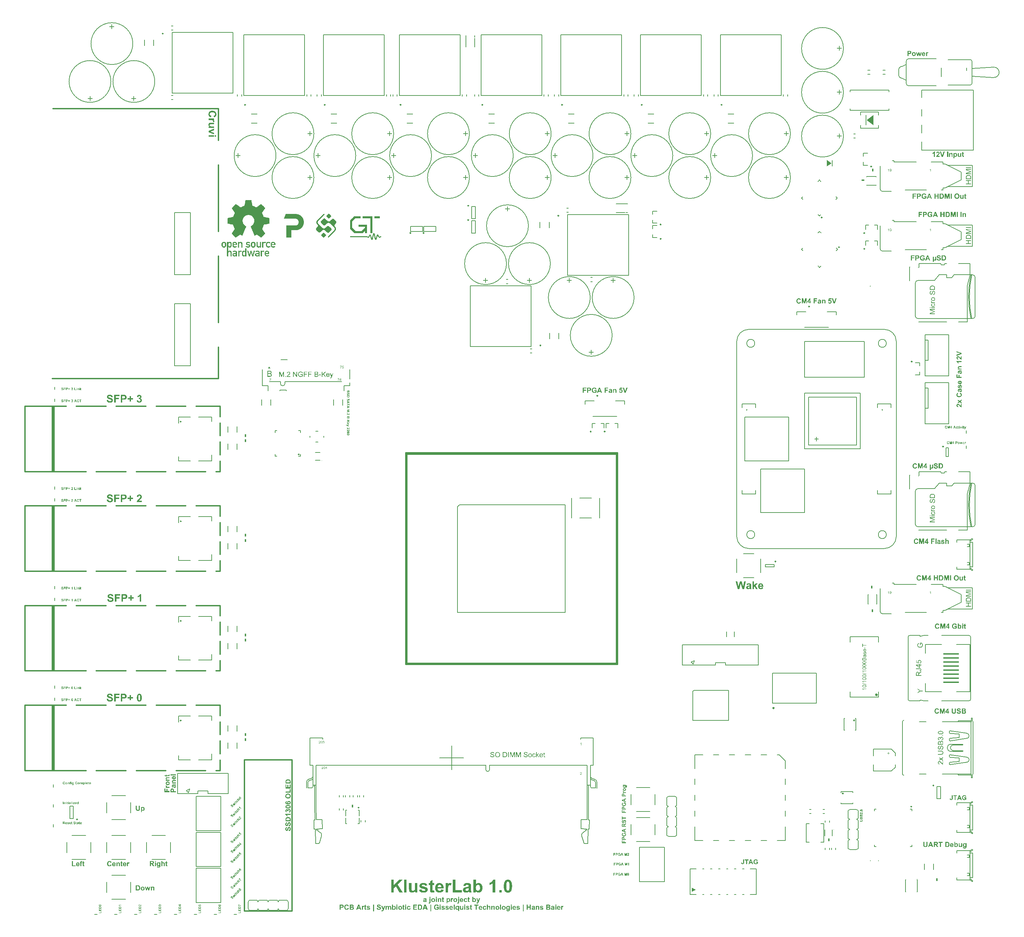
<source format=gto>
G04*
G04 #@! TF.GenerationSoftware,Altium Limited,Altium Designer,22.10.1 (41)*
G04*
G04 Layer_Color=65535*
%FSAX44Y44*%
%MOMM*%
G71*
G04*
G04 #@! TF.SameCoordinates,5DDCA6B8-CE55-411C-979C-A3AAA62AB61D*
G04*
G04*
G04 #@! TF.FilePolarity,Positive*
G04*
G01*
G75*
%ADD10C,0.2000*%
%ADD11C,0.2500*%
%ADD12C,0.2540*%
%ADD13C,0.5000*%
%ADD14C,0.1000*%
%ADD15C,0.3000*%
%ADD16C,0.4000*%
%ADD17R,0.6000X0.2000*%
%ADD18R,0.2000X1.6000*%
%ADD19R,0.2500X1.2500*%
%ADD20R,1.2500X0.2500*%
%ADD21R,0.2500X2.5000*%
%ADD22R,4.0000X0.4000*%
%ADD23R,0.2000X0.6000*%
%ADD24R,1.6000X0.2000*%
%ADD25R,0.2500X1.5499*%
%ADD26R,0.3000X0.7500*%
%ADD27R,0.7500X0.3000*%
G36*
X02058000Y01987500D02*
X02040500Y02000000D01*
X02058000Y02012500D01*
Y01987500D01*
D02*
G37*
G36*
X01953000Y01892000D02*
X01940500Y01884251D01*
Y01899749D01*
X01953000Y01892000D01*
D02*
G37*
G36*
X00497300Y01799167D02*
X00497871D01*
Y01798596D01*
Y01798024D01*
Y01797453D01*
Y01796882D01*
X00498442D01*
Y01796310D01*
Y01795739D01*
Y01795167D01*
Y01794596D01*
Y01794025D01*
X00499014D01*
Y01793453D01*
Y01792882D01*
Y01792310D01*
Y01791739D01*
Y01791168D01*
Y01790596D01*
X00499585D01*
Y01790025D01*
Y01789453D01*
Y01788882D01*
Y01788311D01*
Y01787739D01*
X00500157D01*
Y01787168D01*
Y01786596D01*
Y01786025D01*
Y01785454D01*
X00500728D01*
Y01784882D01*
X00502442D01*
Y01784311D01*
X00503585D01*
Y01783739D01*
X00504728D01*
Y01783168D01*
X00506442D01*
Y01782597D01*
X00507585D01*
Y01782025D01*
X00509299D01*
Y01781454D01*
X00511013D01*
Y01782025D01*
X00512156D01*
Y01782597D01*
X00512727D01*
Y01783168D01*
X00513870D01*
Y01783739D01*
X00514442D01*
Y01784311D01*
X00515584D01*
Y01784882D01*
X00516156D01*
Y01785454D01*
X00516727D01*
Y01786025D01*
X00517870D01*
Y01786596D01*
X00518441D01*
Y01787168D01*
X00519584D01*
Y01787739D01*
X00520156D01*
Y01788311D01*
X00521298D01*
Y01788882D01*
X00521870D01*
Y01789453D01*
X00522441D01*
Y01788882D01*
X00523013D01*
Y01788311D01*
X00523584D01*
Y01787739D01*
X00524155D01*
Y01787168D01*
X00524727D01*
Y01786596D01*
X00525298D01*
Y01786025D01*
X00525870D01*
Y01785454D01*
X00526441D01*
Y01784882D01*
X00527584D01*
Y01784311D01*
X00528155D01*
Y01783739D01*
X00528727D01*
Y01783168D01*
X00529298D01*
Y01782597D01*
X00529869D01*
Y01782025D01*
Y01781454D01*
X00530441D01*
Y01780882D01*
X00531584D01*
Y01780311D01*
X00532155D01*
Y01779740D01*
Y01779168D01*
Y01778597D01*
Y01778025D01*
X00531584D01*
Y01777454D01*
X00531012D01*
Y01776883D01*
Y01776311D01*
X00530441D01*
Y01775740D01*
X00529869D01*
Y01775168D01*
X00529298D01*
Y01774597D01*
Y01774026D01*
X00528727D01*
Y01773454D01*
X00528155D01*
Y01772883D01*
Y01772311D01*
X00527584D01*
Y01771740D01*
X00527012D01*
Y01771169D01*
Y01770597D01*
X00526441D01*
Y01770026D01*
X00525870D01*
Y01769454D01*
Y01768883D01*
X00525298D01*
Y01768312D01*
X00524727D01*
Y01767740D01*
Y01767169D01*
Y01766597D01*
Y01766026D01*
X00525298D01*
Y01765455D01*
Y01764883D01*
X00525870D01*
Y01764312D01*
Y01763740D01*
X00526441D01*
Y01763169D01*
Y01762598D01*
Y01762026D01*
X00527012D01*
Y01761455D01*
Y01760883D01*
X00527584D01*
Y01760312D01*
Y01759741D01*
X00528155D01*
Y01759169D01*
Y01758598D01*
Y01758026D01*
X00528727D01*
Y01757455D01*
X00529298D01*
Y01756884D01*
X00531584D01*
Y01756312D01*
X00535012D01*
Y01755741D01*
X00537869D01*
Y01755169D01*
X00540726D01*
Y01754598D01*
X00542440D01*
Y01754026D01*
X00543012D01*
Y01753455D01*
Y01752884D01*
Y01752312D01*
Y01751741D01*
Y01751170D01*
Y01750598D01*
Y01750027D01*
Y01749455D01*
Y01748884D01*
Y01748313D01*
Y01747741D01*
Y01747170D01*
Y01746598D01*
Y01746027D01*
Y01745456D01*
Y01744884D01*
Y01744313D01*
Y01743741D01*
Y01743170D01*
Y01742599D01*
Y01742027D01*
Y01741456D01*
Y01740885D01*
Y01740313D01*
X00542440D01*
Y01739742D01*
X00539583D01*
Y01739170D01*
X00536155D01*
Y01738599D01*
X00533298D01*
Y01738027D01*
X00529869D01*
Y01737456D01*
X00529298D01*
Y01736885D01*
X00528727D01*
Y01736313D01*
Y01735742D01*
X00528155D01*
Y01735170D01*
Y01734599D01*
Y01734028D01*
X00527584D01*
Y01733456D01*
Y01732885D01*
X00527012D01*
Y01732313D01*
Y01731742D01*
Y01731171D01*
X00526441D01*
Y01730599D01*
Y01730028D01*
X00525870D01*
Y01729456D01*
Y01728885D01*
Y01728314D01*
X00525298D01*
Y01727742D01*
Y01727171D01*
Y01726599D01*
Y01726028D01*
Y01725457D01*
X00525870D01*
Y01724885D01*
X00526441D01*
Y01724314D01*
Y01723743D01*
X00527012D01*
Y01723171D01*
X00527584D01*
Y01722600D01*
Y01722028D01*
X00528155D01*
Y01721457D01*
X00528727D01*
Y01720885D01*
Y01720314D01*
X00529298D01*
Y01719743D01*
X00529869D01*
Y01719171D01*
X00530441D01*
Y01718600D01*
Y01718029D01*
X00531012D01*
Y01717457D01*
X00531584D01*
Y01716886D01*
Y01716314D01*
X00532155D01*
Y01715743D01*
Y01715172D01*
Y01714600D01*
X00531584D01*
Y01714029D01*
X00531012D01*
Y01713457D01*
X00530441D01*
Y01712886D01*
X00529869D01*
Y01712314D01*
X00529298D01*
Y01711743D01*
X00528727D01*
Y01711172D01*
X00528155D01*
Y01710600D01*
X00527584D01*
Y01710029D01*
X00527012D01*
Y01709458D01*
X00526441D01*
Y01708886D01*
X00525870D01*
Y01708315D01*
X00525298D01*
Y01707743D01*
X00524727D01*
Y01707172D01*
X00524155D01*
Y01706600D01*
X00523584D01*
Y01706029D01*
X00523013D01*
Y01705458D01*
X00521298D01*
Y01706029D01*
X00520727D01*
Y01706600D01*
X00520156D01*
Y01707172D01*
X00519013D01*
Y01707743D01*
X00518441D01*
Y01708315D01*
X00517299D01*
Y01708886D01*
X00516727D01*
Y01709458D01*
X00515584D01*
Y01710029D01*
X00515013D01*
Y01710600D01*
X00513870D01*
Y01711172D01*
X00513299D01*
Y01711743D01*
X00512156D01*
Y01712314D01*
X00511585D01*
Y01712886D01*
X00511013D01*
Y01712314D01*
X00509870D01*
Y01711743D01*
X00508728D01*
Y01711172D01*
X00507585D01*
Y01710600D01*
X00506442D01*
Y01710029D01*
X00505871D01*
Y01710600D01*
X00505299D01*
Y01711172D01*
Y01711743D01*
X00504728D01*
Y01712314D01*
Y01712886D01*
X00504156D01*
Y01713457D01*
Y01714029D01*
Y01714600D01*
X00503585D01*
Y01715172D01*
Y01715743D01*
X00503014D01*
Y01716314D01*
Y01716886D01*
X00502442D01*
Y01717457D01*
Y01718029D01*
Y01718600D01*
X00501871D01*
Y01719171D01*
Y01719743D01*
X00501299D01*
Y01720314D01*
Y01720885D01*
Y01721457D01*
X00500728D01*
Y01722028D01*
Y01722600D01*
X00500157D01*
Y01723171D01*
Y01723743D01*
X00499585D01*
Y01724314D01*
Y01724885D01*
Y01725457D01*
X00499014D01*
Y01726028D01*
Y01726599D01*
X00498442D01*
Y01727171D01*
Y01727742D01*
Y01728314D01*
X00497871D01*
Y01728885D01*
Y01729456D01*
X00497300D01*
Y01730028D01*
Y01730599D01*
Y01731171D01*
X00496728D01*
Y01731742D01*
Y01732313D01*
X00496157D01*
Y01732885D01*
Y01733456D01*
X00496728D01*
Y01734028D01*
X00497300D01*
Y01734599D01*
X00498442D01*
Y01735170D01*
X00499014D01*
Y01735742D01*
X00499585D01*
Y01736313D01*
X00500728D01*
Y01736885D01*
X00501299D01*
Y01737456D01*
Y01738027D01*
X00501871D01*
Y01738599D01*
X00502442D01*
Y01739170D01*
X00503014D01*
Y01739742D01*
Y01740313D01*
X00503585D01*
Y01740885D01*
Y01741456D01*
X00504156D01*
Y01742027D01*
Y01742599D01*
Y01743170D01*
X00504728D01*
Y01743741D01*
Y01744313D01*
Y01744884D01*
Y01745456D01*
Y01746027D01*
X00505299D01*
Y01746598D01*
Y01747170D01*
Y01747741D01*
Y01748313D01*
Y01748884D01*
X00504728D01*
Y01749455D01*
Y01750027D01*
Y01750598D01*
Y01751170D01*
Y01751741D01*
X00504156D01*
Y01752312D01*
Y01752884D01*
X00503585D01*
Y01753455D01*
Y01754026D01*
X00503014D01*
Y01754598D01*
Y01755169D01*
X00502442D01*
Y01755741D01*
X00501871D01*
Y01756312D01*
Y01756884D01*
X00501299D01*
Y01757455D01*
X00500728D01*
Y01758026D01*
X00500157D01*
Y01758598D01*
X00499585D01*
Y01759169D01*
X00498442D01*
Y01759741D01*
X00497871D01*
Y01760312D01*
X00496728D01*
Y01760883D01*
X00495014D01*
Y01761455D01*
X00492729D01*
Y01762026D01*
X00488157D01*
Y01761455D01*
X00485872D01*
Y01760883D01*
X00484157D01*
Y01760312D01*
X00483015D01*
Y01759741D01*
X00482443D01*
Y01759169D01*
X00481872D01*
Y01758598D01*
X00480729D01*
Y01758026D01*
X00480158D01*
Y01757455D01*
X00479586D01*
Y01756884D01*
X00479015D01*
Y01756312D01*
X00478443D01*
Y01755741D01*
Y01755169D01*
X00477872D01*
Y01754598D01*
Y01754026D01*
X00477301D01*
Y01753455D01*
Y01752884D01*
X00476729D01*
Y01752312D01*
Y01751741D01*
X00476158D01*
Y01751170D01*
Y01750598D01*
Y01750027D01*
Y01749455D01*
Y01748884D01*
X00475587D01*
Y01748313D01*
Y01747741D01*
Y01747170D01*
Y01746598D01*
Y01746027D01*
X00476158D01*
Y01745456D01*
Y01744884D01*
Y01744313D01*
Y01743741D01*
Y01743170D01*
X00476729D01*
Y01742599D01*
Y01742027D01*
Y01741456D01*
X00477301D01*
Y01740885D01*
Y01740313D01*
X00477872D01*
Y01739742D01*
Y01739170D01*
X00478443D01*
Y01738599D01*
X00479015D01*
Y01738027D01*
X00479586D01*
Y01737456D01*
Y01736885D01*
X00480729D01*
Y01736313D01*
X00481301D01*
Y01735742D01*
X00481872D01*
Y01735170D01*
X00482443D01*
Y01734599D01*
X00483586D01*
Y01734028D01*
X00484157D01*
Y01733456D01*
X00484729D01*
Y01732885D01*
Y01732313D01*
X00484157D01*
Y01731742D01*
Y01731171D01*
X00483586D01*
Y01730599D01*
Y01730028D01*
Y01729456D01*
X00483015D01*
Y01728885D01*
Y01728314D01*
X00482443D01*
Y01727742D01*
Y01727171D01*
Y01726599D01*
X00481872D01*
Y01726028D01*
Y01725457D01*
X00481301D01*
Y01724885D01*
Y01724314D01*
Y01723743D01*
X00480729D01*
Y01723171D01*
Y01722600D01*
X00480158D01*
Y01722028D01*
Y01721457D01*
X00479586D01*
Y01720885D01*
Y01720314D01*
Y01719743D01*
X00479015D01*
Y01719171D01*
Y01718600D01*
X00478443D01*
Y01718029D01*
Y01717457D01*
Y01716886D01*
X00477872D01*
Y01716314D01*
Y01715743D01*
X00477301D01*
Y01715172D01*
Y01714600D01*
X00476729D01*
Y01714029D01*
Y01713457D01*
Y01712886D01*
X00476158D01*
Y01712314D01*
Y01711743D01*
X00475587D01*
Y01711172D01*
Y01710600D01*
X00475015D01*
Y01710029D01*
X00474444D01*
Y01710600D01*
X00473301D01*
Y01711172D01*
X00472158D01*
Y01711743D01*
X00471015D01*
Y01712314D01*
X00469873D01*
Y01712886D01*
X00469301D01*
Y01712314D01*
X00468730D01*
Y01711743D01*
X00467587D01*
Y01711172D01*
X00467015D01*
Y01710600D01*
X00465873D01*
Y01710029D01*
X00465301D01*
Y01709458D01*
X00464159D01*
Y01708886D01*
X00463587D01*
Y01708315D01*
X00462444D01*
Y01707743D01*
X00461873D01*
Y01707172D01*
X00460730D01*
Y01706600D01*
X00460159D01*
Y01706029D01*
X00459587D01*
Y01705458D01*
X00457873D01*
Y01706029D01*
X00457302D01*
Y01706600D01*
X00456730D01*
Y01707172D01*
X00456159D01*
Y01707743D01*
X00455588D01*
Y01708315D01*
X00455016D01*
Y01708886D01*
X00454445D01*
Y01709458D01*
X00453873D01*
Y01710029D01*
X00453302D01*
Y01710600D01*
X00452730D01*
Y01711172D01*
X00452159D01*
Y01711743D01*
X00451588D01*
Y01712314D01*
X00451016D01*
Y01712886D01*
X00450445D01*
Y01713457D01*
X00449874D01*
Y01714029D01*
X00449302D01*
Y01714600D01*
X00448731D01*
Y01715172D01*
Y01715743D01*
Y01716314D01*
X00449302D01*
Y01716886D01*
Y01717457D01*
X00449874D01*
Y01718029D01*
X00450445D01*
Y01718600D01*
Y01719171D01*
X00451016D01*
Y01719743D01*
X00451588D01*
Y01720314D01*
X00452159D01*
Y01720885D01*
Y01721457D01*
X00452730D01*
Y01722028D01*
X00453302D01*
Y01722600D01*
Y01723171D01*
X00453873D01*
Y01723743D01*
X00454445D01*
Y01724314D01*
Y01724885D01*
X00455016D01*
Y01725457D01*
X00455588D01*
Y01726028D01*
Y01726599D01*
Y01727171D01*
Y01727742D01*
Y01728314D01*
X00455016D01*
Y01728885D01*
Y01729456D01*
Y01730028D01*
X00454445D01*
Y01730599D01*
Y01731171D01*
X00453873D01*
Y01731742D01*
Y01732313D01*
Y01732885D01*
X00453302D01*
Y01733456D01*
Y01734028D01*
X00452730D01*
Y01734599D01*
Y01735170D01*
Y01735742D01*
X00452159D01*
Y01736313D01*
Y01736885D01*
X00451588D01*
Y01737456D01*
X00451016D01*
Y01738027D01*
X00447588D01*
Y01738599D01*
X00444731D01*
Y01739170D01*
X00441874D01*
Y01739742D01*
X00438446D01*
Y01740313D01*
X00437874D01*
Y01740885D01*
Y01741456D01*
Y01742027D01*
Y01742599D01*
Y01743170D01*
Y01743741D01*
Y01744313D01*
Y01744884D01*
Y01745456D01*
Y01746027D01*
Y01746598D01*
Y01747170D01*
Y01747741D01*
Y01748313D01*
Y01748884D01*
Y01749455D01*
Y01750027D01*
Y01750598D01*
Y01751170D01*
Y01751741D01*
Y01752312D01*
Y01752884D01*
Y01753455D01*
Y01754026D01*
X00438446D01*
Y01754598D01*
X00440160D01*
Y01755169D01*
X00443017D01*
Y01755741D01*
X00445874D01*
Y01756312D01*
X00449302D01*
Y01756884D01*
X00451588D01*
Y01757455D01*
X00452159D01*
Y01758026D01*
X00452730D01*
Y01758598D01*
Y01759169D01*
Y01759741D01*
X00453302D01*
Y01760312D01*
Y01760883D01*
X00453873D01*
Y01761455D01*
Y01762026D01*
X00454445D01*
Y01762598D01*
Y01763169D01*
Y01763740D01*
X00455016D01*
Y01764312D01*
Y01764883D01*
X00455588D01*
Y01765455D01*
Y01766026D01*
X00456159D01*
Y01766597D01*
Y01767169D01*
Y01767740D01*
Y01768312D01*
X00455588D01*
Y01768883D01*
X00455016D01*
Y01769454D01*
Y01770026D01*
X00454445D01*
Y01770597D01*
X00453873D01*
Y01771169D01*
Y01771740D01*
X00453302D01*
Y01772311D01*
X00452730D01*
Y01772883D01*
Y01773454D01*
X00452159D01*
Y01774026D01*
X00451588D01*
Y01774597D01*
Y01775168D01*
X00451016D01*
Y01775740D01*
X00450445D01*
Y01776311D01*
X00449874D01*
Y01776883D01*
Y01777454D01*
X00449302D01*
Y01778025D01*
X00448731D01*
Y01778597D01*
Y01779168D01*
Y01779740D01*
X00449302D01*
Y01780311D01*
X00449874D01*
Y01780882D01*
X00450445D01*
Y01781454D01*
X00451016D01*
Y01782025D01*
X00451588D01*
Y01782597D01*
X00452159D01*
Y01783168D01*
X00452730D01*
Y01783739D01*
X00453302D01*
Y01784311D01*
X00453873D01*
Y01784882D01*
X00454445D01*
Y01785454D01*
X00455016D01*
Y01786025D01*
X00455588D01*
Y01786596D01*
X00456159D01*
Y01787168D01*
X00456730D01*
Y01787739D01*
X00457302D01*
Y01788311D01*
X00457873D01*
Y01788882D01*
X00458445D01*
Y01789453D01*
X00459016D01*
Y01788882D01*
X00459587D01*
Y01788311D01*
X00460730D01*
Y01787739D01*
X00461302D01*
Y01787168D01*
X00462444D01*
Y01786596D01*
X00463016D01*
Y01786025D01*
X00464159D01*
Y01785454D01*
X00464730D01*
Y01784882D01*
X00465873D01*
Y01784311D01*
X00466444D01*
Y01783739D01*
X00467015D01*
Y01783168D01*
X00468158D01*
Y01782597D01*
X00468730D01*
Y01782025D01*
X00469873D01*
Y01781454D01*
X00471587D01*
Y01782025D01*
X00473301D01*
Y01782597D01*
X00474444D01*
Y01783168D01*
X00476158D01*
Y01783739D01*
X00477301D01*
Y01784311D01*
X00479015D01*
Y01784882D01*
X00480158D01*
Y01785454D01*
X00480729D01*
Y01786025D01*
Y01786596D01*
Y01787168D01*
Y01787739D01*
X00481301D01*
Y01788311D01*
Y01788882D01*
Y01789453D01*
Y01790025D01*
Y01790596D01*
X00481872D01*
Y01791168D01*
Y01791739D01*
Y01792310D01*
Y01792882D01*
Y01793453D01*
Y01794025D01*
X00482443D01*
Y01794596D01*
Y01795167D01*
Y01795739D01*
Y01796310D01*
Y01796882D01*
X00483015D01*
Y01797453D01*
Y01798024D01*
Y01798596D01*
Y01799167D01*
X00483586D01*
Y01799738D01*
X00497300D01*
Y01799167D01*
D02*
G37*
G36*
X00819624Y01758801D02*
Y01758621D01*
Y01758441D01*
Y01758262D01*
Y01758082D01*
Y01757903D01*
Y01757723D01*
Y01757544D01*
Y01757364D01*
Y01757184D01*
Y01757005D01*
Y01756825D01*
Y01756646D01*
Y01756466D01*
Y01756287D01*
Y01756107D01*
Y01755928D01*
Y01755748D01*
Y01755569D01*
Y01755389D01*
Y01755209D01*
Y01755030D01*
Y01754850D01*
Y01754671D01*
Y01754491D01*
Y01754312D01*
Y01754132D01*
Y01753952D01*
Y01753773D01*
X00806337D01*
Y01753952D01*
Y01754132D01*
Y01754312D01*
Y01754491D01*
Y01754671D01*
Y01754850D01*
Y01755030D01*
Y01755209D01*
Y01755389D01*
Y01755569D01*
Y01755748D01*
Y01755928D01*
Y01756107D01*
Y01756287D01*
Y01756466D01*
Y01756646D01*
Y01756825D01*
Y01757005D01*
Y01757184D01*
Y01757364D01*
Y01757544D01*
Y01757723D01*
Y01757903D01*
Y01758082D01*
Y01758262D01*
Y01758441D01*
Y01758621D01*
Y01758801D01*
Y01758980D01*
X00819624D01*
Y01758801D01*
D02*
G37*
G36*
X00692142Y01765001D02*
X00692577D01*
Y01764784D01*
X00693012D01*
Y01764566D01*
X00693229D01*
Y01764349D01*
X00693447D01*
Y01764132D01*
X00693664D01*
Y01763914D01*
X00694099D01*
Y01763697D01*
X00694316D01*
Y01763480D01*
X00694533D01*
Y01763262D01*
X00694751D01*
Y01763045D01*
X00694968D01*
Y01762827D01*
X00695186D01*
Y01762610D01*
X00695403D01*
Y01762393D01*
X00695620D01*
Y01762175D01*
X00695838D01*
Y01761958D01*
X00696055D01*
Y01761741D01*
X00696273D01*
Y01761523D01*
X00696490D01*
Y01761306D01*
Y01761088D01*
X00696707D01*
Y01760871D01*
X00696925D01*
Y01760654D01*
X00697142D01*
Y01760436D01*
X00697359D01*
Y01760219D01*
Y01760002D01*
X00697577D01*
Y01759784D01*
X00697794D01*
Y01759567D01*
Y01759349D01*
Y01759132D01*
X00698012D01*
Y01758915D01*
X00697794D01*
Y01758697D01*
Y01758480D01*
X00697577D01*
Y01758262D01*
Y01758045D01*
X00697359D01*
Y01757828D01*
X00697142D01*
Y01757610D01*
X00696925D01*
Y01757393D01*
Y01757175D01*
X00696707D01*
Y01756958D01*
X00696490D01*
Y01756741D01*
X00696273D01*
Y01756523D01*
X00696055D01*
Y01756306D01*
X00695838D01*
Y01756089D01*
X00695620D01*
Y01755871D01*
X00695403D01*
Y01755654D01*
X00695186D01*
Y01755436D01*
X00694968D01*
Y01755219D01*
X00694751D01*
Y01755002D01*
X00694533D01*
Y01754784D01*
X00694316D01*
Y01754567D01*
X00694099D01*
Y01754350D01*
X00693881D01*
Y01754132D01*
X00693447D01*
Y01753915D01*
X00693229D01*
Y01753697D01*
X00693012D01*
Y01753480D01*
X00692577D01*
Y01753263D01*
X00692360D01*
Y01753045D01*
X00691273D01*
Y01753263D01*
X00690838D01*
Y01753480D01*
X00690621D01*
Y01753697D01*
X00690403D01*
Y01753915D01*
X00690186D01*
Y01754132D01*
X00689751D01*
Y01754350D01*
X00689534D01*
Y01754567D01*
X00689316D01*
Y01754784D01*
X00689099D01*
Y01755002D01*
X00688882D01*
Y01755219D01*
X00688664D01*
Y01755436D01*
X00688447D01*
Y01755654D01*
X00688230D01*
Y01755871D01*
X00688012D01*
Y01756089D01*
X00687795D01*
Y01756306D01*
X00687577D01*
Y01756523D01*
X00687360D01*
Y01756741D01*
X00687143D01*
Y01756958D01*
X00686925D01*
Y01757175D01*
Y01757393D01*
X00686708D01*
Y01757610D01*
X00686490D01*
Y01757828D01*
X00686273D01*
Y01758045D01*
X00686056D01*
Y01758262D01*
Y01758480D01*
X00685838D01*
Y01758697D01*
Y01758915D01*
X00685621D01*
Y01759132D01*
X00685838D01*
Y01759349D01*
Y01759567D01*
Y01759784D01*
X00686056D01*
Y01760002D01*
X00686273D01*
Y01760219D01*
Y01760436D01*
X00686490D01*
Y01760654D01*
X00686708D01*
Y01760871D01*
X00686925D01*
Y01761088D01*
X00687143D01*
Y01761306D01*
Y01761523D01*
X00687360D01*
Y01761741D01*
X00687577D01*
Y01761958D01*
X00687795D01*
Y01762175D01*
X00688012D01*
Y01762393D01*
X00688230D01*
Y01762610D01*
X00688447D01*
Y01762827D01*
X00688664D01*
Y01763045D01*
X00688882D01*
Y01763262D01*
X00689099D01*
Y01763480D01*
X00689316D01*
Y01763697D01*
X00689751D01*
Y01763914D01*
X00689968D01*
Y01764132D01*
X00690186D01*
Y01764349D01*
X00690403D01*
Y01764566D01*
X00690838D01*
Y01764784D01*
X00691055D01*
Y01765001D01*
X00691490D01*
Y01765219D01*
X00692142D01*
Y01765001D01*
D02*
G37*
G36*
X00680404Y01764566D02*
X00680621D01*
Y01764349D01*
X00680838D01*
Y01764132D01*
X00681056D01*
Y01763914D01*
Y01763697D01*
X00681273D01*
Y01763480D01*
X00681056D01*
Y01763262D01*
Y01763045D01*
X00680838D01*
Y01762827D01*
X00680621D01*
Y01762610D01*
Y01762393D01*
X00680404D01*
Y01762175D01*
X00680186D01*
Y01761958D01*
X00679969D01*
Y01761741D01*
X00679752D01*
Y01761523D01*
X00679534D01*
Y01761306D01*
X00679317D01*
Y01761088D01*
X00679100D01*
Y01760871D01*
X00678882D01*
Y01760654D01*
Y01760436D01*
X00678665D01*
Y01760219D01*
X00678447D01*
Y01760002D01*
X00678230D01*
Y01759784D01*
X00678012D01*
Y01759567D01*
X00677795D01*
Y01759349D01*
X00677578D01*
Y01759132D01*
X00677360D01*
Y01758915D01*
X00677143D01*
Y01758697D01*
X00676926D01*
Y01758480D01*
X00676708D01*
Y01758262D01*
X00676491D01*
Y01758045D01*
X00676273D01*
Y01757828D01*
X00676056D01*
Y01757610D01*
X00675839D01*
Y01757393D01*
X00675621D01*
Y01757175D01*
X00675404D01*
Y01756958D01*
X00675187D01*
Y01756741D01*
X00674969D01*
Y01756523D01*
X00674752D01*
Y01756306D01*
X00674534D01*
Y01756089D01*
X00674317D01*
Y01755871D01*
X00674100D01*
Y01755654D01*
X00673882D01*
Y01755436D01*
X00673665D01*
Y01755219D01*
X00673447D01*
Y01755002D01*
X00673230D01*
Y01754784D01*
X00673013D01*
Y01754567D01*
X00672795D01*
Y01754350D01*
X00672578D01*
Y01754132D01*
X00672361D01*
Y01753915D01*
X00672143D01*
Y01753697D01*
X00671926D01*
Y01753480D01*
X00671709D01*
Y01753263D01*
X00671491D01*
Y01753045D01*
X00671274D01*
Y01752828D01*
X00671056D01*
Y01752610D01*
X00670839D01*
Y01752393D01*
X00670622D01*
Y01752176D01*
X00670404D01*
Y01751958D01*
X00670187D01*
Y01751741D01*
X00669969D01*
Y01751524D01*
X00669752D01*
Y01751306D01*
X00669535D01*
Y01751089D01*
X00669317D01*
Y01750871D01*
X00669100D01*
Y01750654D01*
X00668883D01*
Y01750437D01*
Y01750219D01*
X00668665D01*
Y01750002D01*
X00668448D01*
Y01749785D01*
X00668230D01*
Y01749567D01*
X00668013D01*
Y01749350D01*
X00667796D01*
Y01749132D01*
X00667578D01*
Y01748915D01*
X00667361D01*
Y01748698D01*
X00667143D01*
Y01748480D01*
X00666926D01*
Y01748263D01*
X00666709D01*
Y01748046D01*
X00666491D01*
Y01747828D01*
X00666274D01*
Y01747611D01*
X00666057D01*
Y01747393D01*
Y01747176D01*
X00665839D01*
Y01746959D01*
X00665622D01*
Y01746741D01*
X00665404D01*
Y01746524D01*
X00665187D01*
Y01746306D01*
Y01746089D01*
X00664970D01*
Y01745872D01*
X00664752D01*
Y01745654D01*
Y01745437D01*
X00664535D01*
Y01745220D01*
Y01745002D01*
X00664317D01*
Y01744785D01*
Y01744567D01*
X00664100D01*
Y01744350D01*
Y01744133D01*
Y01743915D01*
Y01743698D01*
X00663883D01*
Y01743481D01*
Y01743263D01*
Y01743046D01*
Y01742828D01*
X00664100D01*
Y01742611D01*
Y01742394D01*
Y01742176D01*
Y01741959D01*
X00664317D01*
Y01741741D01*
Y01741524D01*
X00664535D01*
Y01741307D01*
X00664752D01*
Y01741089D01*
Y01740872D01*
X00664970D01*
Y01740655D01*
X00665187D01*
Y01740437D01*
Y01740220D01*
X00665404D01*
Y01740002D01*
X00665622D01*
Y01739785D01*
X00665839D01*
Y01739568D01*
X00666057D01*
Y01739350D01*
X00666274D01*
Y01739133D01*
X00666491D01*
Y01738916D01*
Y01738698D01*
X00666709D01*
Y01738481D01*
X00666926D01*
Y01738263D01*
X00667143D01*
Y01738046D01*
X00667361D01*
Y01737829D01*
X00667578D01*
Y01737611D01*
X00667796D01*
Y01737394D01*
X00668013D01*
Y01737176D01*
X00668230D01*
Y01736959D01*
X00668448D01*
Y01736742D01*
X00668665D01*
Y01736524D01*
X00668883D01*
Y01736307D01*
X00669100D01*
Y01736089D01*
X00669317D01*
Y01735872D01*
X00669535D01*
Y01735655D01*
X00669752D01*
Y01735437D01*
X00669969D01*
Y01735220D01*
X00670187D01*
Y01735003D01*
X00670404D01*
Y01734785D01*
X00670622D01*
Y01734568D01*
X00670839D01*
Y01734350D01*
X00671056D01*
Y01734133D01*
X00671491D01*
Y01733916D01*
X00671709D01*
Y01733698D01*
X00671926D01*
Y01733481D01*
X00672143D01*
Y01733264D01*
X00672361D01*
Y01733046D01*
X00672578D01*
Y01732829D01*
X00672795D01*
Y01732611D01*
X00673013D01*
Y01732394D01*
X00673230D01*
Y01732177D01*
X00673447D01*
Y01731959D01*
X00673665D01*
Y01731742D01*
X00673882D01*
Y01731525D01*
X00674100D01*
Y01731307D01*
X00674317D01*
Y01731090D01*
X00674534D01*
Y01730872D01*
X00674752D01*
Y01730655D01*
X00674969D01*
Y01730438D01*
X00675187D01*
Y01730220D01*
X00675404D01*
Y01730003D01*
X00675621D01*
Y01729785D01*
X00675839D01*
Y01729568D01*
X00676273D01*
Y01729351D01*
X00676491D01*
Y01729133D01*
X00676708D01*
Y01728916D01*
X00676926D01*
Y01728699D01*
X00677360D01*
Y01728481D01*
X00677795D01*
Y01728264D01*
X00678230D01*
Y01728046D01*
X00679317D01*
Y01727829D01*
X00679969D01*
Y01728046D01*
X00680838D01*
Y01728264D01*
X00681491D01*
Y01728481D01*
X00681708D01*
Y01728699D01*
X00682143D01*
Y01728916D01*
X00682360D01*
Y01729133D01*
X00682795D01*
Y01729351D01*
X00683012D01*
Y01729568D01*
X00683230D01*
Y01729785D01*
X00683447D01*
Y01730003D01*
X00683882D01*
Y01730220D01*
X00684099D01*
Y01730438D01*
X00684317D01*
Y01730655D01*
X00684534D01*
Y01730872D01*
X00684751D01*
Y01731090D01*
X00684969D01*
Y01731307D01*
X00685186D01*
Y01731525D01*
X00685404D01*
Y01731742D01*
X00685621D01*
Y01731959D01*
X00685838D01*
Y01732177D01*
X00686056D01*
Y01732394D01*
X00686490D01*
Y01732611D01*
X00686708D01*
Y01732829D01*
X00686925D01*
Y01733046D01*
X00687143D01*
Y01733264D01*
X00687360D01*
Y01733481D01*
X00687577D01*
Y01733698D01*
X00687795D01*
Y01733916D01*
X00688012D01*
Y01734133D01*
X00688447D01*
Y01734350D01*
X00688882D01*
Y01734568D01*
X00691273D01*
Y01734350D01*
X00691708D01*
Y01734133D01*
X00692142D01*
Y01733916D01*
X00692360D01*
Y01733698D01*
X00692577D01*
Y01733481D01*
X00692794D01*
Y01733264D01*
X00693012D01*
Y01733046D01*
X00693229D01*
Y01732829D01*
X00693447D01*
Y01732611D01*
X00693664D01*
Y01732394D01*
X00693881D01*
Y01732177D01*
X00694099D01*
Y01731959D01*
X00694316D01*
Y01731742D01*
X00694533D01*
Y01731525D01*
X00694751D01*
Y01731307D01*
X00694968D01*
Y01731090D01*
X00695186D01*
Y01730872D01*
X00695403D01*
Y01730655D01*
X00695620D01*
Y01730438D01*
X00695838D01*
Y01730220D01*
X00696055D01*
Y01730003D01*
X00696273D01*
Y01729785D01*
X00696490D01*
Y01729568D01*
X00696707D01*
Y01729351D01*
X00696925D01*
Y01729133D01*
X00697142D01*
Y01728916D01*
X00697359D01*
Y01728699D01*
X00697577D01*
Y01728481D01*
X00697794D01*
Y01728264D01*
X00698012D01*
Y01728046D01*
X00698229D01*
Y01727829D01*
X00698446D01*
Y01727612D01*
Y01727394D01*
X00698664D01*
Y01727177D01*
Y01726960D01*
X00698881D01*
Y01726742D01*
Y01726525D01*
Y01726307D01*
Y01726090D01*
Y01725873D01*
Y01725655D01*
Y01725438D01*
Y01725220D01*
Y01725003D01*
Y01724786D01*
X00698664D01*
Y01724568D01*
Y01724351D01*
Y01724133D01*
X00698446D01*
Y01723916D01*
X00698229D01*
Y01723699D01*
Y01723481D01*
X00698012D01*
Y01723264D01*
X00697794D01*
Y01723047D01*
X00697577D01*
Y01722829D01*
X00697359D01*
Y01722612D01*
X00697142D01*
Y01722395D01*
X00696925D01*
Y01722177D01*
X00696707D01*
Y01721960D01*
X00696490D01*
Y01721742D01*
X00696273D01*
Y01721525D01*
X00696055D01*
Y01721308D01*
X00695838D01*
Y01721090D01*
X00695620D01*
Y01720873D01*
X00695403D01*
Y01720656D01*
X00695186D01*
Y01720438D01*
X00694968D01*
Y01720221D01*
X00694751D01*
Y01720003D01*
X00694533D01*
Y01719786D01*
X00694316D01*
Y01719568D01*
X00694099D01*
Y01719351D01*
X00693881D01*
Y01719134D01*
X00693664D01*
Y01718916D01*
X00693447D01*
Y01718699D01*
X00693229D01*
Y01718482D01*
X00693012D01*
Y01718264D01*
X00692577D01*
Y01718047D01*
X00692360D01*
Y01717829D01*
X00692142D01*
Y01717612D01*
X00691925D01*
Y01717395D01*
X00691490D01*
Y01717177D01*
X00690838D01*
Y01716960D01*
X00689751D01*
Y01717177D01*
X00689099D01*
Y01717395D01*
X00688664D01*
Y01717612D01*
X00688447D01*
Y01717829D01*
X00688012D01*
Y01718047D01*
X00687795D01*
Y01718264D01*
X00687577D01*
Y01718482D01*
X00687360D01*
Y01718699D01*
X00686925D01*
Y01718916D01*
X00686708D01*
Y01719134D01*
X00686490D01*
Y01719351D01*
X00686273D01*
Y01719568D01*
X00686056D01*
Y01719786D01*
X00685838D01*
Y01720003D01*
X00685621D01*
Y01720221D01*
X00685404D01*
Y01720438D01*
X00685186D01*
Y01720656D01*
X00684969D01*
Y01720873D01*
X00684751D01*
Y01721090D01*
X00684534D01*
Y01721308D01*
X00684317D01*
Y01721525D01*
X00684099D01*
Y01721742D01*
X00683664D01*
Y01721960D01*
X00683447D01*
Y01722177D01*
X00683230D01*
Y01722395D01*
X00683012D01*
Y01722612D01*
X00682795D01*
Y01722829D01*
X00682578D01*
Y01723047D01*
X00682360D01*
Y01723264D01*
X00682143D01*
Y01723481D01*
X00681708D01*
Y01723699D01*
X00681491D01*
Y01723916D01*
X00681056D01*
Y01724133D01*
X00680838D01*
Y01724351D01*
X00680404D01*
Y01724568D01*
X00679752D01*
Y01724786D01*
X00678012D01*
Y01724568D01*
X00677360D01*
Y01724351D01*
X00676926D01*
Y01724133D01*
X00676708D01*
Y01723916D01*
X00676273D01*
Y01723699D01*
X00676056D01*
Y01723481D01*
X00675839D01*
Y01723264D01*
X00675621D01*
Y01723047D01*
X00675187D01*
Y01722829D01*
X00674969D01*
Y01722612D01*
X00674752D01*
Y01722395D01*
X00674534D01*
Y01722177D01*
X00674317D01*
Y01721960D01*
X00674100D01*
Y01721742D01*
X00673882D01*
Y01721525D01*
X00673665D01*
Y01721308D01*
X00673447D01*
Y01721090D01*
X00673230D01*
Y01720873D01*
X00673013D01*
Y01720656D01*
X00672795D01*
Y01720438D01*
X00672361D01*
Y01720221D01*
X00672143D01*
Y01720003D01*
X00671926D01*
Y01719786D01*
X00671709D01*
Y01719568D01*
X00671491D01*
Y01719351D01*
X00671274D01*
Y01719134D01*
X00670839D01*
Y01718916D01*
X00670622D01*
Y01718699D01*
X00670404D01*
Y01718482D01*
X00669969D01*
Y01718264D01*
X00669535D01*
Y01718047D01*
X00667361D01*
Y01718264D01*
X00666926D01*
Y01718482D01*
X00666491D01*
Y01718699D01*
X00666057D01*
Y01718916D01*
X00665839D01*
Y01719134D01*
X00665404D01*
Y01719351D01*
X00665187D01*
Y01719568D01*
X00664970D01*
Y01719786D01*
X00664752D01*
Y01720003D01*
X00664535D01*
Y01720221D01*
X00664317D01*
Y01720438D01*
X00663883D01*
Y01720656D01*
X00663665D01*
Y01720873D01*
X00663448D01*
Y01721090D01*
X00663231D01*
Y01721308D01*
X00663013D01*
Y01721525D01*
X00662796D01*
Y01721742D01*
X00662579D01*
Y01721960D01*
X00662361D01*
Y01722177D01*
Y01722395D01*
X00662144D01*
Y01722612D01*
X00661926D01*
Y01722829D01*
X00661709D01*
Y01723047D01*
X00661492D01*
Y01723264D01*
X00661274D01*
Y01723481D01*
X00661057D01*
Y01723699D01*
Y01723916D01*
X00660839D01*
Y01724133D01*
X00660622D01*
Y01724351D01*
X00660405D01*
Y01724568D01*
Y01724786D01*
X00660187D01*
Y01725003D01*
Y01725220D01*
X00659970D01*
Y01725438D01*
Y01725655D01*
Y01725873D01*
X00659753D01*
Y01726090D01*
Y01726307D01*
Y01726525D01*
Y01726742D01*
Y01726960D01*
Y01727177D01*
Y01727394D01*
X00659970D01*
Y01727612D01*
Y01727829D01*
Y01728046D01*
X00660187D01*
Y01728264D01*
Y01728481D01*
X00660405D01*
Y01728699D01*
X00660622D01*
Y01728916D01*
Y01729133D01*
X00660839D01*
Y01729351D01*
X00661057D01*
Y01729568D01*
Y01729785D01*
X00661274D01*
Y01730003D01*
X00661492D01*
Y01730220D01*
X00661709D01*
Y01730438D01*
X00661926D01*
Y01730655D01*
X00662144D01*
Y01730872D01*
X00662361D01*
Y01731090D01*
X00662579D01*
Y01731307D01*
Y01731525D01*
X00662796D01*
Y01731742D01*
X00663013D01*
Y01731959D01*
X00663231D01*
Y01732177D01*
X00663448D01*
Y01732394D01*
X00663665D01*
Y01732611D01*
Y01732829D01*
X00663883D01*
Y01733046D01*
X00664100D01*
Y01733264D01*
Y01733481D01*
X00664317D01*
Y01733698D01*
Y01733916D01*
X00664535D01*
Y01734133D01*
Y01734350D01*
Y01734568D01*
X00664752D01*
Y01734785D01*
Y01735003D01*
Y01735220D01*
Y01735437D01*
X00664535D01*
Y01735655D01*
Y01735872D01*
Y01736089D01*
X00664317D01*
Y01736307D01*
Y01736524D01*
X00664100D01*
Y01736742D01*
Y01736959D01*
X00663883D01*
Y01737176D01*
X00663665D01*
Y01737394D01*
X00663448D01*
Y01737611D01*
Y01737829D01*
X00663231D01*
Y01738046D01*
X00663013D01*
Y01738263D01*
X00662796D01*
Y01738481D01*
X00662579D01*
Y01738698D01*
Y01738916D01*
X00662361D01*
Y01739133D01*
X00662144D01*
Y01739350D01*
X00661926D01*
Y01739568D01*
Y01739785D01*
X00661709D01*
Y01740002D01*
X00661492D01*
Y01740220D01*
Y01740437D01*
X00661274D01*
Y01740655D01*
Y01740872D01*
X00661057D01*
Y01741089D01*
Y01741307D01*
Y01741524D01*
X00660839D01*
Y01741741D01*
Y01741959D01*
Y01742176D01*
Y01742394D01*
Y01742611D01*
Y01742828D01*
Y01743046D01*
Y01743263D01*
Y01743481D01*
Y01743698D01*
Y01743915D01*
Y01744133D01*
Y01744350D01*
Y01744567D01*
Y01744785D01*
X00661057D01*
Y01745002D01*
Y01745220D01*
Y01745437D01*
Y01745654D01*
X00661274D01*
Y01745872D01*
Y01746089D01*
Y01746306D01*
X00661492D01*
Y01746524D01*
Y01746741D01*
X00661709D01*
Y01746959D01*
Y01747176D01*
X00661926D01*
Y01747393D01*
X00662144D01*
Y01747611D01*
X00662361D01*
Y01747828D01*
Y01748046D01*
X00662579D01*
Y01748263D01*
X00662796D01*
Y01748480D01*
X00663013D01*
Y01748698D01*
X00663231D01*
Y01748915D01*
X00663448D01*
Y01749132D01*
X00663665D01*
Y01749350D01*
X00663883D01*
Y01749567D01*
X00664100D01*
Y01749785D01*
X00664317D01*
Y01750002D01*
X00664535D01*
Y01750219D01*
X00664752D01*
Y01750437D01*
Y01750654D01*
X00664970D01*
Y01750871D01*
X00665187D01*
Y01751089D01*
X00665404D01*
Y01751306D01*
X00665622D01*
Y01751524D01*
X00665839D01*
Y01751741D01*
X00666057D01*
Y01751958D01*
X00666274D01*
Y01752176D01*
X00666491D01*
Y01752393D01*
X00666709D01*
Y01752610D01*
X00666926D01*
Y01752828D01*
X00667143D01*
Y01753045D01*
X00667361D01*
Y01753263D01*
X00667578D01*
Y01753480D01*
X00667796D01*
Y01753697D01*
X00668013D01*
Y01753915D01*
X00668230D01*
Y01754132D01*
X00668448D01*
Y01754350D01*
X00668665D01*
Y01754567D01*
X00668883D01*
Y01754784D01*
X00669100D01*
Y01755002D01*
X00669317D01*
Y01755219D01*
X00669535D01*
Y01755436D01*
X00669752D01*
Y01755654D01*
X00669969D01*
Y01755871D01*
X00670187D01*
Y01756089D01*
X00670404D01*
Y01756306D01*
X00670622D01*
Y01756523D01*
X00670839D01*
Y01756741D01*
X00671056D01*
Y01756958D01*
X00671274D01*
Y01757175D01*
X00671491D01*
Y01757393D01*
X00671709D01*
Y01757610D01*
X00671926D01*
Y01757828D01*
X00672143D01*
Y01758045D01*
X00672361D01*
Y01758262D01*
X00672578D01*
Y01758480D01*
X00672795D01*
Y01758697D01*
X00673013D01*
Y01758915D01*
X00673230D01*
Y01759132D01*
X00673447D01*
Y01759349D01*
X00673665D01*
Y01759567D01*
X00673882D01*
Y01759784D01*
X00674100D01*
Y01760002D01*
X00674317D01*
Y01760219D01*
X00674534D01*
Y01760436D01*
X00674752D01*
Y01760654D01*
X00674969D01*
Y01760871D01*
X00675187D01*
Y01761088D01*
X00675404D01*
Y01761306D01*
X00675621D01*
Y01761523D01*
X00675839D01*
Y01761741D01*
X00676056D01*
Y01761958D01*
X00676273D01*
Y01762175D01*
X00676708D01*
Y01762393D01*
X00676926D01*
Y01762610D01*
X00677143D01*
Y01762827D01*
X00677360D01*
Y01763045D01*
X00677578D01*
Y01763262D01*
X00677795D01*
Y01763480D01*
X00678012D01*
Y01763697D01*
X00678230D01*
Y01763914D01*
X00678447D01*
Y01764132D01*
X00678665D01*
Y01764349D01*
X00678882D01*
Y01764566D01*
X00679317D01*
Y01764784D01*
X00680404D01*
Y01764566D01*
D02*
G37*
G36*
X00800951Y01758801D02*
Y01758621D01*
Y01758441D01*
Y01758262D01*
Y01758082D01*
Y01757903D01*
Y01757723D01*
Y01757544D01*
Y01757364D01*
Y01757184D01*
Y01757005D01*
Y01756825D01*
Y01756646D01*
Y01756466D01*
Y01756287D01*
Y01756107D01*
Y01755928D01*
Y01755748D01*
Y01755569D01*
Y01755389D01*
Y01755209D01*
Y01755030D01*
Y01754850D01*
Y01754671D01*
Y01754491D01*
Y01754312D01*
Y01754132D01*
Y01753952D01*
Y01753773D01*
Y01753593D01*
Y01753414D01*
Y01753234D01*
Y01753055D01*
Y01752875D01*
Y01752696D01*
Y01752516D01*
Y01752336D01*
Y01752157D01*
Y01751977D01*
Y01751798D01*
Y01751618D01*
Y01751439D01*
Y01751259D01*
Y01751080D01*
Y01750900D01*
Y01750721D01*
Y01750541D01*
Y01750361D01*
Y01750182D01*
Y01750002D01*
Y01749823D01*
Y01749643D01*
Y01749464D01*
Y01749284D01*
Y01749104D01*
Y01748925D01*
Y01748745D01*
Y01748566D01*
Y01748386D01*
Y01748207D01*
Y01748027D01*
Y01747848D01*
Y01747668D01*
Y01747489D01*
Y01747309D01*
Y01747129D01*
Y01746950D01*
Y01746770D01*
Y01746591D01*
Y01746411D01*
Y01746232D01*
Y01746052D01*
Y01745872D01*
Y01745693D01*
Y01745513D01*
Y01745334D01*
Y01745154D01*
Y01744975D01*
Y01744795D01*
Y01744616D01*
Y01744436D01*
Y01744256D01*
Y01744077D01*
Y01743897D01*
Y01743718D01*
Y01743538D01*
Y01743359D01*
Y01743179D01*
Y01743000D01*
Y01742820D01*
Y01742641D01*
Y01742461D01*
Y01742281D01*
Y01742102D01*
Y01741922D01*
Y01741743D01*
Y01741563D01*
Y01741384D01*
Y01741204D01*
Y01741024D01*
Y01740845D01*
Y01740665D01*
Y01740486D01*
Y01740306D01*
Y01740127D01*
Y01739947D01*
Y01739768D01*
Y01739588D01*
Y01739409D01*
Y01739229D01*
Y01739049D01*
Y01738870D01*
Y01738690D01*
Y01738511D01*
Y01738331D01*
Y01738152D01*
Y01737972D01*
Y01737793D01*
Y01737613D01*
Y01737433D01*
Y01737254D01*
Y01737074D01*
Y01736895D01*
Y01736715D01*
Y01736536D01*
Y01736356D01*
Y01736176D01*
Y01735997D01*
Y01735817D01*
Y01735638D01*
Y01735458D01*
Y01735279D01*
Y01735099D01*
Y01734920D01*
Y01734740D01*
Y01734561D01*
Y01734381D01*
Y01734201D01*
Y01734022D01*
Y01733842D01*
Y01733663D01*
Y01733483D01*
Y01733304D01*
Y01733124D01*
Y01732944D01*
Y01732765D01*
Y01732585D01*
Y01732406D01*
Y01732226D01*
Y01732047D01*
Y01731867D01*
Y01731688D01*
Y01731508D01*
Y01731328D01*
Y01731149D01*
Y01730969D01*
Y01730790D01*
Y01730610D01*
Y01730431D01*
Y01730251D01*
Y01730072D01*
Y01729892D01*
Y01729713D01*
Y01729533D01*
Y01729353D01*
Y01729174D01*
Y01728994D01*
Y01728815D01*
Y01728635D01*
Y01728456D01*
Y01728276D01*
Y01728096D01*
Y01727917D01*
Y01727737D01*
Y01727558D01*
Y01727378D01*
Y01727199D01*
Y01727019D01*
Y01726840D01*
Y01726660D01*
Y01726481D01*
Y01726301D01*
Y01726121D01*
Y01725942D01*
Y01725762D01*
Y01725583D01*
Y01725403D01*
Y01725224D01*
Y01725044D01*
Y01724865D01*
Y01724685D01*
Y01724505D01*
Y01724326D01*
Y01724146D01*
Y01723967D01*
Y01723787D01*
Y01723608D01*
Y01723428D01*
Y01723248D01*
Y01723069D01*
Y01722889D01*
Y01722710D01*
Y01722530D01*
Y01722351D01*
Y01722171D01*
Y01721992D01*
Y01721812D01*
Y01721633D01*
Y01721453D01*
Y01721273D01*
Y01721094D01*
Y01720914D01*
Y01720735D01*
Y01720555D01*
Y01720376D01*
Y01720196D01*
Y01720016D01*
Y01719837D01*
Y01719657D01*
Y01719478D01*
Y01719298D01*
Y01719119D01*
Y01718939D01*
Y01718760D01*
Y01718580D01*
Y01718401D01*
Y01718221D01*
Y01718041D01*
Y01717862D01*
Y01717682D01*
Y01717503D01*
Y01717323D01*
Y01717144D01*
Y01716964D01*
Y01716785D01*
Y01716605D01*
X00795743D01*
Y01716785D01*
Y01716964D01*
Y01717144D01*
Y01717323D01*
Y01717503D01*
Y01717682D01*
Y01717862D01*
Y01718041D01*
Y01718221D01*
Y01718401D01*
Y01718580D01*
Y01718760D01*
Y01718939D01*
Y01719119D01*
Y01719298D01*
Y01719478D01*
Y01719657D01*
Y01719837D01*
Y01720016D01*
Y01720196D01*
Y01720376D01*
Y01720555D01*
Y01720735D01*
Y01720914D01*
Y01721094D01*
Y01721273D01*
Y01721453D01*
Y01721633D01*
Y01721812D01*
Y01721992D01*
Y01722171D01*
Y01722351D01*
Y01722530D01*
Y01722710D01*
Y01722889D01*
Y01723069D01*
Y01723248D01*
Y01723428D01*
Y01723608D01*
Y01723787D01*
Y01723967D01*
Y01724146D01*
Y01724326D01*
Y01724505D01*
Y01724685D01*
Y01724865D01*
Y01725044D01*
Y01725224D01*
Y01725403D01*
Y01725583D01*
Y01725762D01*
Y01725942D01*
Y01726121D01*
Y01726301D01*
Y01726481D01*
Y01726660D01*
Y01726840D01*
Y01727019D01*
Y01727199D01*
Y01727378D01*
Y01727558D01*
Y01727737D01*
Y01727917D01*
Y01728096D01*
Y01728276D01*
Y01728456D01*
Y01728635D01*
Y01728815D01*
Y01728994D01*
Y01729174D01*
Y01729353D01*
Y01729533D01*
Y01729713D01*
Y01729892D01*
Y01730072D01*
Y01730251D01*
Y01730431D01*
Y01730610D01*
Y01730790D01*
Y01730969D01*
Y01731149D01*
Y01731328D01*
Y01731508D01*
Y01731688D01*
Y01731867D01*
Y01732047D01*
Y01732226D01*
Y01732406D01*
Y01732585D01*
Y01732765D01*
Y01732944D01*
Y01733124D01*
Y01733304D01*
Y01733483D01*
Y01733663D01*
Y01733842D01*
Y01734022D01*
Y01734201D01*
Y01734381D01*
Y01734561D01*
Y01734740D01*
Y01734920D01*
Y01735099D01*
Y01735279D01*
Y01735458D01*
Y01735638D01*
Y01735817D01*
Y01735997D01*
Y01736176D01*
Y01736356D01*
Y01736536D01*
Y01736715D01*
Y01736895D01*
Y01737074D01*
Y01737254D01*
Y01737433D01*
Y01737613D01*
Y01737793D01*
Y01737972D01*
Y01738152D01*
Y01738331D01*
Y01738511D01*
Y01738690D01*
Y01738870D01*
Y01739049D01*
Y01739229D01*
Y01739409D01*
Y01739588D01*
Y01739768D01*
Y01739947D01*
Y01740127D01*
Y01740306D01*
Y01740486D01*
Y01740665D01*
Y01740845D01*
Y01741024D01*
Y01741204D01*
Y01741384D01*
Y01741563D01*
Y01741743D01*
Y01741922D01*
Y01742102D01*
Y01742281D01*
Y01742461D01*
Y01742641D01*
Y01742820D01*
Y01743000D01*
Y01743179D01*
Y01743359D01*
Y01743538D01*
Y01743718D01*
Y01743897D01*
Y01744077D01*
Y01744256D01*
Y01744436D01*
Y01744616D01*
Y01744795D01*
Y01744975D01*
Y01745154D01*
Y01745334D01*
Y01745513D01*
Y01745693D01*
Y01745872D01*
Y01746052D01*
Y01746232D01*
Y01746411D01*
Y01746591D01*
Y01746770D01*
Y01746950D01*
Y01747129D01*
Y01747309D01*
Y01747489D01*
Y01747668D01*
Y01747848D01*
Y01748027D01*
Y01748207D01*
Y01748386D01*
Y01748566D01*
Y01748745D01*
Y01748925D01*
Y01749104D01*
Y01749284D01*
Y01749464D01*
Y01749643D01*
Y01749823D01*
Y01750002D01*
Y01750182D01*
Y01750361D01*
Y01750541D01*
Y01750721D01*
Y01750900D01*
Y01751080D01*
Y01751259D01*
Y01751439D01*
Y01751618D01*
Y01751798D01*
Y01751977D01*
Y01752157D01*
Y01752336D01*
Y01752516D01*
Y01752696D01*
Y01752875D01*
Y01753055D01*
Y01753234D01*
Y01753414D01*
Y01753593D01*
Y01753773D01*
X00777070D01*
Y01753952D01*
Y01754132D01*
Y01754312D01*
Y01754491D01*
Y01754671D01*
Y01754850D01*
Y01755030D01*
Y01755209D01*
Y01755389D01*
Y01755569D01*
Y01755748D01*
Y01755928D01*
Y01756107D01*
Y01756287D01*
Y01756466D01*
Y01756646D01*
Y01756825D01*
Y01757005D01*
Y01757184D01*
Y01757364D01*
Y01757544D01*
Y01757723D01*
Y01757903D01*
Y01758082D01*
Y01758262D01*
Y01758441D01*
Y01758621D01*
Y01758801D01*
Y01758980D01*
X00800951D01*
Y01758801D01*
D02*
G37*
G36*
X00771863D02*
Y01758621D01*
Y01758441D01*
Y01758262D01*
Y01758082D01*
Y01757903D01*
Y01757723D01*
Y01757544D01*
Y01757364D01*
Y01757184D01*
Y01757005D01*
Y01756825D01*
Y01756646D01*
Y01756466D01*
Y01756287D01*
Y01756107D01*
Y01755928D01*
Y01755748D01*
Y01755569D01*
Y01755389D01*
Y01755209D01*
Y01755030D01*
Y01754850D01*
Y01754671D01*
Y01754491D01*
Y01754312D01*
Y01754132D01*
Y01753952D01*
Y01753773D01*
X00758576D01*
Y01753593D01*
X00758396D01*
Y01753414D01*
X00758216D01*
Y01753234D01*
X00758037D01*
Y01753055D01*
X00757857D01*
Y01752875D01*
X00757498D01*
Y01752696D01*
X00757319D01*
Y01752516D01*
X00757139D01*
Y01752336D01*
X00756960D01*
Y01752157D01*
Y01751977D01*
X00756780D01*
Y01751798D01*
X00756600D01*
Y01751618D01*
X00756421D01*
Y01751439D01*
X00756241D01*
Y01751259D01*
X00756062D01*
Y01751080D01*
X00755882D01*
Y01750900D01*
X00755703D01*
Y01750721D01*
X00755343D01*
Y01750541D01*
X00755164D01*
Y01750361D01*
X00754984D01*
Y01750182D01*
X00754805D01*
Y01750002D01*
Y01749823D01*
X00754625D01*
Y01749643D01*
X00754446D01*
Y01749464D01*
X00754266D01*
Y01749284D01*
X00754087D01*
Y01749104D01*
X00753907D01*
Y01748925D01*
X00753727D01*
Y01748745D01*
X00753368D01*
Y01748566D01*
X00753189D01*
Y01748386D01*
X00753009D01*
Y01748207D01*
X00752830D01*
Y01748027D01*
Y01747848D01*
X00752650D01*
Y01747668D01*
X00752471D01*
Y01747489D01*
X00752291D01*
Y01747309D01*
X00752112D01*
Y01747129D01*
X00751932D01*
Y01746950D01*
X00751752D01*
Y01746770D01*
X00751573D01*
Y01746591D01*
X00751214D01*
Y01746411D01*
X00751034D01*
Y01746232D01*
X00750855D01*
Y01746052D01*
X00750675D01*
Y01745872D01*
Y01745693D01*
Y01745513D01*
Y01745334D01*
Y01745154D01*
Y01744975D01*
Y01744795D01*
Y01744616D01*
Y01744436D01*
Y01744256D01*
Y01744077D01*
Y01743897D01*
Y01743718D01*
Y01743538D01*
Y01743359D01*
Y01743179D01*
Y01743000D01*
Y01742820D01*
Y01742641D01*
Y01742461D01*
Y01742281D01*
Y01742102D01*
Y01741922D01*
Y01741743D01*
Y01741563D01*
Y01741384D01*
Y01741204D01*
Y01741024D01*
Y01740845D01*
Y01740665D01*
Y01740486D01*
Y01740306D01*
Y01740127D01*
Y01739947D01*
Y01739768D01*
Y01739588D01*
Y01739409D01*
Y01739229D01*
Y01739049D01*
Y01738870D01*
Y01738690D01*
Y01738511D01*
Y01738331D01*
Y01738152D01*
Y01737972D01*
Y01737793D01*
Y01737613D01*
Y01737433D01*
Y01737254D01*
Y01737074D01*
Y01736895D01*
Y01736715D01*
Y01736536D01*
Y01736356D01*
Y01736176D01*
Y01735997D01*
Y01735817D01*
Y01735638D01*
Y01735458D01*
Y01735279D01*
Y01735099D01*
Y01734920D01*
Y01734740D01*
Y01734561D01*
Y01734381D01*
Y01734201D01*
Y01734022D01*
Y01733842D01*
Y01733663D01*
Y01733483D01*
Y01733304D01*
Y01733124D01*
Y01732944D01*
Y01732765D01*
Y01732585D01*
Y01732406D01*
Y01732226D01*
Y01732047D01*
Y01731867D01*
Y01731688D01*
Y01731508D01*
Y01731328D01*
Y01731149D01*
Y01730969D01*
Y01730790D01*
Y01730610D01*
Y01730431D01*
Y01730251D01*
Y01730072D01*
Y01729892D01*
Y01729713D01*
X00750855D01*
Y01729533D01*
X00751034D01*
Y01729353D01*
X00751214D01*
Y01729174D01*
X00751393D01*
Y01728994D01*
X00751573D01*
Y01728815D01*
X00751752D01*
Y01728635D01*
X00751932D01*
Y01728456D01*
X00752112D01*
Y01728276D01*
X00752291D01*
Y01728096D01*
X00752471D01*
Y01727917D01*
X00752830D01*
Y01727737D01*
Y01727558D01*
X00753009D01*
Y01727378D01*
X00753189D01*
Y01727199D01*
X00753368D01*
Y01727019D01*
X00753548D01*
Y01726840D01*
X00753727D01*
Y01726660D01*
X00753907D01*
Y01726481D01*
X00754087D01*
Y01726301D01*
X00754266D01*
Y01726121D01*
X00754446D01*
Y01725942D01*
X00754625D01*
Y01725762D01*
X00754805D01*
Y01725583D01*
X00754984D01*
Y01725403D01*
X00755164D01*
Y01725224D01*
X00755343D01*
Y01725044D01*
X00755523D01*
Y01724865D01*
X00755703D01*
Y01724685D01*
X00755882D01*
Y01724505D01*
X00756062D01*
Y01724326D01*
X00756241D01*
Y01724146D01*
X00756421D01*
Y01723967D01*
X00756600D01*
Y01723787D01*
X00756960D01*
Y01723608D01*
Y01723428D01*
X00757139D01*
Y01723248D01*
X00757319D01*
Y01723069D01*
X00757498D01*
Y01722889D01*
X00757678D01*
Y01722710D01*
X00757857D01*
Y01722530D01*
X00758037D01*
Y01722351D01*
X00758216D01*
Y01722171D01*
X00758396D01*
Y01721992D01*
X00758576D01*
Y01721812D01*
X00774556D01*
Y01721992D01*
X00774735D01*
Y01722171D01*
X00774915D01*
Y01722351D01*
X00775095D01*
Y01722530D01*
X00775274D01*
Y01722710D01*
X00775454D01*
Y01722889D01*
Y01723069D01*
X00775633D01*
Y01723248D01*
X00775813D01*
Y01723428D01*
X00775992D01*
Y01723608D01*
X00776172D01*
Y01723787D01*
X00776351D01*
Y01723967D01*
X00776711D01*
Y01724146D01*
X00776890D01*
Y01724326D01*
X00777070D01*
Y01724505D01*
X00777249D01*
Y01724685D01*
X00777429D01*
Y01724865D01*
X00777608D01*
Y01725044D01*
Y01725224D01*
X00777788D01*
Y01725403D01*
X00777968D01*
Y01725583D01*
X00778147D01*
Y01725762D01*
X00778327D01*
Y01725942D01*
X00778686D01*
Y01726121D01*
X00778865D01*
Y01726301D01*
X00779045D01*
Y01726481D01*
X00779224D01*
Y01726660D01*
X00779404D01*
Y01726840D01*
X00779584D01*
Y01727019D01*
Y01727199D01*
X00779763D01*
Y01727378D01*
X00779943D01*
Y01727558D01*
X00780122D01*
Y01727737D01*
X00780302D01*
Y01727917D01*
X00780481D01*
Y01728096D01*
X00780840D01*
Y01728276D01*
X00781020D01*
Y01728456D01*
X00781199D01*
Y01728635D01*
X00781379D01*
Y01728815D01*
X00781559D01*
Y01728994D01*
X00781738D01*
Y01729174D01*
Y01729353D01*
X00781918D01*
Y01729533D01*
X00782097D01*
Y01729713D01*
X00782277D01*
Y01729892D01*
Y01730072D01*
Y01730251D01*
Y01730431D01*
Y01730610D01*
Y01730790D01*
Y01730969D01*
Y01731149D01*
Y01731328D01*
Y01731508D01*
Y01731688D01*
Y01731867D01*
Y01732047D01*
Y01732226D01*
Y01732406D01*
X00766476D01*
Y01732585D01*
Y01732765D01*
Y01732944D01*
Y01733124D01*
Y01733304D01*
Y01733483D01*
Y01733663D01*
Y01733842D01*
Y01734022D01*
Y01734201D01*
Y01734381D01*
Y01734561D01*
Y01734740D01*
Y01734920D01*
Y01735099D01*
Y01735279D01*
Y01735458D01*
Y01735638D01*
Y01735817D01*
Y01735997D01*
Y01736176D01*
Y01736356D01*
Y01736536D01*
Y01736715D01*
Y01736895D01*
Y01737074D01*
Y01737254D01*
Y01737433D01*
Y01737613D01*
Y01737793D01*
Y01737972D01*
X00787843D01*
Y01737793D01*
Y01737613D01*
Y01737433D01*
Y01737254D01*
Y01737074D01*
Y01736895D01*
Y01736715D01*
Y01736536D01*
Y01736356D01*
Y01736176D01*
Y01735997D01*
Y01735817D01*
Y01735638D01*
Y01735458D01*
Y01735279D01*
Y01735099D01*
Y01734920D01*
Y01734740D01*
Y01734561D01*
Y01734381D01*
Y01734201D01*
Y01734022D01*
Y01733842D01*
Y01733663D01*
Y01733483D01*
Y01733304D01*
Y01733124D01*
Y01732944D01*
Y01732765D01*
Y01732585D01*
Y01732406D01*
Y01732226D01*
Y01732047D01*
Y01731867D01*
Y01731688D01*
Y01731508D01*
Y01731328D01*
Y01731149D01*
Y01730969D01*
Y01730790D01*
Y01730610D01*
Y01730431D01*
Y01730251D01*
Y01730072D01*
Y01729892D01*
Y01729713D01*
Y01729533D01*
Y01729353D01*
Y01729174D01*
Y01728994D01*
Y01728815D01*
Y01728635D01*
Y01728456D01*
Y01728276D01*
Y01728096D01*
Y01727917D01*
Y01727737D01*
Y01727558D01*
Y01727378D01*
Y01727199D01*
Y01727019D01*
Y01726840D01*
Y01726660D01*
Y01726481D01*
Y01726301D01*
Y01726121D01*
Y01725942D01*
Y01725762D01*
Y01725583D01*
Y01725403D01*
Y01725224D01*
Y01725044D01*
Y01724865D01*
Y01724685D01*
Y01724505D01*
Y01724326D01*
Y01724146D01*
Y01723967D01*
Y01723787D01*
Y01723608D01*
Y01723428D01*
Y01723248D01*
Y01723069D01*
Y01722889D01*
Y01722710D01*
Y01722530D01*
Y01722351D01*
Y01722171D01*
Y01721992D01*
Y01721812D01*
Y01721633D01*
Y01721453D01*
Y01721273D01*
Y01721094D01*
Y01720914D01*
Y01720735D01*
Y01720555D01*
Y01720376D01*
Y01720196D01*
Y01720016D01*
Y01719837D01*
Y01719657D01*
Y01719478D01*
Y01719298D01*
Y01719119D01*
Y01718939D01*
Y01718760D01*
Y01718580D01*
Y01718401D01*
Y01718221D01*
Y01718041D01*
Y01717862D01*
Y01717682D01*
Y01717503D01*
Y01717323D01*
Y01717144D01*
Y01716964D01*
Y01716785D01*
Y01716605D01*
X00782277D01*
Y01716785D01*
Y01716964D01*
Y01717144D01*
Y01717323D01*
Y01717503D01*
Y01717682D01*
Y01717862D01*
Y01718041D01*
Y01718221D01*
Y01718401D01*
Y01718580D01*
Y01718760D01*
Y01718939D01*
Y01719119D01*
Y01719298D01*
Y01719478D01*
Y01719657D01*
Y01719837D01*
Y01720016D01*
Y01720196D01*
Y01720376D01*
Y01720555D01*
Y01720735D01*
Y01720914D01*
Y01721094D01*
Y01721273D01*
Y01721453D01*
Y01721633D01*
X00781918D01*
Y01721453D01*
Y01721273D01*
X00781738D01*
Y01721094D01*
X00781559D01*
Y01720914D01*
X00781379D01*
Y01720735D01*
X00781199D01*
Y01720555D01*
X00781020D01*
Y01720376D01*
X00780840D01*
Y01720196D01*
X00780661D01*
Y01720016D01*
X00780481D01*
Y01719837D01*
X00780302D01*
Y01719657D01*
X00779943D01*
Y01719478D01*
X00779763D01*
Y01719298D01*
Y01719119D01*
X00779584D01*
Y01718939D01*
X00779404D01*
Y01718760D01*
X00779224D01*
Y01718580D01*
X00779045D01*
Y01718401D01*
X00778865D01*
Y01718221D01*
X00778686D01*
Y01718041D01*
X00778506D01*
Y01717862D01*
X00778327D01*
Y01717682D01*
X00778147D01*
Y01717503D01*
X00777788D01*
Y01717323D01*
Y01717144D01*
X00777608D01*
Y01716964D01*
X00777429D01*
Y01716785D01*
X00777249D01*
Y01716605D01*
X00755703D01*
Y01716785D01*
X00755523D01*
Y01716964D01*
X00755343D01*
Y01717144D01*
X00755164D01*
Y01717323D01*
X00754984D01*
Y01717503D01*
X00754805D01*
Y01717682D01*
X00754625D01*
Y01717862D01*
X00754446D01*
Y01718041D01*
X00754266D01*
Y01718221D01*
X00754087D01*
Y01718401D01*
X00753907D01*
Y01718580D01*
X00753727D01*
Y01718760D01*
X00753548D01*
Y01718939D01*
X00753368D01*
Y01719119D01*
X00753189D01*
Y01719298D01*
X00753009D01*
Y01719478D01*
Y01719657D01*
X00752830D01*
Y01719837D01*
X00752471D01*
Y01720016D01*
X00752291D01*
Y01720196D01*
X00752112D01*
Y01720376D01*
X00751932D01*
Y01720555D01*
X00751752D01*
Y01720735D01*
X00751573D01*
Y01720914D01*
X00751393D01*
Y01721094D01*
X00751214D01*
Y01721273D01*
X00751034D01*
Y01721453D01*
X00750855D01*
Y01721633D01*
X00750675D01*
Y01721812D01*
X00750496D01*
Y01721992D01*
X00750316D01*
Y01722171D01*
X00750136D01*
Y01722351D01*
X00749957D01*
Y01722530D01*
X00749777D01*
Y01722710D01*
X00749598D01*
Y01722889D01*
X00749418D01*
Y01723069D01*
X00749239D01*
Y01723248D01*
X00749059D01*
Y01723428D01*
X00748879D01*
Y01723608D01*
Y01723787D01*
X00748700D01*
Y01723967D01*
X00748341D01*
Y01724146D01*
X00748161D01*
Y01724326D01*
X00747982D01*
Y01724505D01*
X00747802D01*
Y01724685D01*
X00747623D01*
Y01724865D01*
X00747443D01*
Y01725044D01*
X00747263D01*
Y01725224D01*
X00747084D01*
Y01725403D01*
X00746904D01*
Y01725583D01*
X00746725D01*
Y01725762D01*
X00746545D01*
Y01725942D01*
X00746366D01*
Y01726121D01*
X00746186D01*
Y01726301D01*
X00746007D01*
Y01726481D01*
X00745827D01*
Y01726660D01*
X00745648D01*
Y01726840D01*
X00745468D01*
Y01727019D01*
X00745288D01*
Y01727199D01*
X00745109D01*
Y01727378D01*
Y01727558D01*
Y01727737D01*
Y01727917D01*
Y01728096D01*
Y01728276D01*
Y01728456D01*
Y01728635D01*
Y01728815D01*
Y01728994D01*
Y01729174D01*
Y01729353D01*
Y01729533D01*
Y01729713D01*
Y01729892D01*
Y01730072D01*
Y01730251D01*
Y01730431D01*
Y01730610D01*
Y01730790D01*
Y01730969D01*
Y01731149D01*
Y01731328D01*
Y01731508D01*
Y01731688D01*
Y01731867D01*
Y01732047D01*
Y01732226D01*
Y01732406D01*
Y01732585D01*
Y01732765D01*
Y01732944D01*
Y01733124D01*
Y01733304D01*
Y01733483D01*
Y01733663D01*
Y01733842D01*
Y01734022D01*
Y01734201D01*
Y01734381D01*
Y01734561D01*
Y01734740D01*
Y01734920D01*
Y01735099D01*
Y01735279D01*
Y01735458D01*
Y01735638D01*
Y01735817D01*
Y01735997D01*
Y01736176D01*
Y01736356D01*
Y01736536D01*
Y01736715D01*
Y01736895D01*
Y01737074D01*
Y01737254D01*
Y01737433D01*
Y01737613D01*
Y01737793D01*
Y01737972D01*
Y01738152D01*
Y01738331D01*
Y01738511D01*
Y01738690D01*
Y01738870D01*
Y01739049D01*
Y01739229D01*
Y01739409D01*
Y01739588D01*
Y01739768D01*
Y01739947D01*
Y01740127D01*
Y01740306D01*
Y01740486D01*
Y01740665D01*
Y01740845D01*
Y01741024D01*
Y01741204D01*
Y01741384D01*
Y01741563D01*
Y01741743D01*
Y01741922D01*
Y01742102D01*
Y01742281D01*
Y01742461D01*
Y01742641D01*
Y01742820D01*
Y01743000D01*
Y01743179D01*
Y01743359D01*
Y01743538D01*
Y01743718D01*
Y01743897D01*
Y01744077D01*
Y01744256D01*
Y01744436D01*
Y01744616D01*
Y01744795D01*
Y01744975D01*
Y01745154D01*
Y01745334D01*
Y01745513D01*
Y01745693D01*
Y01745872D01*
Y01746052D01*
Y01746232D01*
Y01746411D01*
Y01746591D01*
Y01746770D01*
Y01746950D01*
Y01747129D01*
Y01747309D01*
Y01747489D01*
Y01747668D01*
Y01747848D01*
Y01748027D01*
Y01748207D01*
Y01748386D01*
Y01748566D01*
X00745468D01*
Y01748745D01*
X00745648D01*
Y01748925D01*
X00745827D01*
Y01749104D01*
X00746007D01*
Y01749284D01*
X00746186D01*
Y01749464D01*
X00746366D01*
Y01749643D01*
X00746545D01*
Y01749823D01*
X00746725D01*
Y01750002D01*
Y01750182D01*
X00746904D01*
Y01750361D01*
X00747084D01*
Y01750541D01*
X00747443D01*
Y01750721D01*
X00747623D01*
Y01750900D01*
X00747802D01*
Y01751080D01*
X00747982D01*
Y01751259D01*
X00748161D01*
Y01751439D01*
X00748341D01*
Y01751618D01*
X00748520D01*
Y01751798D01*
X00748700D01*
Y01751977D01*
X00748879D01*
Y01752157D01*
Y01752336D01*
X00749059D01*
Y01752516D01*
X00749239D01*
Y01752696D01*
X00749598D01*
Y01752875D01*
X00749777D01*
Y01753055D01*
X00749957D01*
Y01753234D01*
X00750136D01*
Y01753414D01*
X00750316D01*
Y01753593D01*
X00750496D01*
Y01753773D01*
X00750675D01*
Y01753952D01*
X00750855D01*
Y01754132D01*
Y01754312D01*
X00751034D01*
Y01754491D01*
X00751214D01*
Y01754671D01*
X00751573D01*
Y01754850D01*
X00751752D01*
Y01755030D01*
X00751932D01*
Y01755209D01*
X00752112D01*
Y01755389D01*
X00752291D01*
Y01755569D01*
X00752471D01*
Y01755748D01*
X00752650D01*
Y01755928D01*
X00752830D01*
Y01756107D01*
X00753009D01*
Y01756287D01*
Y01756466D01*
X00753189D01*
Y01756646D01*
X00753368D01*
Y01756825D01*
X00753727D01*
Y01757005D01*
X00753907D01*
Y01757184D01*
X00754087D01*
Y01757364D01*
X00754266D01*
Y01757544D01*
X00754446D01*
Y01757723D01*
X00754625D01*
Y01757903D01*
X00754805D01*
Y01758082D01*
X00754984D01*
Y01758262D01*
Y01758441D01*
X00755164D01*
Y01758621D01*
X00755343D01*
Y01758801D01*
X00755703D01*
Y01758980D01*
X00771863D01*
Y01758801D01*
D02*
G37*
G36*
X00682143Y01753045D02*
X00682360D01*
Y01752828D01*
X00682578D01*
Y01752610D01*
X00682795D01*
Y01752393D01*
X00683012D01*
Y01752176D01*
X00683230D01*
Y01751958D01*
X00683447D01*
Y01751741D01*
X00683664D01*
Y01751524D01*
X00683882D01*
Y01751306D01*
X00684099D01*
Y01751089D01*
X00684317D01*
Y01750871D01*
X00684534D01*
Y01750654D01*
X00684751D01*
Y01750437D01*
X00684969D01*
Y01750219D01*
X00685186D01*
Y01750002D01*
X00685404D01*
Y01749785D01*
X00685621D01*
Y01749567D01*
X00685838D01*
Y01749350D01*
X00686056D01*
Y01749132D01*
X00686273D01*
Y01748915D01*
X00686490D01*
Y01748698D01*
X00686708D01*
Y01748480D01*
X00686925D01*
Y01748263D01*
X00687360D01*
Y01748046D01*
X00687577D01*
Y01747828D01*
X00687795D01*
Y01747611D01*
X00688012D01*
Y01747393D01*
X00688230D01*
Y01747176D01*
X00688447D01*
Y01746959D01*
X00688664D01*
Y01746741D01*
X00688882D01*
Y01746524D01*
X00689316D01*
Y01746306D01*
X00689534D01*
Y01746089D01*
X00689968D01*
Y01745872D01*
X00690621D01*
Y01745654D01*
X00693012D01*
Y01745872D01*
X00693664D01*
Y01746089D01*
X00693881D01*
Y01746306D01*
X00694316D01*
Y01746524D01*
X00694533D01*
Y01746741D01*
X00694968D01*
Y01746959D01*
X00695186D01*
Y01747176D01*
X00695403D01*
Y01747393D01*
X00695620D01*
Y01747611D01*
X00696055D01*
Y01747828D01*
X00696273D01*
Y01748046D01*
X00696490D01*
Y01748263D01*
X00696707D01*
Y01748480D01*
X00696925D01*
Y01748698D01*
X00697142D01*
Y01748915D01*
X00697359D01*
Y01749132D01*
X00697577D01*
Y01749350D01*
X00697794D01*
Y01749567D01*
X00698012D01*
Y01749785D01*
X00698229D01*
Y01750002D01*
X00698446D01*
Y01750219D01*
X00698664D01*
Y01750437D01*
X00698881D01*
Y01750654D01*
X00699316D01*
Y01750871D01*
X00699533D01*
Y01751089D01*
X00699751D01*
Y01751306D01*
X00699968D01*
Y01751524D01*
X00700185D01*
Y01751741D01*
X00700620D01*
Y01751958D01*
X00701055D01*
Y01752176D01*
X00701707D01*
Y01752393D01*
X00703011D01*
Y01752176D01*
X00703881D01*
Y01751958D01*
X00704316D01*
Y01751741D01*
X00704533D01*
Y01751524D01*
X00704968D01*
Y01751306D01*
X00705185D01*
Y01751089D01*
X00705403D01*
Y01750871D01*
X00705620D01*
Y01750654D01*
X00706055D01*
Y01750437D01*
X00706272D01*
Y01750219D01*
X00706489D01*
Y01750002D01*
X00706707D01*
Y01749785D01*
X00706924D01*
Y01749567D01*
X00707142D01*
Y01749350D01*
X00707359D01*
Y01749132D01*
X00707576D01*
Y01748915D01*
X00707794D01*
Y01748698D01*
X00708011D01*
Y01748480D01*
X00708229D01*
Y01748263D01*
X00708446D01*
Y01748046D01*
X00708663D01*
Y01747828D01*
Y01747611D01*
X00708881D01*
Y01747393D01*
X00709098D01*
Y01747176D01*
X00709315D01*
Y01746959D01*
X00709533D01*
Y01746741D01*
X00709750D01*
Y01746524D01*
X00709968D01*
Y01746306D01*
Y01746089D01*
X00710185D01*
Y01745872D01*
X00710402D01*
Y01745654D01*
Y01745437D01*
X00710620D01*
Y01745220D01*
Y01745002D01*
X00710837D01*
Y01744785D01*
Y01744567D01*
X00711055D01*
Y01744350D01*
Y01744133D01*
Y01743915D01*
Y01743698D01*
Y01743481D01*
Y01743263D01*
Y01743046D01*
X00710837D01*
Y01742828D01*
Y01742611D01*
Y01742394D01*
X00710620D01*
Y01742176D01*
Y01741959D01*
X00710402D01*
Y01741741D01*
X00710185D01*
Y01741524D01*
Y01741307D01*
X00709968D01*
Y01741089D01*
X00709750D01*
Y01740872D01*
X00709533D01*
Y01740655D01*
X00709315D01*
Y01740437D01*
X00709098D01*
Y01740220D01*
Y01740002D01*
X00708881D01*
Y01739785D01*
X00708663D01*
Y01739568D01*
X00708446D01*
Y01739350D01*
X00708229D01*
Y01739133D01*
X00708011D01*
Y01738916D01*
X00707794D01*
Y01738698D01*
X00707576D01*
Y01738481D01*
Y01738263D01*
X00707359D01*
Y01738046D01*
X00707142D01*
Y01737829D01*
X00706924D01*
Y01737611D01*
Y01737394D01*
X00706707D01*
Y01737176D01*
X00706489D01*
Y01736959D01*
Y01736742D01*
X00706272D01*
Y01736524D01*
Y01736307D01*
Y01736089D01*
Y01735872D01*
X00706055D01*
Y01735655D01*
Y01735437D01*
Y01735220D01*
Y01735003D01*
X00706272D01*
Y01734785D01*
Y01734568D01*
Y01734350D01*
X00706489D01*
Y01734133D01*
Y01733916D01*
X00706707D01*
Y01733698D01*
Y01733481D01*
X00706924D01*
Y01733264D01*
X00707142D01*
Y01733046D01*
Y01732829D01*
X00707359D01*
Y01732611D01*
X00707576D01*
Y01732394D01*
X00707794D01*
Y01732177D01*
X00708011D01*
Y01731959D01*
X00708229D01*
Y01731742D01*
Y01731525D01*
X00708446D01*
Y01731307D01*
X00708663D01*
Y01731090D01*
X00708881D01*
Y01730872D01*
Y01730655D01*
X00709098D01*
Y01730438D01*
Y01730220D01*
X00709315D01*
Y01730003D01*
X00709533D01*
Y01729785D01*
Y01729568D01*
Y01729351D01*
X00709750D01*
Y01729133D01*
Y01728916D01*
Y01728699D01*
X00709968D01*
Y01728481D01*
Y01728264D01*
Y01728046D01*
Y01727829D01*
Y01727612D01*
Y01727394D01*
Y01727177D01*
Y01726960D01*
Y01726742D01*
Y01726525D01*
Y01726307D01*
Y01726090D01*
Y01725873D01*
Y01725655D01*
Y01725438D01*
X00709750D01*
Y01725220D01*
Y01725003D01*
Y01724786D01*
Y01724568D01*
X00709533D01*
Y01724351D01*
Y01724133D01*
X00709315D01*
Y01723916D01*
Y01723699D01*
X00709098D01*
Y01723481D01*
X00708881D01*
Y01723264D01*
X00708663D01*
Y01723047D01*
Y01722829D01*
X00708446D01*
Y01722612D01*
X00708229D01*
Y01722395D01*
X00708011D01*
Y01722177D01*
X00707794D01*
Y01721960D01*
X00707576D01*
Y01721742D01*
X00707359D01*
Y01721525D01*
X00707142D01*
Y01721308D01*
Y01721090D01*
X00706924D01*
Y01720873D01*
X00706707D01*
Y01720656D01*
X00706489D01*
Y01720438D01*
X00706272D01*
Y01720221D01*
X00706055D01*
Y01720003D01*
X00705837D01*
Y01719786D01*
X00705620D01*
Y01719568D01*
X00705403D01*
Y01719351D01*
X00705185D01*
Y01719134D01*
X00704968D01*
Y01718916D01*
X00704751D01*
Y01718699D01*
X00704533D01*
Y01718482D01*
X00704316D01*
Y01718264D01*
X00704098D01*
Y01718047D01*
X00703881D01*
Y01717829D01*
X00703664D01*
Y01717612D01*
X00703446D01*
Y01717395D01*
X00703229D01*
Y01717177D01*
X00703011D01*
Y01716960D01*
X00702794D01*
Y01716743D01*
X00702577D01*
Y01716525D01*
X00702359D01*
Y01716308D01*
X00702142D01*
Y01716090D01*
X00701925D01*
Y01715873D01*
X00701707D01*
Y01715656D01*
X00701490D01*
Y01715438D01*
X00701272D01*
Y01715221D01*
X00701055D01*
Y01715004D01*
X00700838D01*
Y01714786D01*
X00700620D01*
Y01714569D01*
X00700403D01*
Y01714351D01*
X00700185D01*
Y01714134D01*
X00699968D01*
Y01713917D01*
X00699751D01*
Y01713699D01*
X00699533D01*
Y01713482D01*
X00699316D01*
Y01713264D01*
X00699099D01*
Y01713047D01*
X00698881D01*
Y01712830D01*
X00698664D01*
Y01712612D01*
X00698446D01*
Y01712395D01*
X00698229D01*
Y01712178D01*
X00698012D01*
Y01711960D01*
X00697794D01*
Y01711743D01*
X00697577D01*
Y01711525D01*
X00697359D01*
Y01711308D01*
X00697142D01*
Y01711091D01*
X00696925D01*
Y01710873D01*
X00696707D01*
Y01710656D01*
X00696490D01*
Y01710439D01*
X00696273D01*
Y01710221D01*
X00696055D01*
Y01710004D01*
X00695838D01*
Y01709786D01*
X00695620D01*
Y01709569D01*
X00695403D01*
Y01709352D01*
X00695186D01*
Y01709134D01*
X00694968D01*
Y01708917D01*
X00694751D01*
Y01708699D01*
X00694533D01*
Y01708482D01*
X00694316D01*
Y01708265D01*
X00694099D01*
Y01708047D01*
X00693881D01*
Y01707830D01*
X00693664D01*
Y01707613D01*
X00693447D01*
Y01707395D01*
X00693229D01*
Y01707178D01*
X00693012D01*
Y01706960D01*
X00692794D01*
Y01706743D01*
X00692577D01*
Y01706526D01*
X00692360D01*
Y01706308D01*
X00692142D01*
Y01706091D01*
X00691925D01*
Y01705874D01*
X00691708D01*
Y01705656D01*
X00690403D01*
Y01705874D01*
X00689968D01*
Y01706091D01*
X00689751D01*
Y01706308D01*
Y01706526D01*
X00689534D01*
Y01706743D01*
X00689751D01*
Y01706960D01*
Y01707178D01*
Y01707395D01*
X00689968D01*
Y01707613D01*
Y01707830D01*
X00690186D01*
Y01708047D01*
X00690403D01*
Y01708265D01*
X00690621D01*
Y01708482D01*
Y01708699D01*
X00690838D01*
Y01708917D01*
X00691055D01*
Y01709134D01*
X00691273D01*
Y01709352D01*
X00691490D01*
Y01709569D01*
X00691708D01*
Y01709786D01*
X00691925D01*
Y01710004D01*
X00692142D01*
Y01710221D01*
X00692360D01*
Y01710439D01*
Y01710656D01*
X00692577D01*
Y01710873D01*
X00692794D01*
Y01711091D01*
X00693012D01*
Y01711308D01*
X00693229D01*
Y01711525D01*
X00693447D01*
Y01711743D01*
X00693664D01*
Y01711960D01*
X00693881D01*
Y01712178D01*
X00694099D01*
Y01712395D01*
X00694316D01*
Y01712612D01*
X00694533D01*
Y01712830D01*
X00694751D01*
Y01713047D01*
X00694968D01*
Y01713264D01*
X00695186D01*
Y01713482D01*
X00695403D01*
Y01713699D01*
X00695620D01*
Y01713917D01*
X00695838D01*
Y01714134D01*
X00696055D01*
Y01714351D01*
X00696273D01*
Y01714569D01*
X00696490D01*
Y01714786D01*
X00696707D01*
Y01715004D01*
X00696925D01*
Y01715221D01*
X00697142D01*
Y01715438D01*
X00697359D01*
Y01715656D01*
X00697577D01*
Y01715873D01*
X00697794D01*
Y01716090D01*
X00698012D01*
Y01716308D01*
X00698229D01*
Y01716525D01*
X00698446D01*
Y01716743D01*
X00698664D01*
Y01716960D01*
X00698881D01*
Y01717177D01*
X00699099D01*
Y01717395D01*
X00699316D01*
Y01717612D01*
X00699533D01*
Y01717829D01*
X00699751D01*
Y01718047D01*
X00699968D01*
Y01718264D01*
X00700185D01*
Y01718482D01*
X00700403D01*
Y01718699D01*
X00700620D01*
Y01718916D01*
X00700838D01*
Y01719134D01*
X00701055D01*
Y01719351D01*
X00701272D01*
Y01719568D01*
X00701490D01*
Y01719786D01*
X00701707D01*
Y01720003D01*
X00701925D01*
Y01720221D01*
X00702142D01*
Y01720438D01*
X00702359D01*
Y01720656D01*
X00702577D01*
Y01720873D01*
X00702794D01*
Y01721090D01*
X00703011D01*
Y01721308D01*
X00703229D01*
Y01721525D01*
X00703446D01*
Y01721742D01*
X00703664D01*
Y01721960D01*
X00703881D01*
Y01722177D01*
Y01722395D01*
X00704098D01*
Y01722612D01*
X00704316D01*
Y01722829D01*
X00704533D01*
Y01723047D01*
X00704751D01*
Y01723264D01*
X00704968D01*
Y01723481D01*
X00705185D01*
Y01723699D01*
X00705403D01*
Y01723916D01*
X00705620D01*
Y01724133D01*
Y01724351D01*
X00705837D01*
Y01724568D01*
X00706055D01*
Y01724786D01*
Y01725003D01*
X00706272D01*
Y01725220D01*
X00706489D01*
Y01725438D01*
Y01725655D01*
X00706707D01*
Y01725873D01*
Y01726090D01*
Y01726307D01*
Y01726525D01*
X00706924D01*
Y01726742D01*
Y01726960D01*
Y01727177D01*
X00706707D01*
Y01727394D01*
Y01727612D01*
Y01727829D01*
Y01728046D01*
Y01728264D01*
X00706489D01*
Y01728481D01*
Y01728699D01*
Y01728916D01*
X00706272D01*
Y01729133D01*
X00706055D01*
Y01729351D01*
Y01729568D01*
X00705837D01*
Y01729785D01*
X00705620D01*
Y01730003D01*
Y01730220D01*
X00705403D01*
Y01730438D01*
X00705185D01*
Y01730655D01*
X00704968D01*
Y01730872D01*
X00704751D01*
Y01731090D01*
X00704533D01*
Y01731307D01*
X00704316D01*
Y01731525D01*
X00704098D01*
Y01731742D01*
X00703881D01*
Y01731959D01*
Y01732177D01*
X00703664D01*
Y01732394D01*
X00703446D01*
Y01732611D01*
X00703229D01*
Y01732829D01*
X00703011D01*
Y01733046D01*
X00702794D01*
Y01733264D01*
X00702577D01*
Y01733481D01*
X00702359D01*
Y01733698D01*
X00702142D01*
Y01733916D01*
X00701925D01*
Y01734133D01*
X00701707D01*
Y01734350D01*
X00701490D01*
Y01734568D01*
X00701272D01*
Y01734785D01*
X00701055D01*
Y01735003D01*
X00700838D01*
Y01735220D01*
X00700620D01*
Y01735437D01*
X00700403D01*
Y01735655D01*
X00700185D01*
Y01735872D01*
X00699968D01*
Y01736089D01*
X00699751D01*
Y01736307D01*
X00699533D01*
Y01736524D01*
X00699316D01*
Y01736742D01*
X00699099D01*
Y01736959D01*
X00698881D01*
Y01737176D01*
X00698664D01*
Y01737394D01*
X00698446D01*
Y01737611D01*
X00698229D01*
Y01737829D01*
X00698012D01*
Y01738046D01*
X00697794D01*
Y01738263D01*
X00697577D01*
Y01738481D01*
X00697359D01*
Y01738698D01*
X00697142D01*
Y01738916D01*
X00696707D01*
Y01739133D01*
X00696490D01*
Y01739350D01*
X00696273D01*
Y01739568D01*
X00696055D01*
Y01739785D01*
X00695838D01*
Y01740002D01*
X00695620D01*
Y01740220D01*
X00695403D01*
Y01740437D01*
X00695186D01*
Y01740655D01*
X00694968D01*
Y01740872D01*
X00694751D01*
Y01741089D01*
X00694316D01*
Y01741307D01*
X00694099D01*
Y01741524D01*
X00693881D01*
Y01741741D01*
X00693447D01*
Y01741959D01*
X00692794D01*
Y01742176D01*
X00691925D01*
Y01742394D01*
X00690403D01*
Y01742176D01*
X00689534D01*
Y01741959D01*
X00688882D01*
Y01741741D01*
X00688447D01*
Y01741524D01*
X00688230D01*
Y01741307D01*
X00687795D01*
Y01741089D01*
X00687577D01*
Y01740872D01*
X00687360D01*
Y01740655D01*
X00687143D01*
Y01740437D01*
X00686925D01*
Y01740220D01*
X00686490D01*
Y01740002D01*
X00686273D01*
Y01739785D01*
X00686056D01*
Y01739568D01*
X00685838D01*
Y01739350D01*
X00685621D01*
Y01739133D01*
X00685404D01*
Y01738916D01*
X00685186D01*
Y01738698D01*
X00684969D01*
Y01738481D01*
X00684751D01*
Y01738263D01*
X00684534D01*
Y01738046D01*
X00684317D01*
Y01737829D01*
X00684099D01*
Y01737611D01*
X00683882D01*
Y01737394D01*
X00683664D01*
Y01737176D01*
X00683447D01*
Y01736959D01*
X00683230D01*
Y01736742D01*
X00682795D01*
Y01736524D01*
X00682578D01*
Y01736307D01*
X00682360D01*
Y01736089D01*
X00681925D01*
Y01735872D01*
X00681491D01*
Y01735655D01*
X00679752D01*
Y01735872D01*
X00679317D01*
Y01736089D01*
X00678882D01*
Y01736307D01*
X00678665D01*
Y01736524D01*
X00678230D01*
Y01736742D01*
X00678012D01*
Y01736959D01*
X00677795D01*
Y01737176D01*
X00677578D01*
Y01737394D01*
X00677360D01*
Y01737611D01*
X00677143D01*
Y01737829D01*
X00676708D01*
Y01738046D01*
X00676491D01*
Y01738263D01*
X00676273D01*
Y01738481D01*
X00676056D01*
Y01738698D01*
X00675839D01*
Y01738916D01*
X00675621D01*
Y01739133D01*
X00675404D01*
Y01739350D01*
X00675187D01*
Y01739568D01*
X00674969D01*
Y01739785D01*
X00674752D01*
Y01740002D01*
Y01740220D01*
X00674534D01*
Y01740437D01*
X00674317D01*
Y01740655D01*
X00674100D01*
Y01740872D01*
X00673882D01*
Y01741089D01*
X00673665D01*
Y01741307D01*
X00673447D01*
Y01741524D01*
X00673230D01*
Y01741741D01*
X00673013D01*
Y01741959D01*
X00672795D01*
Y01742176D01*
X00672578D01*
Y01742394D01*
X00672361D01*
Y01742611D01*
Y01742828D01*
X00672143D01*
Y01743046D01*
Y01743263D01*
X00671926D01*
Y01743481D01*
Y01743698D01*
Y01743915D01*
Y01744133D01*
Y01744350D01*
Y01744567D01*
Y01744785D01*
Y01745002D01*
Y01745220D01*
Y01745437D01*
Y01745654D01*
X00672143D01*
Y01745872D01*
Y01746089D01*
X00672361D01*
Y01746306D01*
Y01746524D01*
X00672578D01*
Y01746741D01*
X00672795D01*
Y01746959D01*
X00673013D01*
Y01747176D01*
X00673230D01*
Y01747393D01*
X00673447D01*
Y01747611D01*
X00673665D01*
Y01747828D01*
X00673882D01*
Y01748046D01*
X00674100D01*
Y01748263D01*
X00674317D01*
Y01748480D01*
X00674534D01*
Y01748698D01*
X00674752D01*
Y01748915D01*
X00674969D01*
Y01749132D01*
Y01749350D01*
X00675187D01*
Y01749567D01*
X00675404D01*
Y01749785D01*
X00675621D01*
Y01750002D01*
X00675839D01*
Y01750219D01*
X00676056D01*
Y01750437D01*
X00676273D01*
Y01750654D01*
X00676491D01*
Y01750871D01*
X00676708D01*
Y01751089D01*
X00676926D01*
Y01751306D01*
X00677143D01*
Y01751524D01*
X00677578D01*
Y01751741D01*
X00677795D01*
Y01751958D01*
X00678012D01*
Y01752176D01*
X00678230D01*
Y01752393D01*
X00678447D01*
Y01752610D01*
X00678882D01*
Y01752828D01*
X00679100D01*
Y01753045D01*
X00679969D01*
Y01753263D01*
X00682143D01*
Y01753045D01*
D02*
G37*
G36*
X00608815Y01764401D02*
X00610447D01*
Y01764330D01*
X00611156D01*
Y01764260D01*
X00611723D01*
Y01764189D01*
X00612149D01*
Y01764118D01*
X00612645D01*
Y01764047D01*
X00613000D01*
Y01763976D01*
X00613355D01*
Y01763905D01*
X00613639D01*
Y01763834D01*
X00613922D01*
Y01763763D01*
X00614206D01*
Y01763692D01*
X00614490D01*
Y01763621D01*
X00614773D01*
Y01763550D01*
X00614986D01*
Y01763479D01*
X00615199D01*
Y01763408D01*
X00615483D01*
Y01763337D01*
X00615696D01*
Y01763266D01*
X00615909D01*
Y01763196D01*
X00616050D01*
Y01763125D01*
X00616263D01*
Y01763054D01*
X00616476D01*
Y01762983D01*
X00616618D01*
Y01762912D01*
X00616831D01*
Y01762841D01*
X00616973D01*
Y01762770D01*
X00617185D01*
Y01762699D01*
X00617327D01*
Y01762628D01*
X00617469D01*
Y01762557D01*
X00617611D01*
Y01762486D01*
X00617824D01*
Y01762415D01*
X00617966D01*
Y01762344D01*
X00618107D01*
Y01762273D01*
X00618249D01*
Y01762202D01*
X00618391D01*
Y01762132D01*
X00618533D01*
Y01762061D01*
X00618675D01*
Y01761990D01*
X00618746D01*
Y01761919D01*
X00618888D01*
Y01761848D01*
X00619030D01*
Y01761777D01*
X00619171D01*
Y01761706D01*
X00619313D01*
Y01761635D01*
X00619384D01*
Y01761564D01*
X00619526D01*
Y01761493D01*
X00619668D01*
Y01761422D01*
X00619810D01*
Y01761351D01*
X00619881D01*
Y01761280D01*
X00620023D01*
Y01761209D01*
X00620094D01*
Y01761138D01*
X00620235D01*
Y01761068D01*
X00620306D01*
Y01760997D01*
X00620448D01*
Y01760926D01*
X00620590D01*
Y01760855D01*
X00620661D01*
Y01760784D01*
X00620732D01*
Y01760713D01*
X00620874D01*
Y01760642D01*
X00620945D01*
Y01760571D01*
X00621087D01*
Y01760500D01*
X00621158D01*
Y01760429D01*
X00621228D01*
Y01760358D01*
X00621370D01*
Y01760287D01*
X00621441D01*
Y01760216D01*
X00621512D01*
Y01760145D01*
X00621654D01*
Y01760074D01*
X00621725D01*
Y01760004D01*
X00621796D01*
Y01759933D01*
X00621938D01*
Y01759862D01*
X00622009D01*
Y01759791D01*
X00622080D01*
Y01759720D01*
X00622151D01*
Y01759649D01*
X00622293D01*
Y01759578D01*
X00622363D01*
Y01759507D01*
X00622434D01*
Y01759436D01*
X00622505D01*
Y01759365D01*
X00622576D01*
Y01759294D01*
X00622647D01*
Y01759223D01*
X00622718D01*
Y01759152D01*
X00622860D01*
Y01759081D01*
X00622931D01*
Y01759010D01*
X00623002D01*
Y01758940D01*
X00623073D01*
Y01758869D01*
X00623144D01*
Y01758798D01*
X00623215D01*
Y01758727D01*
X00623286D01*
Y01758656D01*
X00623357D01*
Y01758585D01*
X00623428D01*
Y01758514D01*
X00623498D01*
Y01758443D01*
X00623569D01*
Y01758372D01*
X00623640D01*
Y01758301D01*
X00623711D01*
Y01758230D01*
X00623782D01*
Y01758159D01*
X00623853D01*
Y01758088D01*
X00623924D01*
Y01758017D01*
X00623995D01*
Y01757946D01*
X00624066D01*
Y01757876D01*
Y01757805D01*
X00624137D01*
Y01757734D01*
X00624208D01*
Y01757663D01*
X00624279D01*
Y01757592D01*
X00624350D01*
Y01757521D01*
X00624421D01*
Y01757450D01*
X00624492D01*
Y01757379D01*
X00624562D01*
Y01757308D01*
X00624633D01*
Y01757237D01*
Y01757166D01*
X00624704D01*
Y01757095D01*
X00624775D01*
Y01757024D01*
X00624846D01*
Y01756953D01*
X00624917D01*
Y01756882D01*
Y01756812D01*
X00624988D01*
Y01756741D01*
X00625059D01*
Y01756670D01*
X00625130D01*
Y01756599D01*
X00625201D01*
Y01756528D01*
Y01756457D01*
X00625272D01*
Y01756386D01*
X00625343D01*
Y01756315D01*
X00625414D01*
Y01756244D01*
Y01756173D01*
X00625485D01*
Y01756102D01*
X00625555D01*
Y01756031D01*
Y01755960D01*
X00625626D01*
Y01755889D01*
X00625697D01*
Y01755818D01*
X00625768D01*
Y01755748D01*
Y01755677D01*
X00625839D01*
Y01755606D01*
X00625910D01*
Y01755535D01*
Y01755464D01*
X00625981D01*
Y01755393D01*
X00626052D01*
Y01755322D01*
Y01755251D01*
X00626123D01*
Y01755180D01*
X00626194D01*
Y01755109D01*
Y01755038D01*
X00626265D01*
Y01754967D01*
Y01754896D01*
X00626336D01*
Y01754825D01*
X00626407D01*
Y01754754D01*
Y01754684D01*
X00626478D01*
Y01754612D01*
Y01754542D01*
X00626549D01*
Y01754471D01*
X00626619D01*
Y01754400D01*
Y01754329D01*
X00626690D01*
Y01754258D01*
Y01754187D01*
X00626761D01*
Y01754116D01*
Y01754045D01*
X00626832D01*
Y01753974D01*
X00626903D01*
Y01753903D01*
Y01753832D01*
X00626974D01*
Y01753761D01*
Y01753690D01*
X00627045D01*
Y01753620D01*
Y01753548D01*
X00627116D01*
Y01753478D01*
Y01753407D01*
X00627187D01*
Y01753336D01*
Y01753265D01*
X00627258D01*
Y01753194D01*
Y01753123D01*
X00627329D01*
Y01753052D01*
Y01752981D01*
X00627400D01*
Y01752910D01*
Y01752839D01*
X00627471D01*
Y01752768D01*
Y01752697D01*
Y01752626D01*
X00627542D01*
Y01752556D01*
Y01752485D01*
X00627612D01*
Y01752414D01*
Y01752343D01*
X00627683D01*
Y01752272D01*
Y01752201D01*
X00627754D01*
Y01752130D01*
Y01752059D01*
Y01751988D01*
X00627825D01*
Y01751917D01*
Y01751846D01*
X00627896D01*
Y01751775D01*
Y01751704D01*
Y01751633D01*
X00627967D01*
Y01751562D01*
Y01751491D01*
X00628038D01*
Y01751420D01*
Y01751350D01*
Y01751279D01*
X00628109D01*
Y01751208D01*
Y01751137D01*
Y01751066D01*
X00628180D01*
Y01750995D01*
Y01750924D01*
Y01750853D01*
X00628251D01*
Y01750782D01*
Y01750711D01*
Y01750640D01*
X00628322D01*
Y01750569D01*
Y01750498D01*
Y01750428D01*
X00628393D01*
Y01750356D01*
Y01750286D01*
Y01750215D01*
X00628464D01*
Y01750144D01*
Y01750073D01*
Y01750002D01*
Y01749931D01*
X00628535D01*
Y01749860D01*
Y01749789D01*
Y01749718D01*
X00628606D01*
Y01749647D01*
Y01749576D01*
Y01749505D01*
Y01749434D01*
X00628676D01*
Y01749364D01*
Y01749292D01*
Y01749222D01*
Y01749151D01*
X00628747D01*
Y01749080D01*
Y01749009D01*
Y01748938D01*
Y01748867D01*
X00628818D01*
Y01748796D01*
Y01748725D01*
Y01748654D01*
Y01748583D01*
Y01748512D01*
X00628889D01*
Y01748441D01*
Y01748370D01*
Y01748299D01*
Y01748228D01*
Y01748158D01*
X00628960D01*
Y01748087D01*
Y01748016D01*
Y01747945D01*
Y01747874D01*
Y01747803D01*
Y01747732D01*
X00629031D01*
Y01747661D01*
Y01747590D01*
Y01747519D01*
Y01747448D01*
Y01747377D01*
Y01747306D01*
X00629102D01*
Y01747235D01*
Y01747164D01*
Y01747094D01*
Y01747023D01*
Y01746952D01*
Y01746881D01*
Y01746810D01*
X00629173D01*
Y01746739D01*
Y01746668D01*
Y01746597D01*
Y01746526D01*
Y01746455D01*
Y01746384D01*
Y01746313D01*
Y01746242D01*
Y01746171D01*
Y01746100D01*
X00629244D01*
Y01746030D01*
Y01745959D01*
Y01745888D01*
Y01745817D01*
Y01745746D01*
Y01745675D01*
Y01745604D01*
Y01745533D01*
Y01745462D01*
Y01745391D01*
Y01745320D01*
Y01745249D01*
Y01745178D01*
Y01745107D01*
Y01745036D01*
Y01744966D01*
Y01744895D01*
Y01744824D01*
X00629315D01*
Y01744753D01*
Y01744682D01*
Y01744611D01*
Y01744540D01*
Y01744469D01*
Y01744398D01*
Y01744327D01*
Y01744256D01*
Y01744185D01*
Y01744114D01*
Y01744043D01*
Y01743972D01*
Y01743902D01*
Y01743831D01*
Y01743760D01*
Y01743689D01*
Y01743618D01*
Y01743547D01*
Y01743476D01*
Y01743405D01*
Y01743334D01*
Y01743263D01*
X00629244D01*
Y01743192D01*
Y01743121D01*
Y01743050D01*
Y01742979D01*
Y01742908D01*
Y01742838D01*
Y01742767D01*
Y01742696D01*
Y01742625D01*
Y01742554D01*
Y01742483D01*
Y01742412D01*
Y01742341D01*
Y01742270D01*
Y01742199D01*
Y01742128D01*
Y01742057D01*
Y01741986D01*
Y01741915D01*
X00629173D01*
Y01741844D01*
Y01741774D01*
Y01741703D01*
Y01741632D01*
Y01741561D01*
Y01741490D01*
Y01741419D01*
Y01741348D01*
Y01741277D01*
X00629102D01*
Y01741206D01*
Y01741135D01*
Y01741064D01*
Y01740993D01*
Y01740922D01*
Y01740851D01*
Y01740780D01*
Y01740710D01*
X00629031D01*
Y01740639D01*
Y01740568D01*
Y01740497D01*
Y01740426D01*
Y01740355D01*
Y01740284D01*
X00628960D01*
Y01740213D01*
Y01740142D01*
Y01740071D01*
Y01740000D01*
Y01739929D01*
Y01739858D01*
X00628889D01*
Y01739787D01*
Y01739716D01*
Y01739646D01*
Y01739575D01*
Y01739504D01*
X00628818D01*
Y01739433D01*
Y01739362D01*
Y01739291D01*
Y01739220D01*
Y01739149D01*
X00628747D01*
Y01739078D01*
Y01739007D01*
Y01738936D01*
Y01738865D01*
X00628676D01*
Y01738794D01*
Y01738723D01*
Y01738652D01*
Y01738582D01*
X00628606D01*
Y01738511D01*
Y01738440D01*
Y01738369D01*
Y01738298D01*
X00628535D01*
Y01738227D01*
Y01738156D01*
Y01738085D01*
X00628464D01*
Y01738014D01*
Y01737943D01*
Y01737872D01*
Y01737801D01*
X00628393D01*
Y01737730D01*
Y01737659D01*
Y01737588D01*
X00628322D01*
Y01737518D01*
Y01737447D01*
Y01737376D01*
X00628251D01*
Y01737305D01*
Y01737234D01*
Y01737163D01*
X00628180D01*
Y01737092D01*
Y01737021D01*
Y01736950D01*
X00628109D01*
Y01736879D01*
Y01736808D01*
Y01736737D01*
X00628038D01*
Y01736666D01*
Y01736595D01*
Y01736525D01*
X00627967D01*
Y01736454D01*
Y01736383D01*
X00627896D01*
Y01736312D01*
Y01736241D01*
Y01736170D01*
X00627825D01*
Y01736099D01*
Y01736028D01*
X00627754D01*
Y01735957D01*
Y01735886D01*
Y01735815D01*
X00627683D01*
Y01735744D01*
Y01735673D01*
X00627612D01*
Y01735602D01*
Y01735531D01*
X00627542D01*
Y01735460D01*
Y01735390D01*
X00627471D01*
Y01735319D01*
Y01735248D01*
Y01735177D01*
X00627400D01*
Y01735106D01*
Y01735035D01*
X00627329D01*
Y01734964D01*
Y01734893D01*
X00627258D01*
Y01734822D01*
Y01734751D01*
X00627187D01*
Y01734680D01*
Y01734609D01*
X00627116D01*
Y01734538D01*
Y01734467D01*
X00627045D01*
Y01734396D01*
Y01734326D01*
X00626974D01*
Y01734255D01*
X00626903D01*
Y01734184D01*
Y01734113D01*
X00626832D01*
Y01734042D01*
Y01733971D01*
X00626761D01*
Y01733900D01*
Y01733829D01*
X00626690D01*
Y01733758D01*
Y01733687D01*
X00626619D01*
Y01733616D01*
X00626549D01*
Y01733545D01*
Y01733474D01*
X00626478D01*
Y01733403D01*
Y01733332D01*
X00626407D01*
Y01733262D01*
X00626336D01*
Y01733190D01*
Y01733120D01*
X00626265D01*
Y01733049D01*
X00626194D01*
Y01732978D01*
Y01732907D01*
X00626123D01*
Y01732836D01*
X00626052D01*
Y01732765D01*
Y01732694D01*
X00625981D01*
Y01732623D01*
X00625910D01*
Y01732552D01*
Y01732481D01*
X00625839D01*
Y01732410D01*
X00625768D01*
Y01732339D01*
Y01732268D01*
X00625697D01*
Y01732198D01*
X00625626D01*
Y01732127D01*
X00625555D01*
Y01732056D01*
Y01731985D01*
X00625485D01*
Y01731914D01*
X00625414D01*
Y01731843D01*
X00625343D01*
Y01731772D01*
Y01731701D01*
X00625272D01*
Y01731630D01*
X00625201D01*
Y01731559D01*
X00625130D01*
Y01731488D01*
Y01731417D01*
X00625059D01*
Y01731346D01*
X00624988D01*
Y01731275D01*
X00624917D01*
Y01731204D01*
X00624846D01*
Y01731134D01*
X00624775D01*
Y01731062D01*
Y01730992D01*
X00624704D01*
Y01730921D01*
X00624633D01*
Y01730850D01*
X00624562D01*
Y01730779D01*
X00624492D01*
Y01730708D01*
X00624421D01*
Y01730637D01*
X00624350D01*
Y01730566D01*
X00624279D01*
Y01730495D01*
Y01730424D01*
X00624208D01*
Y01730353D01*
X00624137D01*
Y01730282D01*
X00624066D01*
Y01730211D01*
X00623995D01*
Y01730140D01*
X00623924D01*
Y01730069D01*
X00623853D01*
Y01729998D01*
X00623782D01*
Y01729928D01*
X00623711D01*
Y01729857D01*
X00623640D01*
Y01729786D01*
X00623569D01*
Y01729715D01*
X00623498D01*
Y01729644D01*
X00623428D01*
Y01729573D01*
X00623357D01*
Y01729502D01*
X00623286D01*
Y01729431D01*
X00623215D01*
Y01729360D01*
X00623144D01*
Y01729289D01*
X00623073D01*
Y01729218D01*
X00623002D01*
Y01729147D01*
X00622931D01*
Y01729076D01*
X00622860D01*
Y01729005D01*
X00622789D01*
Y01728934D01*
X00622647D01*
Y01728864D01*
X00622576D01*
Y01728793D01*
X00622505D01*
Y01728722D01*
X00622434D01*
Y01728651D01*
X00622363D01*
Y01728580D01*
X00622293D01*
Y01728509D01*
X00622222D01*
Y01728438D01*
X00622080D01*
Y01728367D01*
X00622009D01*
Y01728296D01*
X00621938D01*
Y01728225D01*
X00621867D01*
Y01728154D01*
X00621725D01*
Y01728083D01*
X00621654D01*
Y01728012D01*
X00621583D01*
Y01727941D01*
X00621512D01*
Y01727870D01*
X00621370D01*
Y01727800D01*
X00621300D01*
Y01727729D01*
X00621228D01*
Y01727658D01*
X00621087D01*
Y01727587D01*
X00621016D01*
Y01727516D01*
X00620945D01*
Y01727445D01*
X00620803D01*
Y01727374D01*
X00620732D01*
Y01727303D01*
X00620590D01*
Y01727232D01*
X00620519D01*
Y01727161D01*
X00620377D01*
Y01727090D01*
X00620306D01*
Y01727019D01*
X00620164D01*
Y01726948D01*
X00620094D01*
Y01726877D01*
X00619952D01*
Y01726806D01*
X00619881D01*
Y01726736D01*
X00619739D01*
Y01726665D01*
X00619597D01*
Y01726594D01*
X00619526D01*
Y01726523D01*
X00619384D01*
Y01726452D01*
X00619242D01*
Y01726381D01*
X00619171D01*
Y01726310D01*
X00619030D01*
Y01726239D01*
X00618888D01*
Y01726168D01*
X00618746D01*
Y01726097D01*
X00618604D01*
Y01726026D01*
X00618462D01*
Y01725955D01*
X00618320D01*
Y01725884D01*
X00618178D01*
Y01725813D01*
X00618036D01*
Y01725742D01*
X00617895D01*
Y01725672D01*
X00617753D01*
Y01725601D01*
X00617611D01*
Y01725530D01*
X00617469D01*
Y01725459D01*
X00617327D01*
Y01725388D01*
X00617114D01*
Y01725317D01*
X00616973D01*
Y01725246D01*
X00616760D01*
Y01725175D01*
X00616618D01*
Y01725104D01*
X00616405D01*
Y01725033D01*
X00616263D01*
Y01724962D01*
X00616050D01*
Y01724891D01*
X00615838D01*
Y01724820D01*
X00615625D01*
Y01724749D01*
X00615412D01*
Y01724678D01*
X00615199D01*
Y01724608D01*
X00614986D01*
Y01724537D01*
X00614703D01*
Y01724466D01*
X00614419D01*
Y01724395D01*
X00614206D01*
Y01724324D01*
X00613922D01*
Y01724253D01*
X00613568D01*
Y01724182D01*
X00613213D01*
Y01724111D01*
X00612858D01*
Y01724040D01*
X00612504D01*
Y01723969D01*
X00612007D01*
Y01723898D01*
X00611511D01*
Y01723827D01*
X00610872D01*
Y01723756D01*
X00610021D01*
Y01723685D01*
X00598388D01*
Y01723615D01*
Y01723544D01*
Y01723473D01*
Y01723402D01*
Y01723331D01*
Y01723260D01*
Y01723189D01*
Y01723118D01*
Y01723047D01*
Y01722976D01*
Y01722905D01*
Y01722834D01*
Y01722763D01*
Y01722692D01*
Y01722621D01*
Y01722551D01*
Y01722480D01*
Y01722409D01*
Y01722338D01*
Y01722267D01*
Y01722196D01*
Y01722125D01*
Y01722054D01*
Y01721983D01*
Y01721912D01*
Y01721841D01*
Y01721770D01*
Y01721699D01*
Y01721628D01*
Y01721557D01*
Y01721487D01*
Y01721416D01*
Y01721345D01*
Y01721274D01*
Y01721203D01*
Y01721132D01*
Y01721061D01*
Y01720990D01*
Y01720919D01*
Y01720848D01*
Y01720777D01*
Y01720706D01*
Y01720635D01*
Y01720564D01*
Y01720493D01*
Y01720423D01*
Y01720352D01*
Y01720281D01*
Y01720210D01*
Y01720139D01*
Y01720068D01*
Y01719997D01*
Y01719926D01*
Y01719855D01*
Y01719784D01*
Y01719713D01*
Y01719642D01*
Y01719571D01*
Y01719500D01*
Y01719429D01*
Y01719358D01*
Y01719288D01*
Y01719217D01*
Y01719146D01*
Y01719075D01*
Y01719004D01*
Y01718933D01*
Y01718862D01*
Y01718791D01*
Y01718720D01*
Y01718649D01*
Y01718578D01*
Y01718507D01*
Y01718436D01*
Y01718365D01*
Y01718295D01*
Y01718224D01*
Y01718153D01*
Y01718082D01*
Y01718011D01*
Y01717940D01*
Y01717869D01*
Y01717798D01*
Y01717727D01*
Y01717656D01*
Y01717585D01*
Y01717514D01*
Y01717443D01*
Y01717372D01*
Y01717301D01*
Y01717230D01*
Y01717159D01*
Y01717089D01*
Y01717018D01*
Y01716947D01*
Y01716876D01*
Y01716805D01*
Y01716734D01*
Y01716663D01*
Y01716592D01*
Y01716521D01*
Y01716450D01*
Y01716379D01*
Y01716308D01*
Y01716237D01*
Y01716166D01*
Y01716095D01*
Y01716025D01*
Y01715954D01*
Y01715883D01*
Y01715812D01*
Y01715741D01*
Y01715670D01*
Y01715599D01*
Y01715528D01*
Y01715457D01*
Y01715386D01*
Y01715315D01*
Y01715244D01*
Y01715173D01*
Y01715102D01*
Y01715031D01*
Y01714961D01*
Y01714890D01*
Y01714819D01*
Y01714748D01*
Y01714677D01*
Y01714606D01*
Y01714535D01*
Y01714464D01*
Y01714393D01*
Y01714322D01*
Y01714251D01*
Y01714180D01*
Y01714109D01*
Y01714038D01*
Y01713967D01*
Y01713897D01*
Y01713826D01*
Y01713755D01*
Y01713684D01*
Y01713613D01*
Y01713542D01*
Y01713471D01*
Y01713400D01*
Y01713329D01*
Y01713258D01*
Y01713187D01*
Y01713116D01*
Y01713045D01*
Y01712974D01*
Y01712903D01*
Y01712832D01*
Y01712762D01*
Y01712691D01*
Y01712620D01*
Y01712549D01*
Y01712478D01*
Y01712407D01*
Y01712336D01*
Y01712265D01*
Y01712194D01*
Y01712123D01*
Y01712052D01*
Y01711981D01*
Y01711910D01*
Y01711839D01*
Y01711769D01*
Y01711698D01*
Y01711627D01*
Y01711556D01*
Y01711485D01*
Y01711414D01*
Y01711343D01*
Y01711272D01*
Y01711201D01*
Y01711130D01*
Y01711059D01*
Y01710988D01*
Y01710917D01*
Y01710846D01*
Y01710775D01*
Y01710705D01*
Y01710634D01*
Y01710563D01*
Y01710492D01*
Y01710421D01*
Y01710350D01*
Y01710279D01*
Y01710208D01*
Y01710137D01*
Y01710066D01*
Y01709995D01*
Y01709924D01*
Y01709853D01*
Y01709782D01*
Y01709711D01*
Y01709641D01*
Y01709570D01*
Y01709499D01*
Y01709428D01*
Y01709357D01*
Y01709286D01*
Y01709215D01*
Y01709144D01*
Y01709073D01*
Y01709002D01*
Y01708931D01*
Y01708860D01*
Y01708789D01*
Y01708718D01*
Y01708647D01*
Y01708577D01*
Y01708506D01*
Y01708435D01*
Y01708364D01*
Y01708293D01*
Y01708222D01*
Y01708151D01*
Y01708080D01*
Y01708009D01*
Y01707938D01*
Y01707867D01*
Y01707796D01*
Y01707725D01*
Y01707654D01*
Y01707583D01*
Y01707513D01*
Y01707442D01*
Y01707371D01*
Y01707300D01*
Y01707229D01*
Y01707158D01*
Y01707087D01*
Y01707016D01*
Y01706945D01*
Y01706874D01*
Y01706803D01*
Y01706732D01*
Y01706661D01*
Y01706590D01*
Y01706519D01*
Y01706449D01*
Y01706378D01*
Y01706307D01*
Y01706236D01*
Y01706165D01*
Y01706094D01*
Y01706023D01*
Y01705952D01*
Y01705881D01*
Y01705810D01*
Y01705739D01*
Y01705668D01*
Y01705597D01*
Y01705526D01*
Y01705455D01*
Y01705385D01*
Y01705314D01*
Y01705243D01*
Y01705172D01*
X00585549D01*
Y01705243D01*
Y01705314D01*
Y01705385D01*
Y01705455D01*
Y01705526D01*
Y01705597D01*
Y01705668D01*
Y01705739D01*
Y01705810D01*
Y01705881D01*
Y01705952D01*
Y01706023D01*
Y01706094D01*
Y01706165D01*
Y01706236D01*
Y01706307D01*
Y01706378D01*
Y01706449D01*
Y01706519D01*
Y01706590D01*
Y01706661D01*
Y01706732D01*
Y01706803D01*
Y01706874D01*
Y01706945D01*
Y01707016D01*
Y01707087D01*
Y01707158D01*
Y01707229D01*
Y01707300D01*
Y01707371D01*
Y01707442D01*
Y01707513D01*
Y01707583D01*
Y01707654D01*
Y01707725D01*
Y01707796D01*
Y01707867D01*
Y01707938D01*
Y01708009D01*
Y01708080D01*
Y01708151D01*
Y01708222D01*
Y01708293D01*
Y01708364D01*
Y01708435D01*
Y01708506D01*
Y01708577D01*
Y01708647D01*
Y01708718D01*
Y01708789D01*
Y01708860D01*
Y01708931D01*
Y01709002D01*
Y01709073D01*
Y01709144D01*
Y01709215D01*
Y01709286D01*
Y01709357D01*
Y01709428D01*
Y01709499D01*
Y01709570D01*
Y01709641D01*
Y01709711D01*
Y01709782D01*
Y01709853D01*
Y01709924D01*
Y01709995D01*
Y01710066D01*
Y01710137D01*
Y01710208D01*
Y01710279D01*
Y01710350D01*
Y01710421D01*
Y01710492D01*
Y01710563D01*
Y01710634D01*
Y01710705D01*
Y01710775D01*
Y01710846D01*
Y01710917D01*
Y01710988D01*
Y01711059D01*
Y01711130D01*
Y01711201D01*
Y01711272D01*
Y01711343D01*
Y01711414D01*
Y01711485D01*
Y01711556D01*
Y01711627D01*
Y01711698D01*
Y01711769D01*
Y01711839D01*
Y01711910D01*
Y01711981D01*
Y01712052D01*
Y01712123D01*
Y01712194D01*
Y01712265D01*
Y01712336D01*
Y01712407D01*
Y01712478D01*
Y01712549D01*
Y01712620D01*
Y01712691D01*
Y01712762D01*
Y01712832D01*
Y01712903D01*
Y01712974D01*
Y01713045D01*
Y01713116D01*
Y01713187D01*
Y01713258D01*
Y01713329D01*
Y01713400D01*
Y01713471D01*
Y01713542D01*
Y01713613D01*
Y01713684D01*
Y01713755D01*
Y01713826D01*
Y01713897D01*
Y01713967D01*
Y01714038D01*
Y01714109D01*
Y01714180D01*
Y01714251D01*
Y01714322D01*
Y01714393D01*
Y01714464D01*
Y01714535D01*
Y01714606D01*
Y01714677D01*
Y01714748D01*
Y01714819D01*
Y01714890D01*
Y01714961D01*
Y01715031D01*
Y01715102D01*
Y01715173D01*
Y01715244D01*
Y01715315D01*
Y01715386D01*
Y01715457D01*
Y01715528D01*
Y01715599D01*
Y01715670D01*
Y01715741D01*
Y01715812D01*
Y01715883D01*
Y01715954D01*
Y01716025D01*
Y01716095D01*
Y01716166D01*
Y01716237D01*
Y01716308D01*
Y01716379D01*
Y01716450D01*
Y01716521D01*
Y01716592D01*
Y01716663D01*
Y01716734D01*
Y01716805D01*
Y01716876D01*
Y01716947D01*
Y01717018D01*
Y01717089D01*
Y01717159D01*
Y01717230D01*
Y01717301D01*
Y01717372D01*
Y01717443D01*
Y01717514D01*
Y01717585D01*
Y01717656D01*
Y01717727D01*
Y01717798D01*
Y01717869D01*
Y01717940D01*
Y01718011D01*
Y01718082D01*
Y01718153D01*
Y01718224D01*
Y01718295D01*
Y01718365D01*
Y01718436D01*
Y01718507D01*
Y01718578D01*
Y01718649D01*
Y01718720D01*
Y01718791D01*
Y01718862D01*
Y01718933D01*
Y01719004D01*
Y01719075D01*
Y01719146D01*
Y01719217D01*
Y01719288D01*
Y01719358D01*
Y01719429D01*
Y01719500D01*
Y01719571D01*
Y01719642D01*
Y01719713D01*
Y01719784D01*
Y01719855D01*
Y01719926D01*
Y01719997D01*
Y01720068D01*
Y01720139D01*
Y01720210D01*
Y01720281D01*
Y01720352D01*
Y01720423D01*
Y01720493D01*
Y01720564D01*
Y01720635D01*
Y01720706D01*
Y01720777D01*
Y01720848D01*
Y01720919D01*
Y01720990D01*
Y01721061D01*
Y01721132D01*
Y01721203D01*
Y01721274D01*
Y01721345D01*
Y01721416D01*
Y01721487D01*
Y01721557D01*
Y01721628D01*
Y01721699D01*
Y01721770D01*
Y01721841D01*
Y01721912D01*
Y01721983D01*
Y01722054D01*
Y01722125D01*
Y01722196D01*
Y01722267D01*
Y01722338D01*
Y01722409D01*
Y01722480D01*
Y01722551D01*
Y01722621D01*
Y01722692D01*
Y01722763D01*
Y01722834D01*
Y01722905D01*
Y01722976D01*
Y01723047D01*
Y01723118D01*
Y01723189D01*
Y01723260D01*
Y01723331D01*
Y01723402D01*
Y01723473D01*
Y01723544D01*
Y01723615D01*
Y01723685D01*
Y01723756D01*
Y01723827D01*
Y01723898D01*
Y01723969D01*
Y01724040D01*
Y01724111D01*
Y01724182D01*
Y01724253D01*
Y01724324D01*
Y01724395D01*
Y01724466D01*
Y01724537D01*
Y01724608D01*
Y01724678D01*
Y01724749D01*
Y01724820D01*
Y01724891D01*
Y01724962D01*
Y01725033D01*
Y01725104D01*
Y01725175D01*
Y01725246D01*
Y01725317D01*
Y01725388D01*
Y01725459D01*
Y01725530D01*
Y01725601D01*
Y01725672D01*
Y01725742D01*
Y01725813D01*
Y01725884D01*
Y01725955D01*
Y01726026D01*
Y01726097D01*
Y01726168D01*
Y01726239D01*
Y01726310D01*
Y01726381D01*
Y01726452D01*
Y01726523D01*
Y01726594D01*
Y01726665D01*
Y01726736D01*
Y01726806D01*
Y01726877D01*
Y01726948D01*
Y01727019D01*
Y01727090D01*
Y01727161D01*
Y01727232D01*
Y01727303D01*
Y01727374D01*
Y01727445D01*
Y01727516D01*
Y01727587D01*
Y01727658D01*
Y01727729D01*
Y01727800D01*
Y01727870D01*
Y01727941D01*
Y01728012D01*
Y01728083D01*
Y01728154D01*
Y01728225D01*
Y01728296D01*
Y01728367D01*
Y01728438D01*
Y01728509D01*
Y01728580D01*
Y01728651D01*
Y01728722D01*
Y01728793D01*
Y01728864D01*
Y01728934D01*
Y01729005D01*
Y01729076D01*
Y01729147D01*
Y01729218D01*
Y01729289D01*
Y01729360D01*
Y01729431D01*
Y01729502D01*
Y01729573D01*
Y01729644D01*
Y01729715D01*
Y01729786D01*
Y01729857D01*
Y01729928D01*
Y01729998D01*
Y01730069D01*
Y01730140D01*
Y01730211D01*
Y01730282D01*
Y01730353D01*
Y01730424D01*
Y01730495D01*
Y01730566D01*
Y01730637D01*
Y01730708D01*
Y01730779D01*
Y01730850D01*
Y01730921D01*
Y01730992D01*
Y01731062D01*
Y01731134D01*
Y01731204D01*
Y01731275D01*
Y01731346D01*
Y01731417D01*
Y01731488D01*
Y01731559D01*
Y01731630D01*
Y01731701D01*
Y01731772D01*
Y01731843D01*
Y01731914D01*
Y01731985D01*
Y01732056D01*
Y01732127D01*
Y01732198D01*
Y01732268D01*
Y01732339D01*
Y01732410D01*
Y01732481D01*
Y01732552D01*
Y01732623D01*
Y01732694D01*
Y01732765D01*
Y01732836D01*
Y01732907D01*
Y01732978D01*
Y01733049D01*
Y01733120D01*
Y01733190D01*
Y01733262D01*
Y01733332D01*
Y01733403D01*
Y01733474D01*
Y01733545D01*
Y01733616D01*
Y01733687D01*
Y01733758D01*
Y01733829D01*
Y01733900D01*
Y01733971D01*
Y01734042D01*
Y01734113D01*
Y01734184D01*
Y01734255D01*
Y01734326D01*
Y01734396D01*
Y01734467D01*
Y01734538D01*
Y01734609D01*
Y01734680D01*
Y01734751D01*
Y01734822D01*
Y01734893D01*
Y01734964D01*
Y01735035D01*
Y01735106D01*
Y01735177D01*
Y01735248D01*
Y01735319D01*
Y01735390D01*
Y01735460D01*
Y01735531D01*
X00607822D01*
Y01735602D01*
X00609028D01*
Y01735673D01*
X00609524D01*
Y01735744D01*
X00609879D01*
Y01735815D01*
X00610234D01*
Y01735886D01*
X00610447D01*
Y01735957D01*
X00610730D01*
Y01736028D01*
X00610943D01*
Y01736099D01*
X00611085D01*
Y01736170D01*
X00611298D01*
Y01736241D01*
X00611440D01*
Y01736312D01*
X00611652D01*
Y01736383D01*
X00611794D01*
Y01736454D01*
X00611936D01*
Y01736525D01*
X00612078D01*
Y01736595D01*
X00612149D01*
Y01736666D01*
X00612291D01*
Y01736737D01*
X00612433D01*
Y01736808D01*
X00612504D01*
Y01736879D01*
X00612645D01*
Y01736950D01*
X00612716D01*
Y01737021D01*
X00612858D01*
Y01737092D01*
X00612929D01*
Y01737163D01*
X00613071D01*
Y01737234D01*
X00613142D01*
Y01737305D01*
X00613213D01*
Y01737376D01*
X00613284D01*
Y01737447D01*
X00613426D01*
Y01737518D01*
X00613497D01*
Y01737588D01*
X00613568D01*
Y01737659D01*
X00613639D01*
Y01737730D01*
X00613709D01*
Y01737801D01*
X00613781D01*
Y01737872D01*
X00613851D01*
Y01737943D01*
X00613922D01*
Y01738014D01*
X00613993D01*
Y01738085D01*
X00614064D01*
Y01738156D01*
X00614135D01*
Y01738227D01*
X00614206D01*
Y01738298D01*
X00614277D01*
Y01738369D01*
Y01738440D01*
X00614348D01*
Y01738511D01*
X00614419D01*
Y01738582D01*
X00614490D01*
Y01738652D01*
X00614561D01*
Y01738723D01*
X00614632D01*
Y01738794D01*
Y01738865D01*
X00614703D01*
Y01738936D01*
X00614773D01*
Y01739007D01*
Y01739078D01*
X00614845D01*
Y01739149D01*
X00614915D01*
Y01739220D01*
Y01739291D01*
X00614986D01*
Y01739362D01*
X00615057D01*
Y01739433D01*
Y01739504D01*
X00615128D01*
Y01739575D01*
Y01739646D01*
X00615199D01*
Y01739716D01*
X00615270D01*
Y01739787D01*
Y01739858D01*
X00615341D01*
Y01739929D01*
Y01740000D01*
X00615412D01*
Y01740071D01*
Y01740142D01*
X00615483D01*
Y01740213D01*
Y01740284D01*
Y01740355D01*
X00615554D01*
Y01740426D01*
Y01740497D01*
X00615625D01*
Y01740568D01*
Y01740639D01*
X00615696D01*
Y01740710D01*
Y01740780D01*
Y01740851D01*
X00615767D01*
Y01740922D01*
Y01740993D01*
Y01741064D01*
X00615838D01*
Y01741135D01*
Y01741206D01*
Y01741277D01*
X00615909D01*
Y01741348D01*
Y01741419D01*
Y01741490D01*
Y01741561D01*
X00615979D01*
Y01741632D01*
Y01741703D01*
Y01741774D01*
Y01741844D01*
X00616050D01*
Y01741915D01*
Y01741986D01*
Y01742057D01*
Y01742128D01*
Y01742199D01*
X00616121D01*
Y01742270D01*
Y01742341D01*
Y01742412D01*
Y01742483D01*
Y01742554D01*
Y01742625D01*
X00616192D01*
Y01742696D01*
Y01742767D01*
Y01742838D01*
Y01742908D01*
Y01742979D01*
Y01743050D01*
Y01743121D01*
Y01743192D01*
Y01743263D01*
Y01743334D01*
X00616263D01*
Y01743405D01*
Y01743476D01*
Y01743547D01*
Y01743618D01*
Y01743689D01*
Y01743760D01*
Y01743831D01*
Y01743902D01*
Y01743972D01*
Y01744043D01*
Y01744114D01*
Y01744185D01*
Y01744256D01*
Y01744327D01*
Y01744398D01*
Y01744469D01*
Y01744540D01*
Y01744611D01*
Y01744682D01*
Y01744753D01*
Y01744824D01*
X00616192D01*
Y01744895D01*
Y01744966D01*
Y01745036D01*
Y01745107D01*
Y01745178D01*
Y01745249D01*
Y01745320D01*
Y01745391D01*
Y01745462D01*
Y01745533D01*
X00616121D01*
Y01745604D01*
Y01745675D01*
Y01745746D01*
Y01745817D01*
Y01745888D01*
Y01745959D01*
X00616050D01*
Y01746030D01*
Y01746100D01*
Y01746171D01*
Y01746242D01*
Y01746313D01*
X00615979D01*
Y01746384D01*
Y01746455D01*
Y01746526D01*
Y01746597D01*
X00615909D01*
Y01746668D01*
Y01746739D01*
Y01746810D01*
X00615838D01*
Y01746881D01*
Y01746952D01*
Y01747023D01*
Y01747094D01*
X00615767D01*
Y01747164D01*
Y01747235D01*
X00615696D01*
Y01747306D01*
Y01747377D01*
Y01747448D01*
X00615625D01*
Y01747519D01*
Y01747590D01*
Y01747661D01*
X00615554D01*
Y01747732D01*
Y01747803D01*
X00615483D01*
Y01747874D01*
Y01747945D01*
X00615412D01*
Y01748016D01*
Y01748087D01*
X00615341D01*
Y01748158D01*
Y01748228D01*
X00615270D01*
Y01748299D01*
Y01748370D01*
X00615199D01*
Y01748441D01*
Y01748512D01*
X00615128D01*
Y01748583D01*
Y01748654D01*
X00615057D01*
Y01748725D01*
X00614986D01*
Y01748796D01*
Y01748867D01*
X00614915D01*
Y01748938D01*
X00614845D01*
Y01749009D01*
Y01749080D01*
X00614773D01*
Y01749151D01*
X00614703D01*
Y01749222D01*
Y01749292D01*
X00614632D01*
Y01749364D01*
X00614561D01*
Y01749434D01*
X00614490D01*
Y01749505D01*
Y01749576D01*
X00614419D01*
Y01749647D01*
X00614348D01*
Y01749718D01*
X00614277D01*
Y01749789D01*
X00614206D01*
Y01749860D01*
X00614135D01*
Y01749931D01*
X00614064D01*
Y01750002D01*
X00613993D01*
Y01750073D01*
X00613922D01*
Y01750144D01*
X00613851D01*
Y01750215D01*
X00613781D01*
Y01750286D01*
X00613709D01*
Y01750356D01*
X00613639D01*
Y01750428D01*
X00613568D01*
Y01750498D01*
X00613497D01*
Y01750569D01*
X00613426D01*
Y01750640D01*
X00613355D01*
Y01750711D01*
X00613284D01*
Y01750782D01*
X00613142D01*
Y01750853D01*
X00613071D01*
Y01750924D01*
X00613000D01*
Y01750995D01*
X00612858D01*
Y01751066D01*
X00612787D01*
Y01751137D01*
X00612645D01*
Y01751208D01*
X00612575D01*
Y01751279D01*
X00612433D01*
Y01751350D01*
X00612362D01*
Y01751420D01*
X00612220D01*
Y01751491D01*
X00612078D01*
Y01751562D01*
X00611936D01*
Y01751633D01*
X00611794D01*
Y01751704D01*
X00611652D01*
Y01751775D01*
X00611511D01*
Y01751846D01*
X00611369D01*
Y01751917D01*
X00611156D01*
Y01751988D01*
X00610943D01*
Y01752059D01*
X00610730D01*
Y01752130D01*
X00610518D01*
Y01752201D01*
X00610234D01*
Y01752272D01*
X00609950D01*
Y01752343D01*
X00609595D01*
Y01752414D01*
X00609028D01*
Y01752485D01*
X00607893D01*
Y01752556D01*
X00579023D01*
Y01752626D01*
X00579094D01*
Y01752697D01*
Y01752768D01*
Y01752839D01*
X00579165D01*
Y01752910D01*
Y01752981D01*
X00579236D01*
Y01753052D01*
Y01753123D01*
Y01753194D01*
X00579307D01*
Y01753265D01*
Y01753336D01*
X00579378D01*
Y01753407D01*
Y01753478D01*
Y01753548D01*
X00579449D01*
Y01753620D01*
Y01753690D01*
X00579519D01*
Y01753761D01*
Y01753832D01*
X00579590D01*
Y01753903D01*
Y01753974D01*
Y01754045D01*
X00579661D01*
Y01754116D01*
Y01754187D01*
X00579732D01*
Y01754258D01*
Y01754329D01*
Y01754400D01*
X00579803D01*
Y01754471D01*
Y01754542D01*
X00579874D01*
Y01754612D01*
Y01754684D01*
X00579945D01*
Y01754754D01*
Y01754825D01*
Y01754896D01*
X00580016D01*
Y01754967D01*
Y01755038D01*
X00580087D01*
Y01755109D01*
Y01755180D01*
Y01755251D01*
X00580158D01*
Y01755322D01*
Y01755393D01*
X00580229D01*
Y01755464D01*
Y01755535D01*
X00580300D01*
Y01755606D01*
Y01755677D01*
Y01755748D01*
X00580371D01*
Y01755818D01*
Y01755889D01*
X00580442D01*
Y01755960D01*
Y01756031D01*
Y01756102D01*
X00580513D01*
Y01756173D01*
Y01756244D01*
X00580583D01*
Y01756315D01*
Y01756386D01*
Y01756457D01*
X00580654D01*
Y01756528D01*
Y01756599D01*
X00580725D01*
Y01756670D01*
Y01756741D01*
X00580796D01*
Y01756812D01*
Y01756882D01*
Y01756953D01*
X00580867D01*
Y01757024D01*
Y01757095D01*
X00580938D01*
Y01757166D01*
Y01757237D01*
Y01757308D01*
X00581009D01*
Y01757379D01*
Y01757450D01*
X00581080D01*
Y01757521D01*
Y01757592D01*
X00581151D01*
Y01757663D01*
Y01757734D01*
Y01757805D01*
X00581222D01*
Y01757876D01*
Y01757946D01*
X00581293D01*
Y01758017D01*
Y01758088D01*
Y01758159D01*
X00581364D01*
Y01758230D01*
Y01758301D01*
X00581435D01*
Y01758372D01*
Y01758443D01*
X00581506D01*
Y01758514D01*
Y01758585D01*
Y01758656D01*
X00581576D01*
Y01758727D01*
Y01758798D01*
X00581647D01*
Y01758869D01*
Y01758940D01*
Y01759010D01*
X00581718D01*
Y01759081D01*
Y01759152D01*
X00581789D01*
Y01759223D01*
Y01759294D01*
Y01759365D01*
X00581860D01*
Y01759436D01*
Y01759507D01*
X00581931D01*
Y01759578D01*
Y01759649D01*
X00582002D01*
Y01759720D01*
Y01759791D01*
Y01759862D01*
X00582073D01*
Y01759933D01*
Y01760004D01*
X00582144D01*
Y01760074D01*
Y01760145D01*
Y01760216D01*
X00582215D01*
Y01760287D01*
Y01760358D01*
X00582286D01*
Y01760429D01*
Y01760500D01*
X00582357D01*
Y01760571D01*
Y01760642D01*
Y01760713D01*
X00582428D01*
Y01760784D01*
Y01760855D01*
X00582499D01*
Y01760926D01*
Y01760997D01*
Y01761068D01*
X00582570D01*
Y01761138D01*
Y01761209D01*
X00582640D01*
Y01761280D01*
Y01761351D01*
X00582711D01*
Y01761422D01*
Y01761493D01*
Y01761564D01*
X00582782D01*
Y01761635D01*
Y01761706D01*
X00582853D01*
Y01761777D01*
Y01761848D01*
Y01761919D01*
X00582924D01*
Y01761990D01*
Y01762061D01*
X00582995D01*
Y01762132D01*
Y01762202D01*
Y01762273D01*
X00583066D01*
Y01762344D01*
Y01762415D01*
X00583137D01*
Y01762486D01*
Y01762557D01*
X00583208D01*
Y01762628D01*
Y01762699D01*
Y01762770D01*
X00583279D01*
Y01762841D01*
Y01762912D01*
X00583350D01*
Y01762983D01*
Y01763054D01*
Y01763125D01*
X00583421D01*
Y01763196D01*
Y01763266D01*
X00583492D01*
Y01763337D01*
Y01763408D01*
X00583563D01*
Y01763479D01*
Y01763550D01*
Y01763621D01*
X00583634D01*
Y01763692D01*
Y01763763D01*
X00583704D01*
Y01763834D01*
Y01763905D01*
Y01763976D01*
X00583775D01*
Y01764047D01*
Y01764118D01*
X00583846D01*
Y01764189D01*
Y01764260D01*
X00583917D01*
Y01764330D01*
Y01764401D01*
X00583988D01*
Y01764472D01*
X00608815D01*
Y01764401D01*
D02*
G37*
G36*
X00679317Y01717395D02*
X00679752D01*
Y01717177D01*
X00679969D01*
Y01716960D01*
X00680186D01*
Y01716743D01*
X00680621D01*
Y01716525D01*
X00680838D01*
Y01716308D01*
X00681056D01*
Y01716090D01*
X00681273D01*
Y01715873D01*
X00681491D01*
Y01715656D01*
X00681708D01*
Y01715438D01*
X00681925D01*
Y01715221D01*
X00682143D01*
Y01715004D01*
X00682360D01*
Y01714786D01*
X00682578D01*
Y01714569D01*
X00682795D01*
Y01714351D01*
X00683012D01*
Y01714134D01*
X00683230D01*
Y01713917D01*
X00683447D01*
Y01713699D01*
X00683664D01*
Y01713482D01*
X00683882D01*
Y01713264D01*
X00684099D01*
Y01713047D01*
Y01712830D01*
X00684317D01*
Y01712612D01*
X00684534D01*
Y01712395D01*
X00684751D01*
Y01712178D01*
Y01711960D01*
X00684969D01*
Y01711743D01*
Y01711525D01*
Y01711308D01*
Y01711091D01*
Y01710873D01*
Y01710656D01*
X00684751D01*
Y01710439D01*
Y01710221D01*
X00684534D01*
Y01710004D01*
X00684317D01*
Y01709786D01*
Y01709569D01*
X00684099D01*
Y01709352D01*
X00683882D01*
Y01709134D01*
X00683664D01*
Y01708917D01*
X00683447D01*
Y01708699D01*
X00683230D01*
Y01708482D01*
X00683012D01*
Y01708265D01*
X00682795D01*
Y01708047D01*
X00682578D01*
Y01707830D01*
X00682360D01*
Y01707613D01*
X00682143D01*
Y01707395D01*
X00681925D01*
Y01707178D01*
X00681708D01*
Y01706960D01*
X00681491D01*
Y01706743D01*
X00681273D01*
Y01706526D01*
X00681056D01*
Y01706308D01*
X00680838D01*
Y01706091D01*
X00680621D01*
Y01705874D01*
X00680404D01*
Y01705656D01*
X00679969D01*
Y01705439D01*
X00679752D01*
Y01705221D01*
X00679317D01*
Y01705004D01*
X00678665D01*
Y01705221D01*
X00678230D01*
Y01705439D01*
X00677795D01*
Y01705656D01*
X00677578D01*
Y01705874D01*
X00677360D01*
Y01706091D01*
X00677143D01*
Y01706308D01*
X00676926D01*
Y01706526D01*
X00676491D01*
Y01706743D01*
X00676273D01*
Y01706960D01*
X00676056D01*
Y01707178D01*
X00675839D01*
Y01707395D01*
X00675621D01*
Y01707613D01*
X00675404D01*
Y01707830D01*
X00675187D01*
Y01708047D01*
X00674969D01*
Y01708265D01*
X00674752D01*
Y01708482D01*
X00674534D01*
Y01708699D01*
X00674317D01*
Y01708917D01*
Y01709134D01*
X00674100D01*
Y01709352D01*
X00673882D01*
Y01709569D01*
X00673665D01*
Y01709786D01*
X00673447D01*
Y01710004D01*
X00673230D01*
Y01710221D01*
Y01710439D01*
X00673013D01*
Y01710656D01*
Y01710873D01*
X00672795D01*
Y01711091D01*
Y01711308D01*
Y01711525D01*
Y01711743D01*
X00673013D01*
Y01711960D01*
Y01712178D01*
X00673230D01*
Y01712395D01*
X00673447D01*
Y01712612D01*
Y01712830D01*
X00673665D01*
Y01713047D01*
X00673882D01*
Y01713264D01*
X00674100D01*
Y01713482D01*
X00674317D01*
Y01713699D01*
X00674534D01*
Y01713917D01*
X00674752D01*
Y01714134D01*
X00674969D01*
Y01714351D01*
X00675187D01*
Y01714569D01*
X00675404D01*
Y01714786D01*
X00675621D01*
Y01715004D01*
X00675839D01*
Y01715221D01*
X00676056D01*
Y01715438D01*
X00676273D01*
Y01715656D01*
X00676491D01*
Y01715873D01*
X00676708D01*
Y01716090D01*
X00676926D01*
Y01716308D01*
X00677143D01*
Y01716525D01*
X00677360D01*
Y01716743D01*
X00677578D01*
Y01716960D01*
X00678012D01*
Y01717177D01*
X00678230D01*
Y01717395D01*
X00678665D01*
Y01717612D01*
X00679317D01*
Y01717395D01*
D02*
G37*
G36*
X00805619Y01716605D02*
X00805799D01*
Y01716425D01*
X00806158D01*
Y01716246D01*
X00806337D01*
Y01716066D01*
Y01715887D01*
X00806517D01*
Y01715707D01*
Y01715528D01*
X00806696D01*
Y01715348D01*
Y01715168D01*
Y01714989D01*
X00806876D01*
Y01714809D01*
Y01714630D01*
X00807056D01*
Y01714450D01*
Y01714271D01*
Y01714091D01*
Y01713912D01*
X00807235D01*
Y01713732D01*
Y01713553D01*
Y01713373D01*
X00807415D01*
Y01713193D01*
Y01713014D01*
Y01712834D01*
X00807594D01*
Y01712655D01*
Y01712475D01*
Y01712296D01*
Y01712116D01*
X00807774D01*
Y01711936D01*
Y01711757D01*
Y01711577D01*
Y01711398D01*
X00807953D01*
Y01711218D01*
Y01711039D01*
Y01710859D01*
Y01710680D01*
Y01710500D01*
X00808133D01*
Y01710320D01*
Y01710141D01*
Y01709961D01*
Y01709782D01*
Y01709602D01*
X00808313D01*
Y01709423D01*
Y01709243D01*
Y01709064D01*
Y01708884D01*
X00808492D01*
Y01708705D01*
Y01708525D01*
Y01708345D01*
Y01708166D01*
Y01707986D01*
Y01707807D01*
Y01707627D01*
Y01707448D01*
X00808672D01*
Y01707268D01*
Y01707088D01*
Y01706909D01*
Y01706729D01*
Y01706550D01*
X00808851D01*
Y01706370D01*
Y01706191D01*
Y01706011D01*
Y01705832D01*
Y01705652D01*
X00809031D01*
Y01705473D01*
Y01705293D01*
Y01705113D01*
Y01704934D01*
X00809210D01*
Y01704754D01*
Y01704575D01*
Y01704395D01*
Y01704216D01*
X00809390D01*
Y01704036D01*
Y01703857D01*
Y01703677D01*
Y01703497D01*
X00809569D01*
Y01703318D01*
Y01703138D01*
X00809749D01*
Y01703318D01*
X00809929D01*
Y01703497D01*
Y01703677D01*
X00810108D01*
Y01703857D01*
Y01704036D01*
Y01704216D01*
Y01704395D01*
X00810288D01*
Y01704575D01*
Y01704754D01*
Y01704934D01*
Y01705113D01*
X00810467D01*
Y01705293D01*
Y01705473D01*
X00810647D01*
Y01705652D01*
Y01705832D01*
Y01706011D01*
Y01706191D01*
Y01706370D01*
X00810826D01*
Y01706550D01*
Y01706729D01*
Y01706909D01*
Y01707088D01*
Y01707268D01*
Y01707448D01*
X00811006D01*
Y01707627D01*
Y01707807D01*
Y01707986D01*
X00811185D01*
Y01708166D01*
Y01708345D01*
Y01708525D01*
Y01708705D01*
X00811365D01*
Y01708884D01*
Y01709064D01*
Y01709243D01*
X00811544D01*
Y01709423D01*
Y01709602D01*
X00811724D01*
Y01709782D01*
Y01709961D01*
Y01710141D01*
X00811904D01*
Y01710320D01*
Y01710500D01*
X00812083D01*
Y01710680D01*
Y01710859D01*
Y01711039D01*
X00812263D01*
Y01711218D01*
Y01711398D01*
X00812442D01*
Y01711577D01*
X00812622D01*
Y01711757D01*
Y01711936D01*
X00812801D01*
Y01712116D01*
Y01712296D01*
X00812981D01*
Y01712475D01*
X00813340D01*
Y01712655D01*
X00813520D01*
Y01712834D01*
X00814238D01*
Y01713014D01*
X00814417D01*
Y01712834D01*
X00815136D01*
Y01712655D01*
X00815315D01*
Y01712475D01*
X00815674D01*
Y01712296D01*
X00815854D01*
Y01712116D01*
X00816033D01*
Y01711936D01*
X00816213D01*
Y01711757D01*
Y01711577D01*
X00816392D01*
Y01711398D01*
X00816572D01*
Y01711218D01*
X00816752D01*
Y01711039D01*
Y01710859D01*
Y01710680D01*
X00816931D01*
Y01710500D01*
Y01710320D01*
X00817111D01*
Y01710141D01*
Y01709961D01*
X00817290D01*
Y01709782D01*
Y01709602D01*
X00817470D01*
Y01709423D01*
Y01709243D01*
X00817649D01*
Y01709064D01*
X00817829D01*
Y01708884D01*
Y01708705D01*
X00818008D01*
Y01708525D01*
Y01708345D01*
X00818188D01*
Y01708166D01*
X00818368D01*
Y01707986D01*
Y01707807D01*
X00818547D01*
Y01707627D01*
X00818727D01*
Y01707448D01*
X00818906D01*
Y01707268D01*
X00819086D01*
Y01707448D01*
X00819445D01*
Y01707627D01*
X00819804D01*
Y01707807D01*
X00819984D01*
Y01707986D01*
X00820343D01*
Y01708166D01*
X00820702D01*
Y01708345D01*
X00821061D01*
Y01708525D01*
X00821420D01*
Y01708705D01*
X00822497D01*
Y01708884D01*
X00823216D01*
Y01708705D01*
Y01708525D01*
Y01708345D01*
Y01708166D01*
Y01707986D01*
Y01707807D01*
Y01707627D01*
Y01707448D01*
Y01707268D01*
Y01707088D01*
Y01706909D01*
Y01706729D01*
Y01706550D01*
Y01706370D01*
X00822497D01*
Y01706191D01*
X00821959D01*
Y01706011D01*
X00821600D01*
Y01705832D01*
X00821240D01*
Y01705652D01*
X00821061D01*
Y01705473D01*
X00820881D01*
Y01705293D01*
X00820343D01*
Y01705113D01*
X00819624D01*
Y01704934D01*
X00818188D01*
Y01705113D01*
X00817649D01*
Y01705293D01*
X00817290D01*
Y01705473D01*
X00816931D01*
Y01705652D01*
Y01705832D01*
X00816752D01*
Y01706011D01*
Y01706191D01*
X00816572D01*
Y01706370D01*
X00816392D01*
Y01706550D01*
X00816213D01*
Y01706729D01*
Y01706909D01*
X00816033D01*
Y01707088D01*
Y01707268D01*
X00815854D01*
Y01707448D01*
X00815674D01*
Y01707627D01*
X00815495D01*
Y01707807D01*
Y01707986D01*
X00815315D01*
Y01708166D01*
Y01708345D01*
X00815136D01*
Y01708525D01*
Y01708705D01*
X00814956D01*
Y01708884D01*
Y01709064D01*
Y01709243D01*
X00814777D01*
Y01709423D01*
Y01709602D01*
X00814597D01*
Y01709782D01*
X00814417D01*
Y01709602D01*
X00814238D01*
Y01709423D01*
Y01709243D01*
X00814058D01*
Y01709064D01*
Y01708884D01*
X00813879D01*
Y01708705D01*
Y01708525D01*
Y01708345D01*
Y01708166D01*
X00813699D01*
Y01707986D01*
Y01707807D01*
Y01707627D01*
X00813520D01*
Y01707448D01*
Y01707268D01*
Y01707088D01*
X00813340D01*
Y01706909D01*
Y01706729D01*
Y01706550D01*
X00813160D01*
Y01706370D01*
Y01706191D01*
Y01706011D01*
Y01705832D01*
X00812981D01*
Y01705652D01*
Y01705473D01*
Y01705293D01*
X00812801D01*
Y01705113D01*
Y01704934D01*
Y01704754D01*
Y01704575D01*
Y01704395D01*
X00812622D01*
Y01704216D01*
Y01704036D01*
Y01703857D01*
Y01703677D01*
Y01703497D01*
Y01703318D01*
X00812442D01*
Y01703138D01*
Y01702959D01*
X00812263D01*
Y01702779D01*
Y01702600D01*
Y01702420D01*
X00812083D01*
Y01702240D01*
Y01702061D01*
Y01701881D01*
X00811904D01*
Y01701702D01*
Y01701522D01*
Y01701343D01*
X00811724D01*
Y01701163D01*
Y01700984D01*
X00811544D01*
Y01700804D01*
Y01700625D01*
X00811365D01*
Y01700445D01*
X00811185D01*
Y01700265D01*
Y01700086D01*
X00811006D01*
Y01699906D01*
X00810826D01*
Y01699727D01*
Y01699547D01*
X00810647D01*
Y01699368D01*
X00810288D01*
Y01699188D01*
X00809031D01*
Y01699368D01*
X00808672D01*
Y01699547D01*
X00808492D01*
Y01699727D01*
Y01699906D01*
X00808313D01*
Y01700086D01*
X00808133D01*
Y01700265D01*
Y01700445D01*
X00807953D01*
Y01700625D01*
Y01700804D01*
X00807774D01*
Y01700984D01*
X00807594D01*
Y01701163D01*
Y01701343D01*
Y01701522D01*
X00807415D01*
Y01701702D01*
Y01701881D01*
Y01702061D01*
X00807235D01*
Y01702240D01*
Y01702420D01*
Y01702600D01*
X00807056D01*
Y01702779D01*
Y01702959D01*
Y01703138D01*
Y01703318D01*
X00806876D01*
Y01703497D01*
Y01703677D01*
Y01703857D01*
X00806696D01*
Y01704036D01*
Y01704216D01*
Y01704395D01*
Y01704575D01*
Y01704754D01*
Y01704934D01*
Y01705113D01*
X00806517D01*
Y01705293D01*
Y01705473D01*
Y01705652D01*
Y01705832D01*
Y01706011D01*
Y01706191D01*
X00806337D01*
Y01706370D01*
Y01706550D01*
Y01706729D01*
Y01706909D01*
Y01707088D01*
X00806158D01*
Y01707268D01*
Y01707448D01*
Y01707627D01*
Y01707807D01*
X00805978D01*
Y01707986D01*
Y01708166D01*
Y01708345D01*
Y01708525D01*
Y01708705D01*
X00805799D01*
Y01708884D01*
Y01709064D01*
Y01709243D01*
Y01709423D01*
X00805619D01*
Y01709602D01*
Y01709782D01*
Y01709961D01*
Y01710141D01*
Y01710320D01*
X00805440D01*
Y01710500D01*
Y01710680D01*
Y01710859D01*
Y01711039D01*
X00805260D01*
Y01711218D01*
Y01711398D01*
Y01711577D01*
Y01711757D01*
X00805080D01*
Y01711936D01*
Y01712116D01*
Y01712296D01*
Y01712475D01*
X00804901D01*
Y01712655D01*
Y01712834D01*
X00804721D01*
Y01712655D01*
Y01712475D01*
Y01712296D01*
Y01712116D01*
X00804542D01*
Y01711936D01*
Y01711757D01*
Y01711577D01*
Y01711398D01*
Y01711218D01*
X00804362D01*
Y01711039D01*
Y01710859D01*
Y01710680D01*
Y01710500D01*
Y01710320D01*
Y01710141D01*
Y01709961D01*
X00804183D01*
Y01709782D01*
Y01709602D01*
Y01709423D01*
Y01709243D01*
X00804003D01*
Y01709064D01*
Y01708884D01*
Y01708705D01*
Y01708525D01*
Y01708345D01*
X00803824D01*
Y01708166D01*
Y01707986D01*
Y01707807D01*
Y01707627D01*
Y01707448D01*
X00803644D01*
Y01707268D01*
Y01707088D01*
Y01706909D01*
Y01706729D01*
X00803464D01*
Y01706550D01*
Y01706370D01*
Y01706191D01*
Y01706011D01*
Y01705832D01*
X00803285D01*
Y01705652D01*
Y01705473D01*
Y01705293D01*
Y01705113D01*
X00803105D01*
Y01704934D01*
Y01704754D01*
Y01704575D01*
Y01704395D01*
Y01704216D01*
X00802926D01*
Y01704036D01*
Y01703857D01*
Y01703677D01*
Y01703497D01*
X00802746D01*
Y01703318D01*
Y01703138D01*
Y01702959D01*
X00802567D01*
Y01702779D01*
Y01702600D01*
Y01702420D01*
Y01702240D01*
Y01702061D01*
X00802387D01*
Y01701881D01*
Y01701702D01*
Y01701522D01*
Y01701343D01*
Y01701163D01*
X00802207D01*
Y01700984D01*
X00802028D01*
Y01700804D01*
Y01700625D01*
X00801848D01*
Y01700445D01*
Y01700265D01*
X00801669D01*
Y01700086D01*
X00801489D01*
Y01699906D01*
Y01699727D01*
X00801310D01*
Y01699547D01*
X00800951D01*
Y01699368D01*
X00800592D01*
Y01699188D01*
X00799694D01*
Y01699368D01*
X00799335D01*
Y01699547D01*
X00798976D01*
Y01699727D01*
X00798796D01*
Y01699906D01*
X00798616D01*
Y01700086D01*
Y01700265D01*
X00798437D01*
Y01700445D01*
Y01700625D01*
Y01700804D01*
X00798257D01*
Y01700984D01*
Y01701163D01*
X00798078D01*
Y01701343D01*
Y01701522D01*
X00797898D01*
Y01701702D01*
Y01701881D01*
Y01702061D01*
X00797719D01*
Y01702240D01*
Y01702420D01*
Y01702600D01*
X00797539D01*
Y01702779D01*
Y01702959D01*
Y01703138D01*
X00797359D01*
Y01703318D01*
Y01703497D01*
Y01703677D01*
X00797180D01*
Y01703857D01*
Y01704036D01*
Y01704216D01*
Y01704395D01*
X00797000D01*
Y01704575D01*
Y01704754D01*
Y01704934D01*
X00796821D01*
Y01705113D01*
Y01705293D01*
Y01705473D01*
X00796641D01*
Y01705652D01*
Y01705832D01*
Y01706011D01*
Y01706191D01*
X00796462D01*
Y01706370D01*
Y01706550D01*
Y01706729D01*
Y01706909D01*
X00796282D01*
Y01707088D01*
Y01707268D01*
Y01707448D01*
Y01707627D01*
X00796103D01*
Y01707807D01*
Y01707986D01*
Y01708166D01*
Y01708345D01*
Y01708525D01*
X00795923D01*
Y01708705D01*
Y01708884D01*
Y01709064D01*
X00795743D01*
Y01709243D01*
Y01709423D01*
X00795564D01*
Y01709602D01*
Y01709782D01*
X00795205D01*
Y01709602D01*
Y01709423D01*
X00795025D01*
Y01709243D01*
X00794846D01*
Y01709064D01*
Y01708884D01*
X00794666D01*
Y01708705D01*
Y01708525D01*
X00794487D01*
Y01708345D01*
Y01708166D01*
X00794307D01*
Y01707986D01*
Y01707807D01*
X00794128D01*
Y01707627D01*
Y01707448D01*
Y01707268D01*
X00793948D01*
Y01707088D01*
X00793768D01*
Y01706909D01*
Y01706729D01*
X00793589D01*
Y01706550D01*
X00793409D01*
Y01706370D01*
Y01706191D01*
X00793230D01*
Y01706011D01*
X00793050D01*
Y01705832D01*
X00792871D01*
Y01705652D01*
X00792691D01*
Y01705473D01*
X00792512D01*
Y01705293D01*
X00792152D01*
Y01705113D01*
X00791614D01*
Y01704934D01*
X00790177D01*
Y01705113D01*
X00789639D01*
Y01705293D01*
X00789100D01*
Y01705473D01*
X00788741D01*
Y01705652D01*
X00788561D01*
Y01705832D01*
X00788202D01*
Y01706011D01*
X00787843D01*
Y01706191D01*
X00787304D01*
Y01706370D01*
X00786407D01*
Y01706191D01*
X00745288D01*
Y01706370D01*
Y01706550D01*
Y01706729D01*
Y01706909D01*
Y01707088D01*
Y01707268D01*
Y01707448D01*
Y01707627D01*
Y01707807D01*
Y01707986D01*
Y01708166D01*
Y01708345D01*
Y01708525D01*
Y01708705D01*
X00786407D01*
Y01708884D01*
X00787484D01*
Y01708705D01*
X00788202D01*
Y01708525D01*
X00788741D01*
Y01708345D01*
X00789100D01*
Y01708166D01*
X00789459D01*
Y01707986D01*
X00789818D01*
Y01707807D01*
X00789998D01*
Y01707627D01*
X00790357D01*
Y01707448D01*
X00790716D01*
Y01707268D01*
X00790895D01*
Y01707448D01*
X00791255D01*
Y01707627D01*
X00791434D01*
Y01707807D01*
Y01707986D01*
X00791614D01*
Y01708166D01*
X00791793D01*
Y01708345D01*
Y01708525D01*
X00791973D01*
Y01708705D01*
Y01708884D01*
Y01709064D01*
X00792152D01*
Y01709243D01*
Y01709423D01*
X00792332D01*
Y01709602D01*
Y01709782D01*
X00792512D01*
Y01709961D01*
Y01710141D01*
X00792691D01*
Y01710320D01*
Y01710500D01*
X00792871D01*
Y01710680D01*
Y01710859D01*
X00793050D01*
Y01711039D01*
X00793230D01*
Y01711218D01*
Y01711398D01*
X00793409D01*
Y01711577D01*
X00793589D01*
Y01711757D01*
X00793768D01*
Y01711936D01*
X00793948D01*
Y01712116D01*
X00794128D01*
Y01712296D01*
Y01712475D01*
X00794307D01*
Y01712655D01*
X00794666D01*
Y01712834D01*
X00795384D01*
Y01713014D01*
X00795564D01*
Y01712834D01*
X00796282D01*
Y01712655D01*
X00796462D01*
Y01712475D01*
X00796641D01*
Y01712296D01*
X00796821D01*
Y01712116D01*
X00797000D01*
Y01711936D01*
X00797180D01*
Y01711757D01*
Y01711577D01*
X00797359D01*
Y01711398D01*
X00797539D01*
Y01711218D01*
X00797719D01*
Y01711039D01*
Y01710859D01*
X00797898D01*
Y01710680D01*
Y01710500D01*
Y01710320D01*
X00798078D01*
Y01710141D01*
Y01709961D01*
Y01709782D01*
X00798257D01*
Y01709602D01*
Y01709423D01*
Y01709243D01*
Y01709064D01*
X00798437D01*
Y01708884D01*
Y01708705D01*
Y01708525D01*
Y01708345D01*
X00798616D01*
Y01708166D01*
Y01707986D01*
Y01707807D01*
Y01707627D01*
X00798796D01*
Y01707448D01*
Y01707268D01*
X00798976D01*
Y01707088D01*
Y01706909D01*
Y01706729D01*
Y01706550D01*
X00799155D01*
Y01706370D01*
Y01706191D01*
Y01706011D01*
Y01705832D01*
X00799335D01*
Y01705652D01*
Y01705473D01*
Y01705293D01*
X00799514D01*
Y01705113D01*
Y01704934D01*
Y01704754D01*
X00799694D01*
Y01704575D01*
Y01704395D01*
Y01704216D01*
Y01704036D01*
X00799873D01*
Y01703857D01*
Y01703677D01*
Y01703497D01*
X00800053D01*
Y01703318D01*
Y01703138D01*
X00800232D01*
Y01703318D01*
Y01703497D01*
X00800412D01*
Y01703677D01*
Y01703857D01*
Y01704036D01*
Y01704216D01*
Y01704395D01*
Y01704575D01*
X00800592D01*
Y01704754D01*
Y01704934D01*
Y01705113D01*
Y01705293D01*
X00800771D01*
Y01705473D01*
Y01705652D01*
Y01705832D01*
Y01706011D01*
X00800951D01*
Y01706191D01*
Y01706370D01*
Y01706550D01*
Y01706729D01*
Y01706909D01*
X00801130D01*
Y01707088D01*
Y01707268D01*
Y01707448D01*
Y01707627D01*
X00801310D01*
Y01707807D01*
Y01707986D01*
Y01708166D01*
Y01708345D01*
Y01708525D01*
X00801489D01*
Y01708705D01*
Y01708884D01*
Y01709064D01*
Y01709243D01*
X00801669D01*
Y01709423D01*
Y01709602D01*
Y01709782D01*
Y01709961D01*
Y01710141D01*
X00801848D01*
Y01710320D01*
Y01710500D01*
Y01710680D01*
Y01710859D01*
Y01711039D01*
X00802028D01*
Y01711218D01*
Y01711398D01*
Y01711577D01*
X00802207D01*
Y01711757D01*
Y01711936D01*
Y01712116D01*
Y01712296D01*
Y01712475D01*
X00802387D01*
Y01712655D01*
Y01712834D01*
Y01713014D01*
Y01713193D01*
Y01713373D01*
X00802567D01*
Y01713553D01*
Y01713732D01*
Y01713912D01*
Y01714091D01*
Y01714271D01*
X00802746D01*
Y01714450D01*
Y01714630D01*
Y01714809D01*
X00802926D01*
Y01714989D01*
Y01715168D01*
Y01715348D01*
X00803105D01*
Y01715528D01*
X00803285D01*
Y01715707D01*
Y01715887D01*
X00803464D01*
Y01716066D01*
X00803644D01*
Y01716246D01*
X00803824D01*
Y01716425D01*
X00804003D01*
Y01716605D01*
X00804362D01*
Y01716785D01*
X00805619D01*
Y01716605D01*
D02*
G37*
G36*
X00533298Y01694030D02*
X00534441D01*
Y01693458D01*
Y01692887D01*
X00533869D01*
Y01692316D01*
X00533298D01*
Y01691744D01*
X00532726D01*
Y01691173D01*
X00531584D01*
Y01691744D01*
X00529298D01*
Y01691173D01*
X00528727D01*
Y01690601D01*
X00528155D01*
Y01690030D01*
Y01689458D01*
X00527584D01*
Y01688887D01*
Y01688316D01*
Y01687744D01*
Y01687173D01*
Y01686602D01*
Y01686030D01*
Y01685459D01*
Y01684887D01*
Y01684316D01*
Y01683745D01*
Y01683173D01*
Y01682602D01*
Y01682030D01*
Y01681459D01*
Y01680887D01*
Y01680316D01*
X00525298D01*
Y01680887D01*
X00524727D01*
Y01681459D01*
Y01682030D01*
Y01682602D01*
Y01683173D01*
Y01683745D01*
Y01684316D01*
Y01684887D01*
Y01685459D01*
Y01686030D01*
Y01686602D01*
Y01687173D01*
Y01687744D01*
Y01688316D01*
Y01688887D01*
Y01689458D01*
Y01690030D01*
Y01690601D01*
Y01691173D01*
Y01691744D01*
Y01692316D01*
Y01692887D01*
Y01693458D01*
Y01694030D01*
X00525298D01*
Y01694601D01*
X00527584D01*
Y01694030D01*
Y01693458D01*
X00528727D01*
Y01694030D01*
X00529869D01*
Y01694601D01*
X00533298D01*
Y01694030D01*
D02*
G37*
G36*
X00472158D02*
X00473301D01*
Y01693458D01*
X00473872D01*
Y01692887D01*
X00474444D01*
Y01692316D01*
X00475015D01*
Y01691744D01*
Y01691173D01*
Y01690601D01*
X00475587D01*
Y01690030D01*
Y01689458D01*
Y01688887D01*
Y01688316D01*
Y01687744D01*
Y01687173D01*
Y01686602D01*
Y01686030D01*
Y01685459D01*
Y01684887D01*
Y01684316D01*
Y01683745D01*
Y01683173D01*
Y01682602D01*
Y01682030D01*
Y01681459D01*
Y01680887D01*
Y01680316D01*
X00472729D01*
Y01680887D01*
Y01681459D01*
Y01682030D01*
Y01682602D01*
Y01683173D01*
Y01683745D01*
Y01684316D01*
Y01684887D01*
Y01685459D01*
Y01686030D01*
Y01686602D01*
Y01687173D01*
Y01687744D01*
Y01688316D01*
Y01688887D01*
Y01689458D01*
X00472158D01*
Y01690030D01*
Y01690601D01*
X00471587D01*
Y01691173D01*
X00471015D01*
Y01691744D01*
X00468158D01*
Y01691173D01*
X00467587D01*
Y01690601D01*
Y01690030D01*
X00467015D01*
Y01689458D01*
Y01688887D01*
Y01688316D01*
Y01687744D01*
Y01687173D01*
Y01686602D01*
Y01686030D01*
Y01685459D01*
Y01684887D01*
Y01684316D01*
Y01683745D01*
Y01683173D01*
Y01682602D01*
Y01682030D01*
Y01681459D01*
Y01680887D01*
Y01680316D01*
X00464159D01*
Y01680887D01*
Y01681459D01*
Y01682030D01*
Y01682602D01*
Y01683173D01*
Y01683745D01*
Y01684316D01*
Y01684887D01*
Y01685459D01*
Y01686030D01*
Y01686602D01*
Y01687173D01*
Y01687744D01*
Y01688316D01*
Y01688887D01*
Y01689458D01*
Y01690030D01*
Y01690601D01*
Y01691173D01*
Y01691744D01*
Y01692316D01*
Y01692887D01*
Y01693458D01*
Y01694030D01*
Y01694601D01*
X00467015D01*
Y01694030D01*
Y01693458D01*
X00468158D01*
Y01694030D01*
X00468730D01*
Y01694601D01*
X00472158D01*
Y01694030D01*
D02*
G37*
G36*
X00445302D02*
X00446445D01*
Y01693458D01*
X00447016D01*
Y01692887D01*
X00447588D01*
Y01692316D01*
Y01691744D01*
X00448159D01*
Y01691173D01*
Y01690601D01*
Y01690030D01*
Y01689458D01*
Y01688887D01*
Y01688316D01*
Y01687744D01*
Y01687173D01*
Y01686602D01*
Y01686030D01*
Y01685459D01*
Y01684887D01*
Y01684316D01*
Y01683745D01*
Y01683173D01*
X00447588D01*
Y01682602D01*
Y01682030D01*
X00447016D01*
Y01681459D01*
X00446445D01*
Y01680887D01*
X00445302D01*
Y01680316D01*
X00441874D01*
Y01680887D01*
X00440731D01*
Y01681459D01*
X00439588D01*
Y01680887D01*
Y01680316D01*
Y01679745D01*
Y01679173D01*
Y01678602D01*
Y01678031D01*
Y01677459D01*
Y01676888D01*
Y01676316D01*
Y01675745D01*
Y01675173D01*
Y01674602D01*
Y01674031D01*
Y01673459D01*
Y01672888D01*
Y01672317D01*
Y01671745D01*
Y01671174D01*
X00440731D01*
Y01671745D01*
X00441302D01*
Y01672317D01*
X00445302D01*
Y01671745D01*
X00446445D01*
Y01671174D01*
X00447016D01*
Y01670602D01*
X00447588D01*
Y01670031D01*
Y01669460D01*
X00448159D01*
Y01668888D01*
Y01668317D01*
Y01667745D01*
Y01667174D01*
Y01666602D01*
Y01666031D01*
Y01665460D01*
Y01664888D01*
Y01664317D01*
Y01663746D01*
Y01663174D01*
Y01662603D01*
Y01662031D01*
Y01661460D01*
Y01660889D01*
Y01660317D01*
Y01659746D01*
Y01659174D01*
Y01658603D01*
Y01658031D01*
X00445302D01*
Y01658603D01*
Y01659174D01*
Y01659746D01*
Y01660317D01*
Y01660889D01*
Y01661460D01*
Y01662031D01*
Y01662603D01*
Y01663174D01*
Y01663746D01*
Y01664317D01*
Y01664888D01*
Y01665460D01*
Y01666031D01*
Y01666602D01*
Y01667174D01*
Y01667745D01*
Y01668317D01*
X00444731D01*
Y01668888D01*
X00444160D01*
Y01669460D01*
X00441302D01*
Y01668888D01*
X00440731D01*
Y01668317D01*
X00440160D01*
Y01667745D01*
Y01667174D01*
X00439588D01*
Y01666602D01*
Y01666031D01*
Y01665460D01*
Y01664888D01*
Y01664317D01*
Y01663746D01*
Y01663174D01*
Y01662603D01*
Y01662031D01*
Y01661460D01*
Y01660889D01*
Y01660317D01*
Y01659746D01*
Y01659174D01*
Y01658603D01*
Y01658031D01*
X00437303D01*
Y01658603D01*
X00436731D01*
Y01659174D01*
Y01659746D01*
Y01660317D01*
Y01660889D01*
Y01661460D01*
Y01662031D01*
Y01662603D01*
Y01663174D01*
Y01663746D01*
Y01664317D01*
Y01664888D01*
Y01665460D01*
Y01666031D01*
Y01666602D01*
Y01667174D01*
Y01667745D01*
Y01668317D01*
Y01668888D01*
Y01669460D01*
Y01670031D01*
Y01670602D01*
Y01671174D01*
Y01671745D01*
Y01672317D01*
Y01672888D01*
Y01673459D01*
Y01674031D01*
Y01674602D01*
Y01675173D01*
Y01675745D01*
Y01676316D01*
Y01676888D01*
Y01677459D01*
Y01678031D01*
Y01678602D01*
Y01679173D01*
Y01679745D01*
Y01680316D01*
Y01680887D01*
Y01681459D01*
Y01682030D01*
Y01682602D01*
Y01683173D01*
Y01683745D01*
Y01684316D01*
Y01684887D01*
Y01685459D01*
Y01686030D01*
Y01686602D01*
Y01687173D01*
Y01687744D01*
Y01688316D01*
Y01688887D01*
Y01689458D01*
Y01690030D01*
Y01690601D01*
Y01691173D01*
Y01691744D01*
Y01692316D01*
Y01692887D01*
Y01693458D01*
Y01694030D01*
X00437303D01*
Y01694601D01*
X00439588D01*
Y01694030D01*
Y01693458D01*
X00440731D01*
Y01694030D01*
X00441874D01*
Y01694601D01*
X00445302D01*
Y01694030D01*
D02*
G37*
G36*
X00542440D02*
X00543583D01*
Y01693458D01*
X00544726D01*
Y01692887D01*
X00545297D01*
Y01692316D01*
Y01691744D01*
X00544726D01*
Y01691173D01*
X00544154D01*
Y01690601D01*
X00543012D01*
Y01691173D01*
X00541869D01*
Y01691744D01*
X00539012D01*
Y01691173D01*
X00537869D01*
Y01690601D01*
Y01690030D01*
X00537298D01*
Y01689458D01*
Y01688887D01*
Y01688316D01*
X00536726D01*
Y01687744D01*
Y01687173D01*
Y01686602D01*
X00537298D01*
Y01686030D01*
Y01685459D01*
Y01684887D01*
X00537869D01*
Y01684316D01*
Y01683745D01*
X00539012D01*
Y01683173D01*
X00541869D01*
Y01683745D01*
X00543012D01*
Y01684316D01*
X00544154D01*
Y01683745D01*
X00544726D01*
Y01683173D01*
X00545297D01*
Y01682602D01*
Y01682030D01*
X00544726D01*
Y01681459D01*
X00543583D01*
Y01680887D01*
X00542440D01*
Y01680316D01*
X00538440D01*
Y01680887D01*
X00537298D01*
Y01681459D01*
X00536155D01*
Y01682030D01*
X00535583D01*
Y01682602D01*
Y01683173D01*
X00535012D01*
Y01683745D01*
Y01684316D01*
X00534441D01*
Y01684887D01*
Y01685459D01*
Y01686030D01*
Y01686602D01*
Y01687173D01*
X00533869D01*
Y01687744D01*
X00534441D01*
Y01688316D01*
Y01688887D01*
Y01689458D01*
Y01690030D01*
Y01690601D01*
X00535012D01*
Y01691173D01*
Y01691744D01*
X00535583D01*
Y01692316D01*
Y01692887D01*
X00536155D01*
Y01693458D01*
X00537298D01*
Y01694030D01*
X00538440D01*
Y01694601D01*
X00542440D01*
Y01694030D01*
D02*
G37*
G36*
X00491586D02*
X00493300D01*
Y01693458D01*
X00493871D01*
Y01692887D01*
X00494443D01*
Y01692316D01*
X00493871D01*
Y01691744D01*
Y01691173D01*
X00493300D01*
Y01690601D01*
X00492729D01*
Y01691173D01*
X00491586D01*
Y01691744D01*
X00487586D01*
Y01691173D01*
X00487014D01*
Y01690601D01*
Y01690030D01*
Y01689458D01*
X00487586D01*
Y01688887D01*
X00492157D01*
Y01688316D01*
X00493300D01*
Y01687744D01*
X00493871D01*
Y01687173D01*
X00494443D01*
Y01686602D01*
X00495014D01*
Y01686030D01*
Y01685459D01*
Y01684887D01*
Y01684316D01*
Y01683745D01*
Y01683173D01*
X00494443D01*
Y01682602D01*
Y01682030D01*
X00493871D01*
Y01681459D01*
X00492729D01*
Y01680887D01*
X00491586D01*
Y01680316D01*
X00487014D01*
Y01680887D01*
X00485300D01*
Y01681459D01*
X00484157D01*
Y01682030D01*
X00483586D01*
Y01682602D01*
X00483015D01*
Y01683173D01*
X00483586D01*
Y01683745D01*
X00484157D01*
Y01684316D01*
X00485872D01*
Y01683745D01*
X00487014D01*
Y01683173D01*
X00491586D01*
Y01683745D01*
X00492157D01*
Y01684316D01*
Y01684887D01*
Y01685459D01*
X00491586D01*
Y01686030D01*
X00488157D01*
Y01686602D01*
X00485872D01*
Y01687173D01*
X00485300D01*
Y01687744D01*
X00484729D01*
Y01688316D01*
X00484157D01*
Y01688887D01*
Y01689458D01*
Y01690030D01*
Y01690601D01*
Y01691173D01*
Y01691744D01*
Y01692316D01*
X00484729D01*
Y01692887D01*
X00485300D01*
Y01693458D01*
X00485872D01*
Y01694030D01*
X00487014D01*
Y01694601D01*
X00491586D01*
Y01694030D01*
D02*
G37*
G36*
X00521870D02*
Y01693458D01*
Y01692887D01*
Y01692316D01*
Y01691744D01*
Y01691173D01*
Y01690601D01*
Y01690030D01*
Y01689458D01*
Y01688887D01*
Y01688316D01*
Y01687744D01*
Y01687173D01*
Y01686602D01*
Y01686030D01*
Y01685459D01*
Y01684887D01*
Y01684316D01*
Y01683745D01*
Y01683173D01*
Y01682602D01*
Y01682030D01*
Y01681459D01*
Y01680887D01*
Y01680316D01*
X00519013D01*
Y01680887D01*
Y01681459D01*
X00518441D01*
Y01680887D01*
X00517299D01*
Y01680316D01*
X00513870D01*
Y01680887D01*
X00512727D01*
Y01681459D01*
X00512156D01*
Y01682030D01*
X00511585D01*
Y01682602D01*
X00511013D01*
Y01683173D01*
Y01683745D01*
Y01684316D01*
X00510442D01*
Y01684887D01*
Y01685459D01*
Y01686030D01*
Y01686602D01*
Y01687173D01*
Y01687744D01*
Y01688316D01*
Y01688887D01*
Y01689458D01*
Y01690030D01*
Y01690601D01*
Y01691173D01*
Y01691744D01*
Y01692316D01*
Y01692887D01*
Y01693458D01*
Y01694030D01*
X00511013D01*
Y01694601D01*
X00513299D01*
Y01694030D01*
Y01693458D01*
Y01692887D01*
Y01692316D01*
Y01691744D01*
Y01691173D01*
Y01690601D01*
Y01690030D01*
Y01689458D01*
Y01688887D01*
Y01688316D01*
Y01687744D01*
Y01687173D01*
Y01686602D01*
Y01686030D01*
Y01685459D01*
X00513870D01*
Y01684887D01*
Y01684316D01*
Y01683745D01*
X00515013D01*
Y01683173D01*
X00517870D01*
Y01683745D01*
X00518441D01*
Y01684316D01*
X00519013D01*
Y01684887D01*
Y01685459D01*
Y01686030D01*
Y01686602D01*
Y01687173D01*
Y01687744D01*
Y01688316D01*
Y01688887D01*
Y01689458D01*
Y01690030D01*
Y01690601D01*
Y01691173D01*
Y01691744D01*
Y01692316D01*
Y01692887D01*
Y01693458D01*
Y01694030D01*
Y01694601D01*
X00521870D01*
Y01694030D01*
D02*
G37*
G36*
X00553868D02*
X00555011D01*
Y01693458D01*
X00556154D01*
Y01692887D01*
X00556725D01*
Y01692316D01*
Y01691744D01*
X00557296D01*
Y01691173D01*
Y01690601D01*
X00557868D01*
Y01690030D01*
Y01689458D01*
Y01688887D01*
Y01688316D01*
Y01687744D01*
Y01687173D01*
Y01686602D01*
X00549297D01*
Y01686030D01*
Y01685459D01*
Y01684887D01*
Y01684316D01*
X00549868D01*
Y01683745D01*
X00550440D01*
Y01683173D01*
X00554440D01*
Y01683745D01*
X00555011D01*
Y01684316D01*
X00555582D01*
Y01683745D01*
X00556725D01*
Y01683173D01*
X00557296D01*
Y01682602D01*
Y01682030D01*
X00556725D01*
Y01681459D01*
X00556154D01*
Y01680887D01*
X00554440D01*
Y01680316D01*
X00550440D01*
Y01680887D01*
X00548726D01*
Y01681459D01*
X00548154D01*
Y01682030D01*
X00547583D01*
Y01682602D01*
Y01683173D01*
X00547011D01*
Y01683745D01*
Y01684316D01*
X00546440D01*
Y01684887D01*
Y01685459D01*
Y01686030D01*
Y01686602D01*
Y01687173D01*
Y01687744D01*
Y01688316D01*
Y01688887D01*
Y01689458D01*
Y01690030D01*
Y01690601D01*
X00547011D01*
Y01691173D01*
Y01691744D01*
X00547583D01*
Y01692316D01*
Y01692887D01*
X00548154D01*
Y01693458D01*
X00549297D01*
Y01694030D01*
X00550440D01*
Y01694601D01*
X00553868D01*
Y01694030D01*
D02*
G37*
G36*
X00504156D02*
X00505871D01*
Y01693458D01*
X00506442D01*
Y01692887D01*
X00507013D01*
Y01692316D01*
X00507585D01*
Y01691744D01*
Y01691173D01*
Y01690601D01*
X00508156D01*
Y01690030D01*
Y01689458D01*
Y01688887D01*
Y01688316D01*
Y01687744D01*
Y01687173D01*
Y01686602D01*
Y01686030D01*
Y01685459D01*
Y01684887D01*
Y01684316D01*
X00507585D01*
Y01683745D01*
Y01683173D01*
Y01682602D01*
X00507013D01*
Y01682030D01*
X00506442D01*
Y01681459D01*
X00505871D01*
Y01680887D01*
X00504728D01*
Y01680316D01*
X00500157D01*
Y01680887D01*
X00499014D01*
Y01681459D01*
X00498442D01*
Y01682030D01*
X00497871D01*
Y01682602D01*
X00497300D01*
Y01683173D01*
Y01683745D01*
Y01684316D01*
X00496728D01*
Y01684887D01*
Y01685459D01*
Y01686030D01*
Y01686602D01*
Y01687173D01*
Y01687744D01*
Y01688316D01*
Y01688887D01*
Y01689458D01*
Y01690030D01*
Y01690601D01*
X00497300D01*
Y01691173D01*
Y01691744D01*
Y01692316D01*
X00497871D01*
Y01692887D01*
X00498442D01*
Y01693458D01*
X00499585D01*
Y01694030D01*
X00500728D01*
Y01694601D01*
X00504156D01*
Y01694030D01*
D02*
G37*
G36*
X00457873D02*
X00459016D01*
Y01693458D01*
X00459587D01*
Y01692887D01*
X00460159D01*
Y01692316D01*
X00460730D01*
Y01691744D01*
X00461302D01*
Y01691173D01*
Y01690601D01*
Y01690030D01*
X00461873D01*
Y01689458D01*
Y01688887D01*
Y01688316D01*
Y01687744D01*
Y01687173D01*
Y01686602D01*
X00453302D01*
Y01686030D01*
Y01685459D01*
Y01684887D01*
Y01684316D01*
X00453873D01*
Y01683745D01*
X00454445D01*
Y01683173D01*
X00458445D01*
Y01683745D01*
X00459016D01*
Y01684316D01*
X00459587D01*
Y01683745D01*
X00460159D01*
Y01683173D01*
X00461302D01*
Y01682602D01*
Y01682030D01*
X00460730D01*
Y01681459D01*
X00459587D01*
Y01680887D01*
X00458445D01*
Y01680316D01*
X00453873D01*
Y01680887D01*
X00452730D01*
Y01681459D01*
X00452159D01*
Y01682030D01*
X00451588D01*
Y01682602D01*
X00451016D01*
Y01683173D01*
Y01683745D01*
X00450445D01*
Y01684316D01*
Y01684887D01*
Y01685459D01*
Y01686030D01*
Y01686602D01*
Y01687173D01*
Y01687744D01*
Y01688316D01*
Y01688887D01*
Y01689458D01*
Y01690030D01*
Y01690601D01*
Y01691173D01*
X00451016D01*
Y01691744D01*
Y01692316D01*
X00451588D01*
Y01692887D01*
X00452159D01*
Y01693458D01*
X00452730D01*
Y01694030D01*
X00453873D01*
Y01694601D01*
X00457873D01*
Y01694030D01*
D02*
G37*
G36*
X00430446D02*
X00432160D01*
Y01693458D01*
X00432732D01*
Y01692887D01*
X00433303D01*
Y01692316D01*
X00433874D01*
Y01691744D01*
Y01691173D01*
X00434446D01*
Y01690601D01*
Y01690030D01*
Y01689458D01*
Y01688887D01*
Y01688316D01*
Y01687744D01*
Y01687173D01*
Y01686602D01*
Y01686030D01*
Y01685459D01*
Y01684887D01*
Y01684316D01*
Y01683745D01*
X00433874D01*
Y01683173D01*
Y01682602D01*
X00433303D01*
Y01682030D01*
X00432732D01*
Y01681459D01*
X00432160D01*
Y01680887D01*
X00431017D01*
Y01680316D01*
X00427018D01*
Y01680887D01*
X00425303D01*
Y01681459D01*
X00424732D01*
Y01682030D01*
X00424160D01*
Y01682602D01*
Y01683173D01*
X00423589D01*
Y01683745D01*
Y01684316D01*
X00423018D01*
Y01684887D01*
Y01685459D01*
Y01686030D01*
Y01686602D01*
Y01687173D01*
Y01687744D01*
Y01688316D01*
Y01688887D01*
Y01689458D01*
Y01690030D01*
Y01690601D01*
X00423589D01*
Y01691173D01*
Y01691744D01*
X00424160D01*
Y01692316D01*
Y01692887D01*
X00424732D01*
Y01693458D01*
X00425875D01*
Y01694030D01*
X00427018D01*
Y01694601D01*
X00430446D01*
Y01694030D01*
D02*
G37*
G36*
X00529869Y01671745D02*
X00531012D01*
Y01671174D01*
X00530441D01*
Y01670602D01*
X00529869D01*
Y01670031D01*
Y01669460D01*
X00529298D01*
Y01668888D01*
X00528727D01*
Y01669460D01*
X00525298D01*
Y01668888D01*
X00524727D01*
Y01668317D01*
Y01667745D01*
X00524155D01*
Y01667174D01*
Y01666602D01*
Y01666031D01*
Y01665460D01*
Y01664888D01*
Y01664317D01*
Y01663746D01*
Y01663174D01*
Y01662603D01*
Y01662031D01*
Y01661460D01*
Y01660889D01*
Y01660317D01*
Y01659746D01*
Y01659174D01*
Y01658603D01*
Y01658031D01*
X00521870D01*
Y01658603D01*
X00521298D01*
Y01659174D01*
Y01659746D01*
Y01660317D01*
Y01660889D01*
Y01661460D01*
Y01662031D01*
Y01662603D01*
Y01663174D01*
Y01663746D01*
Y01664317D01*
Y01664888D01*
Y01665460D01*
Y01666031D01*
Y01666602D01*
Y01667174D01*
Y01667745D01*
Y01668317D01*
Y01668888D01*
Y01669460D01*
Y01670031D01*
Y01670602D01*
Y01671174D01*
Y01671745D01*
Y01672317D01*
X00524155D01*
Y01671745D01*
Y01671174D01*
X00525298D01*
Y01671745D01*
X00525870D01*
Y01672317D01*
X00529869D01*
Y01671745D01*
D02*
G37*
G36*
X00485300Y01677459D02*
Y01676888D01*
Y01676316D01*
Y01675745D01*
Y01675173D01*
Y01674602D01*
Y01674031D01*
Y01673459D01*
Y01672888D01*
Y01672317D01*
Y01671745D01*
Y01671174D01*
Y01670602D01*
Y01670031D01*
Y01669460D01*
Y01668888D01*
Y01668317D01*
Y01667745D01*
Y01667174D01*
Y01666602D01*
Y01666031D01*
Y01665460D01*
Y01664888D01*
Y01664317D01*
Y01663746D01*
Y01663174D01*
Y01662603D01*
Y01662031D01*
Y01661460D01*
Y01660889D01*
Y01660317D01*
Y01659746D01*
Y01659174D01*
Y01658603D01*
Y01658031D01*
X00482443D01*
Y01658603D01*
Y01659174D01*
X00481872D01*
Y01658603D01*
X00480729D01*
Y01658031D01*
X00477301D01*
Y01658603D01*
X00476158D01*
Y01659174D01*
X00475587D01*
Y01659746D01*
X00475015D01*
Y01660317D01*
Y01660889D01*
X00474444D01*
Y01661460D01*
Y01662031D01*
Y01662603D01*
Y01663174D01*
Y01663746D01*
Y01664317D01*
Y01664888D01*
Y01665460D01*
Y01666031D01*
Y01666602D01*
Y01667174D01*
Y01667745D01*
Y01668317D01*
Y01668888D01*
Y01669460D01*
Y01670031D01*
X00475015D01*
Y01670602D01*
X00475587D01*
Y01671174D01*
X00476158D01*
Y01671745D01*
X00477301D01*
Y01672317D01*
X00480729D01*
Y01671745D01*
X00481872D01*
Y01671174D01*
X00482443D01*
Y01671745D01*
Y01672317D01*
Y01672888D01*
Y01673459D01*
Y01674031D01*
Y01674602D01*
Y01675173D01*
Y01675745D01*
Y01676316D01*
Y01676888D01*
Y01677459D01*
Y01678031D01*
X00485300D01*
Y01677459D01*
D02*
G37*
G36*
X00472729Y01671745D02*
X00473872D01*
Y01671174D01*
Y01670602D01*
X00473301D01*
Y01670031D01*
X00472729D01*
Y01669460D01*
X00472158D01*
Y01668888D01*
X00471587D01*
Y01669460D01*
X00468730D01*
Y01668888D01*
X00468158D01*
Y01668317D01*
X00467587D01*
Y01667745D01*
Y01667174D01*
Y01666602D01*
Y01666031D01*
Y01665460D01*
Y01664888D01*
Y01664317D01*
Y01663746D01*
Y01663174D01*
Y01662603D01*
Y01662031D01*
Y01661460D01*
Y01660889D01*
Y01660317D01*
Y01659746D01*
Y01659174D01*
Y01658603D01*
Y01658031D01*
X00464730D01*
Y01658603D01*
Y01659174D01*
Y01659746D01*
Y01660317D01*
Y01660889D01*
Y01661460D01*
Y01662031D01*
Y01662603D01*
Y01663174D01*
Y01663746D01*
Y01664317D01*
Y01664888D01*
Y01665460D01*
Y01666031D01*
Y01666602D01*
Y01667174D01*
Y01667745D01*
Y01668317D01*
Y01668888D01*
Y01669460D01*
Y01670031D01*
Y01670602D01*
Y01671174D01*
Y01671745D01*
Y01672317D01*
X00467587D01*
Y01671745D01*
Y01671174D01*
X00468158D01*
Y01671745D01*
X00469301D01*
Y01672317D01*
X00472729D01*
Y01671745D01*
D02*
G37*
G36*
X00506442D02*
Y01671174D01*
Y01670602D01*
Y01670031D01*
X00505871D01*
Y01669460D01*
Y01668888D01*
Y01668317D01*
X00505299D01*
Y01667745D01*
Y01667174D01*
Y01666602D01*
X00504728D01*
Y01666031D01*
Y01665460D01*
Y01664888D01*
X00504156D01*
Y01664317D01*
Y01663746D01*
Y01663174D01*
X00503585D01*
Y01662603D01*
Y01662031D01*
Y01661460D01*
Y01660889D01*
X00503014D01*
Y01660317D01*
Y01659746D01*
Y01659174D01*
X00502442D01*
Y01658603D01*
Y01658031D01*
X00500157D01*
Y01658603D01*
X00499585D01*
Y01659174D01*
Y01659746D01*
Y01660317D01*
X00499014D01*
Y01660889D01*
Y01661460D01*
Y01662031D01*
X00498442D01*
Y01662603D01*
Y01663174D01*
Y01663746D01*
X00497871D01*
Y01664317D01*
Y01664888D01*
Y01665460D01*
Y01666031D01*
X00497300D01*
Y01666602D01*
Y01667174D01*
Y01667745D01*
X00496728D01*
Y01667174D01*
Y01666602D01*
X00496157D01*
Y01666031D01*
Y01665460D01*
Y01664888D01*
X00495585D01*
Y01664317D01*
Y01663746D01*
Y01663174D01*
Y01662603D01*
X00495014D01*
Y01662031D01*
Y01661460D01*
Y01660889D01*
X00494443D01*
Y01660317D01*
Y01659746D01*
Y01659174D01*
X00493871D01*
Y01658603D01*
Y01658031D01*
X00491586D01*
Y01658603D01*
X00491014D01*
Y01659174D01*
Y01659746D01*
Y01660317D01*
X00490443D01*
Y01660889D01*
Y01661460D01*
Y01662031D01*
X00489871D01*
Y01662603D01*
Y01663174D01*
Y01663746D01*
X00489300D01*
Y01664317D01*
Y01664888D01*
Y01665460D01*
Y01666031D01*
X00488729D01*
Y01666602D01*
Y01667174D01*
Y01667745D01*
X00488157D01*
Y01668317D01*
Y01668888D01*
Y01669460D01*
X00487586D01*
Y01670031D01*
Y01670602D01*
Y01671174D01*
X00487014D01*
Y01671745D01*
Y01672317D01*
X00489871D01*
Y01671745D01*
Y01671174D01*
X00490443D01*
Y01670602D01*
Y01670031D01*
Y01669460D01*
X00491014D01*
Y01668888D01*
Y01668317D01*
Y01667745D01*
Y01667174D01*
X00491586D01*
Y01666602D01*
Y01666031D01*
Y01665460D01*
Y01664888D01*
X00492157D01*
Y01664317D01*
Y01663746D01*
Y01663174D01*
X00492729D01*
Y01663746D01*
X00493300D01*
Y01664317D01*
Y01664888D01*
Y01665460D01*
X00493871D01*
Y01666031D01*
Y01666602D01*
Y01667174D01*
X00494443D01*
Y01667745D01*
Y01668317D01*
Y01668888D01*
X00495014D01*
Y01669460D01*
Y01670031D01*
Y01670602D01*
X00495585D01*
Y01671174D01*
Y01671745D01*
Y01672317D01*
X00497871D01*
Y01671745D01*
X00498442D01*
Y01671174D01*
Y01670602D01*
Y01670031D01*
X00499014D01*
Y01669460D01*
Y01668888D01*
Y01668317D01*
Y01667745D01*
X00499585D01*
Y01667174D01*
Y01666602D01*
Y01666031D01*
X00500157D01*
Y01665460D01*
Y01664888D01*
Y01664317D01*
X00500728D01*
Y01663746D01*
Y01663174D01*
Y01662603D01*
X00501299D01*
Y01663174D01*
Y01663746D01*
X00501871D01*
Y01664317D01*
Y01664888D01*
Y01665460D01*
Y01666031D01*
X00502442D01*
Y01666602D01*
Y01667174D01*
Y01667745D01*
Y01668317D01*
X00503014D01*
Y01668888D01*
Y01669460D01*
Y01670031D01*
X00503585D01*
Y01670602D01*
Y01671174D01*
Y01671745D01*
Y01672317D01*
X00506442D01*
Y01671745D01*
D02*
G37*
G36*
X00539012D02*
X00540155D01*
Y01671174D01*
X00540726D01*
Y01670602D01*
X00541297D01*
Y01670031D01*
X00541869D01*
Y01669460D01*
Y01668888D01*
X00542440D01*
Y01668317D01*
Y01667745D01*
Y01667174D01*
Y01666602D01*
Y01666031D01*
Y01665460D01*
Y01664888D01*
Y01664317D01*
X00533869D01*
Y01663746D01*
Y01663174D01*
Y01662603D01*
X00534441D01*
Y01662031D01*
Y01661460D01*
X00535583D01*
Y01660889D01*
X00539012D01*
Y01661460D01*
X00540155D01*
Y01662031D01*
X00540726D01*
Y01661460D01*
X00541297D01*
Y01660889D01*
X00541869D01*
Y01660317D01*
Y01659746D01*
X00541297D01*
Y01659174D01*
X00540726D01*
Y01658603D01*
X00539012D01*
Y01658031D01*
X00535012D01*
Y01658603D01*
X00533869D01*
Y01659174D01*
X00533298D01*
Y01659746D01*
X00532726D01*
Y01660317D01*
X00532155D01*
Y01660889D01*
X00531584D01*
Y01661460D01*
Y01662031D01*
Y01662603D01*
X00531012D01*
Y01663174D01*
Y01663746D01*
Y01664317D01*
Y01664888D01*
Y01665460D01*
Y01666031D01*
Y01666602D01*
Y01667174D01*
Y01667745D01*
X00531584D01*
Y01668317D01*
Y01668888D01*
Y01669460D01*
X00532155D01*
Y01670031D01*
X00532726D01*
Y01670602D01*
Y01671174D01*
X00533869D01*
Y01671745D01*
X00534441D01*
Y01672317D01*
X00539012D01*
Y01671745D01*
D02*
G37*
G36*
X00515584D02*
X00516727D01*
Y01671174D01*
X00517299D01*
Y01670602D01*
X00517870D01*
Y01670031D01*
Y01669460D01*
X00518441D01*
Y01668888D01*
Y01668317D01*
Y01667745D01*
Y01667174D01*
Y01666602D01*
Y01666031D01*
Y01665460D01*
Y01664888D01*
Y01664317D01*
Y01663746D01*
Y01663174D01*
Y01662603D01*
Y01662031D01*
Y01661460D01*
Y01660889D01*
Y01660317D01*
Y01659746D01*
Y01659174D01*
Y01658603D01*
Y01658031D01*
X00515584D01*
Y01658603D01*
Y01659174D01*
X00515013D01*
Y01658603D01*
X00513870D01*
Y01658031D01*
X00509870D01*
Y01658603D01*
X00508728D01*
Y01659174D01*
X00508156D01*
Y01659746D01*
X00507585D01*
Y01660317D01*
Y01660889D01*
X00507013D01*
Y01661460D01*
Y01662031D01*
Y01662603D01*
Y01663174D01*
Y01663746D01*
X00507585D01*
Y01664317D01*
Y01664888D01*
X00508156D01*
Y01665460D01*
X00508728D01*
Y01666031D01*
X00510442D01*
Y01666602D01*
X00515584D01*
Y01667174D01*
Y01667745D01*
Y01668317D01*
Y01668888D01*
X00515013D01*
Y01669460D01*
X00512727D01*
Y01670031D01*
X00512156D01*
Y01669460D01*
X00510442D01*
Y01668888D01*
X00509299D01*
Y01669460D01*
X00508728D01*
Y01670031D01*
X00508156D01*
Y01670602D01*
Y01671174D01*
X00508728D01*
Y01671745D01*
X00509870D01*
Y01672317D01*
X00515584D01*
Y01671745D01*
D02*
G37*
G36*
X00458445D02*
X00459587D01*
Y01671174D01*
X00460730D01*
Y01670602D01*
Y01670031D01*
X00461302D01*
Y01669460D01*
Y01668888D01*
Y01668317D01*
Y01667745D01*
Y01667174D01*
Y01666602D01*
Y01666031D01*
Y01665460D01*
Y01664888D01*
Y01664317D01*
Y01663746D01*
Y01663174D01*
Y01662603D01*
Y01662031D01*
Y01661460D01*
Y01660889D01*
Y01660317D01*
Y01659746D01*
Y01659174D01*
Y01658603D01*
Y01658031D01*
X00459016D01*
Y01658603D01*
X00457302D01*
Y01658031D01*
X00453302D01*
Y01658603D01*
X00452159D01*
Y01659174D01*
X00451588D01*
Y01659746D01*
X00451016D01*
Y01660317D01*
X00450445D01*
Y01660889D01*
Y01661460D01*
Y01662031D01*
Y01662603D01*
Y01663174D01*
Y01663746D01*
Y01664317D01*
X00451016D01*
Y01664888D01*
X00451588D01*
Y01665460D01*
X00452159D01*
Y01666031D01*
X00453302D01*
Y01666602D01*
X00458445D01*
Y01667174D01*
Y01667745D01*
Y01668317D01*
Y01668888D01*
Y01669460D01*
X00456159D01*
Y01670031D01*
X00455588D01*
Y01669460D01*
X00453873D01*
Y01668888D01*
X00452730D01*
Y01669460D01*
X00451588D01*
Y01670031D01*
X00451016D01*
Y01670602D01*
X00451588D01*
Y01671174D01*
X00452159D01*
Y01671745D01*
X00453302D01*
Y01672317D01*
X00458445D01*
Y01671745D01*
D02*
G37*
G36*
X00545500Y01377000D02*
X00539500Y01377000D01*
X00542500Y01382196D01*
X00545500Y01377000D01*
D02*
G37*
G36*
X01612000Y00069000D02*
X01602000Y00064000D01*
Y00074000D01*
X01612000Y00069000D01*
D02*
G37*
G36*
X01018452Y00048665D02*
X01015989D01*
Y00050943D01*
X01018452D01*
Y00048665D01*
D02*
G37*
G36*
X00962773D02*
X00960310D01*
Y00050943D01*
X00962773D01*
Y00048665D01*
D02*
G37*
G36*
X00946811D02*
X00944349D01*
Y00050943D01*
X00946811D01*
Y00048665D01*
D02*
G37*
G36*
X01002713Y00047610D02*
X01002916Y00047572D01*
X01003176Y00047517D01*
X01003453Y00047424D01*
X01003731Y00047313D01*
X01004027Y00047147D01*
X01003250Y00045017D01*
X01003231Y00045036D01*
X01003139Y00045073D01*
X01003028Y00045147D01*
X01002879Y00045221D01*
X01002694Y00045295D01*
X01002509Y00045369D01*
X01002305Y00045406D01*
X01002102Y00045425D01*
X01002028D01*
X01001917Y00045406D01*
X01001805Y00045388D01*
X01001676Y00045351D01*
X01001528Y00045295D01*
X01001380Y00045221D01*
X01001231Y00045128D01*
X01001213Y00045110D01*
X01001176Y00045073D01*
X01001102Y00044999D01*
X01001028Y00044888D01*
X01000935Y00044758D01*
X01000843Y00044573D01*
X01000750Y00044351D01*
X01000676Y00044091D01*
Y00044054D01*
X01000657Y00043999D01*
X01000639Y00043943D01*
Y00043851D01*
X01000620Y00043740D01*
X01000602Y00043591D01*
X01000583Y00043425D01*
X01000565Y00043240D01*
X01000546Y00042999D01*
X01000528Y00042758D01*
Y00042462D01*
X01000509Y00042147D01*
X01000491Y00041795D01*
Y00041406D01*
Y00040981D01*
Y00038129D01*
X00998028D01*
Y00047424D01*
X01000306D01*
Y00046110D01*
X01000324Y00046128D01*
X01000398Y00046239D01*
X01000509Y00046406D01*
X01000657Y00046610D01*
X01000806Y00046813D01*
X01000991Y00047017D01*
X01001157Y00047202D01*
X01001342Y00047332D01*
X01001361Y00047350D01*
X01001417Y00047387D01*
X01001528Y00047424D01*
X01001657Y00047480D01*
X01001805Y00047536D01*
X01001991Y00047591D01*
X01002176Y00047610D01*
X01002398Y00047628D01*
X01002546D01*
X01002713Y00047610D01*
D02*
G37*
G36*
X00992584D02*
X00992714Y00047591D01*
X00992880Y00047554D01*
X00993066Y00047517D01*
X00993251Y00047461D01*
X00993473Y00047406D01*
X00993677Y00047313D01*
X00993917Y00047221D01*
X00994140Y00047091D01*
X00994380Y00046943D01*
X00994603Y00046776D01*
X00994825Y00046573D01*
X00995047Y00046350D01*
X00995065Y00046332D01*
X00995102Y00046295D01*
X00995158Y00046221D01*
X00995232Y00046110D01*
X00995306Y00045999D01*
X00995399Y00045832D01*
X00995510Y00045647D01*
X00995621Y00045443D01*
X00995714Y00045202D01*
X00995825Y00044943D01*
X00995917Y00044647D01*
X00996010Y00044332D01*
X00996065Y00043980D01*
X00996121Y00043629D01*
X00996158Y00043221D01*
X00996176Y00042814D01*
Y00042795D01*
Y00042721D01*
Y00042592D01*
X00996158Y00042425D01*
X00996139Y00042240D01*
X00996121Y00042018D01*
X00996084Y00041758D01*
X00996028Y00041499D01*
X00995899Y00040907D01*
X00995806Y00040610D01*
X00995695Y00040314D01*
X00995565Y00040018D01*
X00995399Y00039740D01*
X00995232Y00039462D01*
X00995028Y00039203D01*
X00995010Y00039185D01*
X00994973Y00039148D01*
X00994917Y00039092D01*
X00994825Y00038999D01*
X00994714Y00038907D01*
X00994584Y00038796D01*
X00994436Y00038685D01*
X00994269Y00038574D01*
X00994065Y00038444D01*
X00993862Y00038333D01*
X00993399Y00038129D01*
X00993140Y00038036D01*
X00992862Y00037981D01*
X00992584Y00037944D01*
X00992288Y00037925D01*
X00992158D01*
X00992010Y00037944D01*
X00991825Y00037962D01*
X00991603Y00037999D01*
X00991362Y00038055D01*
X00991121Y00038129D01*
X00990881Y00038222D01*
X00990862Y00038240D01*
X00990770Y00038277D01*
X00990658Y00038370D01*
X00990492Y00038481D01*
X00990288Y00038610D01*
X00990085Y00038796D01*
X00989844Y00039018D01*
X00989585Y00039277D01*
Y00034574D01*
X00987122D01*
Y00047424D01*
X00989418D01*
Y00046054D01*
X00989436Y00046091D01*
X00989492Y00046165D01*
X00989603Y00046295D01*
X00989733Y00046462D01*
X00989899Y00046647D01*
X00990122Y00046832D01*
X00990344Y00047017D01*
X00990621Y00047184D01*
X00990658Y00047202D01*
X00990751Y00047258D01*
X00990918Y00047332D01*
X00991121Y00047406D01*
X00991362Y00047480D01*
X00991658Y00047554D01*
X00991973Y00047610D01*
X00992306Y00047628D01*
X00992455D01*
X00992584Y00047610D01*
D02*
G37*
G36*
X00970901D02*
X00971105Y00047591D01*
X00971327Y00047554D01*
X00971568Y00047498D01*
X00971827Y00047424D01*
X00972086Y00047332D01*
X00972123Y00047313D01*
X00972197Y00047276D01*
X00972327Y00047221D01*
X00972475Y00047128D01*
X00972642Y00047017D01*
X00972809Y00046887D01*
X00972975Y00046739D01*
X00973123Y00046573D01*
X00973142Y00046554D01*
X00973179Y00046499D01*
X00973234Y00046406D01*
X00973308Y00046276D01*
X00973401Y00046128D01*
X00973475Y00045943D01*
X00973549Y00045758D01*
X00973605Y00045536D01*
Y00045517D01*
X00973623Y00045425D01*
X00973660Y00045295D01*
X00973679Y00045110D01*
X00973716Y00044888D01*
X00973734Y00044591D01*
X00973753Y00044277D01*
Y00043888D01*
Y00038129D01*
X00971290D01*
Y00042851D01*
Y00042869D01*
Y00042925D01*
Y00042999D01*
Y00043092D01*
Y00043221D01*
Y00043351D01*
X00971272Y00043665D01*
X00971253Y00043980D01*
X00971216Y00044314D01*
X00971179Y00044591D01*
X00971161Y00044703D01*
X00971124Y00044795D01*
Y00044814D01*
X00971086Y00044869D01*
X00971049Y00044943D01*
X00970994Y00045054D01*
X00970827Y00045276D01*
X00970735Y00045388D01*
X00970605Y00045480D01*
X00970586Y00045499D01*
X00970549Y00045517D01*
X00970475Y00045554D01*
X00970364Y00045610D01*
X00970235Y00045665D01*
X00970105Y00045702D01*
X00969938Y00045721D01*
X00969753Y00045739D01*
X00969642D01*
X00969531Y00045721D01*
X00969383Y00045702D01*
X00969198Y00045647D01*
X00969013Y00045591D01*
X00968809Y00045499D01*
X00968605Y00045388D01*
X00968587Y00045369D01*
X00968531Y00045332D01*
X00968439Y00045240D01*
X00968327Y00045147D01*
X00968216Y00044999D01*
X00968105Y00044851D01*
X00967994Y00044647D01*
X00967920Y00044443D01*
Y00044425D01*
X00967883Y00044332D01*
X00967865Y00044184D01*
X00967828Y00043962D01*
X00967809Y00043832D01*
X00967791Y00043665D01*
X00967772Y00043499D01*
Y00043295D01*
X00967753Y00043092D01*
X00967735Y00042851D01*
Y00042592D01*
Y00042314D01*
Y00038129D01*
X00965272D01*
Y00047424D01*
X00967550D01*
Y00046054D01*
X00967568Y00046073D01*
X00967605Y00046128D01*
X00967679Y00046202D01*
X00967772Y00046295D01*
X00967883Y00046424D01*
X00968031Y00046554D01*
X00968198Y00046702D01*
X00968383Y00046850D01*
X00968587Y00046980D01*
X00968827Y00047128D01*
X00969068Y00047258D01*
X00969346Y00047387D01*
X00969642Y00047480D01*
X00969938Y00047554D01*
X00970272Y00047610D01*
X00970605Y00047628D01*
X00970735D01*
X00970901Y00047610D01*
D02*
G37*
G36*
X01035191D02*
X01035339D01*
X01035506Y00047591D01*
X01035691Y00047572D01*
X01035894Y00047536D01*
X01036320Y00047443D01*
X01036765Y00047313D01*
X01037209Y00047128D01*
X01037617Y00046887D01*
X01037635D01*
X01037654Y00046850D01*
X01037709Y00046813D01*
X01037783Y00046758D01*
X01037950Y00046591D01*
X01038172Y00046350D01*
X01038413Y00046036D01*
X01038653Y00045665D01*
X01038876Y00045221D01*
X01039061Y00044703D01*
X01036635Y00044258D01*
Y00044295D01*
X01036617Y00044369D01*
X01036580Y00044499D01*
X01036524Y00044665D01*
X01036432Y00044832D01*
X01036339Y00045017D01*
X01036209Y00045184D01*
X01036061Y00045332D01*
X01036043Y00045351D01*
X01035987Y00045388D01*
X01035894Y00045443D01*
X01035765Y00045517D01*
X01035598Y00045591D01*
X01035413Y00045647D01*
X01035191Y00045684D01*
X01034950Y00045702D01*
X01034913D01*
X01034802Y00045684D01*
X01034635Y00045665D01*
X01034413Y00045628D01*
X01034191Y00045536D01*
X01033950Y00045425D01*
X01033710Y00045276D01*
X01033487Y00045054D01*
X01033469Y00045017D01*
X01033413Y00044925D01*
X01033321Y00044777D01*
X01033228Y00044554D01*
X01033117Y00044258D01*
X01033080Y00044091D01*
X01033043Y00043906D01*
X01033006Y00043684D01*
X01032969Y00043462D01*
X01032950Y00043203D01*
Y00042943D01*
Y00042925D01*
Y00042869D01*
Y00042777D01*
X01032969Y00042666D01*
Y00042536D01*
X01032987Y00042388D01*
X01033025Y00042018D01*
X01033080Y00041629D01*
X01033191Y00041240D01*
X01033321Y00040888D01*
X01033413Y00040740D01*
X01033506Y00040592D01*
X01033524Y00040555D01*
X01033617Y00040481D01*
X01033728Y00040388D01*
X01033895Y00040258D01*
X01034117Y00040129D01*
X01034358Y00040036D01*
X01034654Y00039962D01*
X01034987Y00039925D01*
X01035098D01*
X01035228Y00039944D01*
X01035395Y00039981D01*
X01035580Y00040018D01*
X01035765Y00040092D01*
X01035950Y00040184D01*
X01036135Y00040314D01*
X01036154Y00040333D01*
X01036209Y00040388D01*
X01036283Y00040481D01*
X01036395Y00040629D01*
X01036506Y00040814D01*
X01036598Y00041055D01*
X01036709Y00041351D01*
X01036783Y00041684D01*
X01039191Y00041277D01*
Y00041258D01*
X01039172Y00041203D01*
X01039153Y00041110D01*
X01039116Y00040999D01*
X01039061Y00040869D01*
X01039005Y00040703D01*
X01038857Y00040333D01*
X01038672Y00039925D01*
X01038413Y00039518D01*
X01038098Y00039111D01*
X01037913Y00038925D01*
X01037728Y00038759D01*
X01037709D01*
X01037672Y00038722D01*
X01037617Y00038685D01*
X01037542Y00038629D01*
X01037431Y00038574D01*
X01037302Y00038499D01*
X01037154Y00038425D01*
X01036969Y00038351D01*
X01036783Y00038259D01*
X01036561Y00038185D01*
X01036339Y00038111D01*
X01036080Y00038055D01*
X01035802Y00037999D01*
X01035506Y00037962D01*
X01035209Y00037944D01*
X01034876Y00037925D01*
X01034672D01*
X01034543Y00037944D01*
X01034376Y00037962D01*
X01034173Y00037999D01*
X01033950Y00038036D01*
X01033710Y00038092D01*
X01033450Y00038148D01*
X01033191Y00038240D01*
X01032913Y00038333D01*
X01032654Y00038462D01*
X01032376Y00038610D01*
X01032117Y00038777D01*
X01031876Y00038981D01*
X01031636Y00039203D01*
X01031617Y00039222D01*
X01031580Y00039259D01*
X01031525Y00039333D01*
X01031451Y00039444D01*
X01031358Y00039573D01*
X01031247Y00039722D01*
X01031154Y00039907D01*
X01031043Y00040129D01*
X01030914Y00040370D01*
X01030821Y00040629D01*
X01030710Y00040925D01*
X01030617Y00041240D01*
X01030543Y00041592D01*
X01030488Y00041943D01*
X01030451Y00042351D01*
X01030432Y00042758D01*
Y00042777D01*
Y00042851D01*
Y00042980D01*
X01030451Y00043129D01*
X01030469Y00043332D01*
X01030488Y00043554D01*
X01030525Y00043795D01*
X01030580Y00044073D01*
X01030728Y00044647D01*
X01030821Y00044943D01*
X01030932Y00045240D01*
X01031080Y00045536D01*
X01031247Y00045813D01*
X01031432Y00046073D01*
X01031636Y00046332D01*
X01031654Y00046350D01*
X01031691Y00046388D01*
X01031765Y00046443D01*
X01031858Y00046536D01*
X01031988Y00046628D01*
X01032136Y00046739D01*
X01032302Y00046869D01*
X01032506Y00046980D01*
X01032728Y00047110D01*
X01032969Y00047221D01*
X01033247Y00047332D01*
X01033543Y00047424D01*
X01033839Y00047517D01*
X01034191Y00047572D01*
X01034543Y00047610D01*
X01034913Y00047628D01*
X01035080D01*
X01035191Y00047610D01*
D02*
G37*
G36*
X01067928Y00038462D02*
X01067336Y00036870D01*
X01067317Y00036833D01*
X01067280Y00036740D01*
X01067206Y00036592D01*
X01067132Y00036407D01*
X01067039Y00036203D01*
X01066928Y00036000D01*
X01066817Y00035814D01*
X01066706Y00035629D01*
X01066688Y00035611D01*
X01066651Y00035555D01*
X01066595Y00035481D01*
X01066521Y00035370D01*
X01066317Y00035148D01*
X01066040Y00034926D01*
X01066021Y00034907D01*
X01065965Y00034889D01*
X01065891Y00034833D01*
X01065780Y00034778D01*
X01065651Y00034722D01*
X01065503Y00034648D01*
X01065317Y00034574D01*
X01065114Y00034518D01*
X01065095D01*
X01065021Y00034500D01*
X01064910Y00034463D01*
X01064743Y00034444D01*
X01064558Y00034407D01*
X01064354Y00034370D01*
X01064114Y00034352D01*
X01063744D01*
X01063595Y00034370D01*
X01063429D01*
X01063206Y00034389D01*
X01062984Y00034426D01*
X01062484Y00034518D01*
X01062262Y00036444D01*
X01062281D01*
X01062355Y00036426D01*
X01062466Y00036407D01*
X01062614Y00036388D01*
X01062762Y00036351D01*
X01062947Y00036333D01*
X01063299Y00036314D01*
X01063447D01*
X01063595Y00036351D01*
X01063781Y00036388D01*
X01063984Y00036444D01*
X01064188Y00036537D01*
X01064392Y00036666D01*
X01064558Y00036833D01*
X01064577Y00036851D01*
X01064632Y00036925D01*
X01064706Y00037037D01*
X01064799Y00037185D01*
X01064892Y00037370D01*
X01065003Y00037592D01*
X01065095Y00037833D01*
X01065188Y00038111D01*
X01061670Y00047424D01*
X01064280D01*
X01066484Y00040814D01*
X01068669Y00047424D01*
X01071206D01*
X01067928Y00038462D01*
D02*
G37*
G36*
X00962773Y00038129D02*
X00960310D01*
Y00047424D01*
X00962773D01*
Y00038129D01*
D02*
G37*
G36*
X00933479Y00047610D02*
X00933627D01*
X00933998Y00047572D01*
X00934387Y00047536D01*
X00934794Y00047461D01*
X00935183Y00047350D01*
X00935349Y00047295D01*
X00935516Y00047221D01*
X00935535D01*
X00935553Y00047202D01*
X00935646Y00047147D01*
X00935794Y00047073D01*
X00935960Y00046961D01*
X00936164Y00046813D01*
X00936349Y00046647D01*
X00936516Y00046443D01*
X00936664Y00046239D01*
X00936683Y00046202D01*
X00936720Y00046128D01*
X00936775Y00045962D01*
X00936794Y00045869D01*
X00936831Y00045739D01*
X00936868Y00045610D01*
X00936886Y00045443D01*
X00936923Y00045258D01*
X00936942Y00045054D01*
X00936960Y00044832D01*
X00936979Y00044591D01*
X00936997Y00044332D01*
Y00044036D01*
X00936960Y00041166D01*
Y00041147D01*
Y00041110D01*
Y00041055D01*
Y00040962D01*
Y00040740D01*
X00936979Y00040481D01*
Y00040184D01*
X00937016Y00039888D01*
X00937034Y00039592D01*
X00937071Y00039351D01*
Y00039333D01*
X00937090Y00039259D01*
X00937127Y00039129D01*
X00937164Y00038981D01*
X00937238Y00038796D01*
X00937312Y00038592D01*
X00937405Y00038370D01*
X00937516Y00038129D01*
X00935090D01*
Y00038148D01*
X00935072Y00038166D01*
X00935053Y00038240D01*
X00935016Y00038314D01*
X00934979Y00038407D01*
X00934942Y00038536D01*
X00934905Y00038685D01*
X00934849Y00038851D01*
Y00038870D01*
X00934831Y00038888D01*
X00934812Y00038962D01*
X00934775Y00039055D01*
X00934757Y00039129D01*
X00934720Y00039111D01*
X00934646Y00039036D01*
X00934516Y00038925D01*
X00934350Y00038796D01*
X00934146Y00038647D01*
X00933924Y00038481D01*
X00933664Y00038351D01*
X00933405Y00038222D01*
X00933368Y00038203D01*
X00933276Y00038185D01*
X00933127Y00038129D01*
X00932942Y00038073D01*
X00932720Y00038018D01*
X00932461Y00037981D01*
X00932165Y00037944D01*
X00931868Y00037925D01*
X00931739D01*
X00931628Y00037944D01*
X00931516D01*
X00931368Y00037962D01*
X00931053Y00038018D01*
X00930683Y00038111D01*
X00930313Y00038240D01*
X00929942Y00038425D01*
X00929609Y00038685D01*
Y00038703D01*
X00929572Y00038722D01*
X00929480Y00038833D01*
X00929350Y00038999D01*
X00929202Y00039222D01*
X00929054Y00039499D01*
X00928924Y00039833D01*
X00928831Y00040222D01*
X00928813Y00040425D01*
X00928794Y00040647D01*
Y00040684D01*
Y00040777D01*
X00928813Y00040925D01*
X00928850Y00041110D01*
X00928887Y00041333D01*
X00928943Y00041555D01*
X00929035Y00041795D01*
X00929165Y00042036D01*
X00929183Y00042073D01*
X00929239Y00042147D01*
X00929313Y00042258D01*
X00929443Y00042388D01*
X00929572Y00042536D01*
X00929757Y00042703D01*
X00929961Y00042851D01*
X00930202Y00042980D01*
X00930239Y00042999D01*
X00930331Y00043036D01*
X00930480Y00043092D01*
X00930702Y00043184D01*
X00930980Y00043277D01*
X00931313Y00043369D01*
X00931720Y00043462D01*
X00932165Y00043554D01*
X00932183D01*
X00932239Y00043573D01*
X00932331Y00043591D01*
X00932442Y00043610D01*
X00932590Y00043629D01*
X00932757Y00043665D01*
X00933127Y00043758D01*
X00933516Y00043851D01*
X00933924Y00043943D01*
X00934275Y00044054D01*
X00934442Y00044110D01*
X00934572Y00044166D01*
Y00044406D01*
Y00044443D01*
Y00044517D01*
X00934553Y00044647D01*
X00934535Y00044814D01*
X00934479Y00044980D01*
X00934424Y00045147D01*
X00934331Y00045295D01*
X00934201Y00045425D01*
X00934183Y00045443D01*
X00934127Y00045480D01*
X00934035Y00045517D01*
X00933905Y00045591D01*
X00933720Y00045647D01*
X00933498Y00045684D01*
X00933220Y00045721D01*
X00932887Y00045739D01*
X00932776D01*
X00932664Y00045721D01*
X00932516Y00045702D01*
X00932350Y00045665D01*
X00932165Y00045628D01*
X00931998Y00045554D01*
X00931850Y00045462D01*
X00931831Y00045443D01*
X00931794Y00045406D01*
X00931720Y00045351D01*
X00931646Y00045258D01*
X00931535Y00045128D01*
X00931442Y00044962D01*
X00931350Y00044777D01*
X00931257Y00044554D01*
X00929054Y00044962D01*
Y00044980D01*
X00929072Y00045017D01*
X00929091Y00045091D01*
X00929128Y00045184D01*
X00929165Y00045295D01*
X00929220Y00045425D01*
X00929350Y00045721D01*
X00929535Y00046036D01*
X00929757Y00046369D01*
X00930017Y00046684D01*
X00930331Y00046961D01*
X00930350D01*
X00930368Y00046999D01*
X00930424Y00047017D01*
X00930498Y00047073D01*
X00930609Y00047110D01*
X00930720Y00047165D01*
X00930868Y00047239D01*
X00931016Y00047295D01*
X00931202Y00047350D01*
X00931405Y00047424D01*
X00931628Y00047480D01*
X00931887Y00047517D01*
X00932146Y00047572D01*
X00932442Y00047591D01*
X00932738Y00047628D01*
X00933350D01*
X00933479Y00047610D01*
D02*
G37*
G36*
X01054245Y00046332D02*
X01054263Y00046350D01*
X01054300Y00046388D01*
X01054356Y00046443D01*
X01054448Y00046536D01*
X01054559Y00046628D01*
X01054689Y00046739D01*
X01054837Y00046869D01*
X01055004Y00046980D01*
X01055393Y00047221D01*
X01055855Y00047424D01*
X01056096Y00047517D01*
X01056374Y00047572D01*
X01056652Y00047610D01*
X01056929Y00047628D01*
X01057096D01*
X01057207Y00047610D01*
X01057355Y00047591D01*
X01057522Y00047554D01*
X01057707Y00047517D01*
X01057929Y00047480D01*
X01058374Y00047332D01*
X01058596Y00047221D01*
X01058837Y00047110D01*
X01059077Y00046961D01*
X01059299Y00046795D01*
X01059522Y00046610D01*
X01059744Y00046388D01*
X01059762Y00046369D01*
X01059799Y00046332D01*
X01059855Y00046258D01*
X01059929Y00046165D01*
X01060003Y00046036D01*
X01060096Y00045887D01*
X01060207Y00045702D01*
X01060318Y00045499D01*
X01060411Y00045258D01*
X01060522Y00044999D01*
X01060614Y00044703D01*
X01060707Y00044388D01*
X01060762Y00044054D01*
X01060818Y00043684D01*
X01060855Y00043295D01*
X01060873Y00042869D01*
Y00042851D01*
Y00042758D01*
Y00042647D01*
X01060855Y00042481D01*
X01060836Y00042277D01*
X01060818Y00042055D01*
X01060781Y00041795D01*
X01060725Y00041518D01*
X01060596Y00040925D01*
X01060503Y00040629D01*
X01060392Y00040314D01*
X01060262Y00040018D01*
X01060096Y00039722D01*
X01059929Y00039462D01*
X01059725Y00039203D01*
X01059707Y00039185D01*
X01059670Y00039148D01*
X01059614Y00039092D01*
X01059522Y00038999D01*
X01059411Y00038907D01*
X01059281Y00038796D01*
X01059133Y00038685D01*
X01058966Y00038574D01*
X01058763Y00038444D01*
X01058559Y00038333D01*
X01058077Y00038129D01*
X01057818Y00038036D01*
X01057559Y00037981D01*
X01057263Y00037944D01*
X01056966Y00037925D01*
X01056837D01*
X01056670Y00037944D01*
X01056467Y00037981D01*
X01056226Y00038018D01*
X01055966Y00038092D01*
X01055689Y00038185D01*
X01055393Y00038314D01*
X01055356Y00038333D01*
X01055263Y00038388D01*
X01055115Y00038481D01*
X01054930Y00038610D01*
X01054726Y00038777D01*
X01054504Y00038962D01*
X01054281Y00039203D01*
X01054059Y00039481D01*
Y00038129D01*
X01051782D01*
Y00050943D01*
X01054245D01*
Y00046332D01*
D02*
G37*
G36*
X01043523Y00047424D02*
X01045208D01*
Y00045462D01*
X01043523D01*
Y00041703D01*
Y00041684D01*
Y00041647D01*
Y00041592D01*
Y00041518D01*
Y00041333D01*
Y00041110D01*
X01043542Y00040888D01*
Y00040666D01*
Y00040499D01*
X01043560Y00040425D01*
Y00040388D01*
X01043579Y00040351D01*
X01043616Y00040277D01*
X01043671Y00040184D01*
X01043783Y00040073D01*
X01043820Y00040055D01*
X01043894Y00040018D01*
X01044023Y00039981D01*
X01044190Y00039962D01*
X01044264D01*
X01044338Y00039981D01*
X01044449Y00039999D01*
X01044597Y00040018D01*
X01044764Y00040055D01*
X01044968Y00040110D01*
X01045190Y00040184D01*
X01045412Y00038277D01*
X01045394D01*
X01045375Y00038259D01*
X01045264Y00038222D01*
X01045079Y00038166D01*
X01044838Y00038111D01*
X01044560Y00038036D01*
X01044227Y00037981D01*
X01043857Y00037944D01*
X01043468Y00037925D01*
X01043357D01*
X01043227Y00037944D01*
X01043060Y00037962D01*
X01042875Y00037981D01*
X01042672Y00038018D01*
X01042468Y00038073D01*
X01042264Y00038148D01*
X01042246Y00038166D01*
X01042172Y00038185D01*
X01042079Y00038240D01*
X01041968Y00038296D01*
X01041709Y00038481D01*
X01041579Y00038592D01*
X01041468Y00038722D01*
X01041450Y00038740D01*
X01041431Y00038796D01*
X01041394Y00038870D01*
X01041338Y00038981D01*
X01041283Y00039111D01*
X01041227Y00039277D01*
X01041172Y00039462D01*
X01041135Y00039666D01*
Y00039685D01*
X01041116Y00039759D01*
Y00039870D01*
X01041098Y00040055D01*
X01041079Y00040296D01*
Y00040592D01*
X01041061Y00040758D01*
Y00040962D01*
Y00041166D01*
Y00041406D01*
Y00045462D01*
X01039931D01*
Y00047424D01*
X01041061D01*
Y00049276D01*
X01043523Y00050720D01*
Y00047424D01*
D02*
G37*
G36*
X01024896Y00047610D02*
X01025062Y00047591D01*
X01025266Y00047554D01*
X01025488Y00047517D01*
X01025729Y00047461D01*
X01025988Y00047387D01*
X01026247Y00047295D01*
X01026525Y00047184D01*
X01026803Y00047036D01*
X01027062Y00046887D01*
X01027321Y00046702D01*
X01027581Y00046480D01*
X01027803Y00046239D01*
X01027821Y00046221D01*
X01027858Y00046184D01*
X01027914Y00046091D01*
X01027988Y00045980D01*
X01028081Y00045832D01*
X01028173Y00045665D01*
X01028284Y00045443D01*
X01028395Y00045202D01*
X01028506Y00044925D01*
X01028617Y00044610D01*
X01028710Y00044277D01*
X01028803Y00043888D01*
X01028877Y00043480D01*
X01028932Y00043036D01*
X01028969Y00042573D01*
Y00042055D01*
X01022822D01*
Y00042036D01*
Y00041999D01*
Y00041943D01*
X01022840Y00041869D01*
X01022859Y00041684D01*
X01022896Y00041425D01*
X01022970Y00041166D01*
X01023081Y00040869D01*
X01023211Y00040592D01*
X01023396Y00040351D01*
X01023414Y00040333D01*
X01023507Y00040258D01*
X01023618Y00040166D01*
X01023785Y00040055D01*
X01023988Y00039944D01*
X01024248Y00039851D01*
X01024525Y00039777D01*
X01024822Y00039759D01*
X01024914D01*
X01025025Y00039777D01*
X01025155Y00039796D01*
X01025303Y00039833D01*
X01025470Y00039888D01*
X01025636Y00039962D01*
X01025785Y00040073D01*
X01025803Y00040092D01*
X01025859Y00040129D01*
X01025933Y00040203D01*
X01026007Y00040314D01*
X01026118Y00040462D01*
X01026210Y00040629D01*
X01026303Y00040851D01*
X01026395Y00041092D01*
X01028840Y00040684D01*
Y00040666D01*
X01028821Y00040629D01*
X01028784Y00040555D01*
X01028747Y00040462D01*
X01028692Y00040351D01*
X01028636Y00040222D01*
X01028469Y00039925D01*
X01028266Y00039592D01*
X01028007Y00039240D01*
X01027692Y00038925D01*
X01027340Y00038629D01*
X01027321D01*
X01027303Y00038592D01*
X01027229Y00038574D01*
X01027155Y00038518D01*
X01027062Y00038462D01*
X01026933Y00038407D01*
X01026803Y00038351D01*
X01026636Y00038277D01*
X01026266Y00038148D01*
X01025840Y00038036D01*
X01025340Y00037962D01*
X01024803Y00037925D01*
X01024692D01*
X01024581Y00037944D01*
X01024414D01*
X01024211Y00037981D01*
X01023970Y00038018D01*
X01023711Y00038055D01*
X01023451Y00038129D01*
X01023155Y00038203D01*
X01022859Y00038314D01*
X01022563Y00038444D01*
X01022266Y00038592D01*
X01021970Y00038777D01*
X01021692Y00038981D01*
X01021452Y00039222D01*
X01021211Y00039499D01*
X01021192Y00039518D01*
X01021174Y00039555D01*
X01021137Y00039629D01*
X01021063Y00039722D01*
X01021007Y00039851D01*
X01020933Y00039999D01*
X01020841Y00040166D01*
X01020767Y00040370D01*
X01020674Y00040592D01*
X01020600Y00040833D01*
X01020507Y00041092D01*
X01020452Y00041388D01*
X01020396Y00041684D01*
X01020341Y00041999D01*
X01020322Y00042351D01*
X01020303Y00042703D01*
Y00042721D01*
Y00042795D01*
Y00042925D01*
X01020322Y00043092D01*
X01020341Y00043277D01*
X01020359Y00043499D01*
X01020396Y00043740D01*
X01020452Y00044017D01*
X01020600Y00044591D01*
X01020692Y00044888D01*
X01020804Y00045202D01*
X01020952Y00045499D01*
X01021118Y00045776D01*
X01021303Y00046054D01*
X01021507Y00046313D01*
X01021526Y00046332D01*
X01021563Y00046369D01*
X01021637Y00046443D01*
X01021729Y00046517D01*
X01021840Y00046610D01*
X01021989Y00046721D01*
X01022155Y00046850D01*
X01022340Y00046980D01*
X01022544Y00047091D01*
X01022785Y00047221D01*
X01023026Y00047332D01*
X01023303Y00047424D01*
X01023581Y00047498D01*
X01023896Y00047572D01*
X01024211Y00047610D01*
X01024544Y00047628D01*
X01024747D01*
X01024896Y00047610D01*
D02*
G37*
G36*
X01009657D02*
X01009842Y00047591D01*
X01010045Y00047554D01*
X01010286Y00047517D01*
X01010527Y00047461D01*
X01010805Y00047387D01*
X01011082Y00047295D01*
X01011360Y00047184D01*
X01011656Y00047054D01*
X01011953Y00046887D01*
X01012230Y00046702D01*
X01012508Y00046499D01*
X01012767Y00046258D01*
X01012786Y00046239D01*
X01012823Y00046202D01*
X01012897Y00046110D01*
X01012971Y00046017D01*
X01013082Y00045869D01*
X01013193Y00045721D01*
X01013323Y00045517D01*
X01013452Y00045314D01*
X01013564Y00045073D01*
X01013693Y00044814D01*
X01013804Y00044517D01*
X01013915Y00044221D01*
X01013989Y00043888D01*
X01014063Y00043554D01*
X01014100Y00043184D01*
X01014119Y00042795D01*
Y00042777D01*
Y00042703D01*
Y00042592D01*
X01014100Y00042443D01*
X01014082Y00042258D01*
X01014045Y00042055D01*
X01014008Y00041814D01*
X01013952Y00041573D01*
X01013878Y00041295D01*
X01013786Y00041018D01*
X01013675Y00040721D01*
X01013545Y00040425D01*
X01013378Y00040129D01*
X01013193Y00039851D01*
X01012990Y00039573D01*
X01012749Y00039296D01*
X01012730Y00039277D01*
X01012693Y00039240D01*
X01012619Y00039166D01*
X01012508Y00039073D01*
X01012378Y00038981D01*
X01012212Y00038870D01*
X01012027Y00038740D01*
X01011823Y00038610D01*
X01011582Y00038481D01*
X01011323Y00038351D01*
X01011045Y00038240D01*
X01010731Y00038148D01*
X01010416Y00038055D01*
X01010064Y00037981D01*
X01009712Y00037944D01*
X01009323Y00037925D01*
X01009194D01*
X01009101Y00037944D01*
X01008990D01*
X01008860Y00037962D01*
X01008546Y00037999D01*
X01008157Y00038073D01*
X01007749Y00038166D01*
X01007323Y00038314D01*
X01006879Y00038499D01*
X01006861D01*
X01006824Y00038518D01*
X01006768Y00038555D01*
X01006694Y00038610D01*
X01006490Y00038740D01*
X01006231Y00038925D01*
X01005953Y00039166D01*
X01005657Y00039462D01*
X01005379Y00039796D01*
X01005120Y00040184D01*
Y00040203D01*
X01005101Y00040240D01*
X01005064Y00040296D01*
X01005027Y00040388D01*
X01004990Y00040499D01*
X01004935Y00040629D01*
X01004879Y00040777D01*
X01004824Y00040944D01*
X01004768Y00041129D01*
X01004713Y00041333D01*
X01004620Y00041795D01*
X01004546Y00042332D01*
X01004527Y00042906D01*
Y00042925D01*
Y00042962D01*
Y00043036D01*
X01004546Y00043110D01*
Y00043221D01*
X01004564Y00043351D01*
X01004602Y00043665D01*
X01004676Y00044017D01*
X01004787Y00044406D01*
X01004916Y00044832D01*
X01005120Y00045258D01*
Y00045276D01*
X01005157Y00045314D01*
X01005175Y00045369D01*
X01005231Y00045443D01*
X01005379Y00045647D01*
X01005564Y00045906D01*
X01005805Y00046184D01*
X01006101Y00046480D01*
X01006435Y00046758D01*
X01006824Y00047017D01*
X01006842D01*
X01006879Y00047036D01*
X01006935Y00047073D01*
X01007027Y00047110D01*
X01007120Y00047165D01*
X01007249Y00047202D01*
X01007398Y00047258D01*
X01007546Y00047332D01*
X01007916Y00047443D01*
X01008342Y00047536D01*
X01008805Y00047610D01*
X01009305Y00047628D01*
X01009508D01*
X01009657Y00047610D01*
D02*
G37*
G36*
X00978826Y00047424D02*
X00980511D01*
Y00045462D01*
X00978826D01*
Y00041703D01*
Y00041684D01*
Y00041647D01*
Y00041592D01*
Y00041518D01*
Y00041333D01*
Y00041110D01*
X00978845Y00040888D01*
Y00040666D01*
Y00040499D01*
X00978863Y00040425D01*
Y00040388D01*
X00978882Y00040351D01*
X00978919Y00040277D01*
X00978975Y00040184D01*
X00979086Y00040073D01*
X00979123Y00040055D01*
X00979197Y00040018D01*
X00979326Y00039981D01*
X00979493Y00039962D01*
X00979567D01*
X00979641Y00039981D01*
X00979752Y00039999D01*
X00979900Y00040018D01*
X00980067Y00040055D01*
X00980271Y00040110D01*
X00980493Y00040184D01*
X00980715Y00038277D01*
X00980696D01*
X00980678Y00038259D01*
X00980567Y00038222D01*
X00980382Y00038166D01*
X00980141Y00038111D01*
X00979863Y00038036D01*
X00979530Y00037981D01*
X00979160Y00037944D01*
X00978771Y00037925D01*
X00978660D01*
X00978530Y00037944D01*
X00978363Y00037962D01*
X00978178Y00037981D01*
X00977975Y00038018D01*
X00977771Y00038073D01*
X00977567Y00038148D01*
X00977549Y00038166D01*
X00977475Y00038185D01*
X00977382Y00038240D01*
X00977271Y00038296D01*
X00977012Y00038481D01*
X00976882Y00038592D01*
X00976771Y00038722D01*
X00976752Y00038740D01*
X00976734Y00038796D01*
X00976697Y00038870D01*
X00976641Y00038981D01*
X00976586Y00039111D01*
X00976530Y00039277D01*
X00976475Y00039462D01*
X00976438Y00039666D01*
Y00039685D01*
X00976419Y00039759D01*
Y00039870D01*
X00976401Y00040055D01*
X00976382Y00040296D01*
Y00040592D01*
X00976364Y00040758D01*
Y00040962D01*
Y00041166D01*
Y00041406D01*
Y00045462D01*
X00975234D01*
Y00047424D01*
X00976364D01*
Y00049276D01*
X00978826Y00050720D01*
Y00047424D01*
D02*
G37*
G36*
X00953940Y00047610D02*
X00954125Y00047591D01*
X00954329Y00047554D01*
X00954570Y00047517D01*
X00954810Y00047461D01*
X00955088Y00047387D01*
X00955366Y00047295D01*
X00955644Y00047184D01*
X00955940Y00047054D01*
X00956236Y00046887D01*
X00956514Y00046702D01*
X00956792Y00046499D01*
X00957051Y00046258D01*
X00957069Y00046239D01*
X00957106Y00046202D01*
X00957180Y00046110D01*
X00957254Y00046017D01*
X00957366Y00045869D01*
X00957477Y00045721D01*
X00957606Y00045517D01*
X00957736Y00045314D01*
X00957847Y00045073D01*
X00957977Y00044814D01*
X00958088Y00044517D01*
X00958199Y00044221D01*
X00958273Y00043888D01*
X00958347Y00043554D01*
X00958384Y00043184D01*
X00958403Y00042795D01*
Y00042777D01*
Y00042703D01*
Y00042592D01*
X00958384Y00042443D01*
X00958365Y00042258D01*
X00958328Y00042055D01*
X00958291Y00041814D01*
X00958236Y00041573D01*
X00958162Y00041295D01*
X00958069Y00041018D01*
X00957958Y00040721D01*
X00957829Y00040425D01*
X00957662Y00040129D01*
X00957477Y00039851D01*
X00957273Y00039573D01*
X00957032Y00039296D01*
X00957014Y00039277D01*
X00956977Y00039240D01*
X00956903Y00039166D01*
X00956792Y00039073D01*
X00956662Y00038981D01*
X00956495Y00038870D01*
X00956310Y00038740D01*
X00956106Y00038610D01*
X00955866Y00038481D01*
X00955607Y00038351D01*
X00955329Y00038240D01*
X00955014Y00038148D01*
X00954699Y00038055D01*
X00954347Y00037981D01*
X00953996Y00037944D01*
X00953607Y00037925D01*
X00953477D01*
X00953385Y00037944D01*
X00953273D01*
X00953144Y00037962D01*
X00952829Y00037999D01*
X00952440Y00038073D01*
X00952033Y00038166D01*
X00951607Y00038314D01*
X00951163Y00038499D01*
X00951144D01*
X00951107Y00038518D01*
X00951051Y00038555D01*
X00950977Y00038610D01*
X00950774Y00038740D01*
X00950515Y00038925D01*
X00950237Y00039166D01*
X00949940Y00039462D01*
X00949663Y00039796D01*
X00949404Y00040184D01*
Y00040203D01*
X00949385Y00040240D01*
X00949348Y00040296D01*
X00949311Y00040388D01*
X00949274Y00040499D01*
X00949218Y00040629D01*
X00949163Y00040777D01*
X00949107Y00040944D01*
X00949052Y00041129D01*
X00948996Y00041333D01*
X00948904Y00041795D01*
X00948829Y00042332D01*
X00948811Y00042906D01*
Y00042925D01*
Y00042962D01*
Y00043036D01*
X00948829Y00043110D01*
Y00043221D01*
X00948848Y00043351D01*
X00948885Y00043665D01*
X00948959Y00044017D01*
X00949070Y00044406D01*
X00949200Y00044832D01*
X00949404Y00045258D01*
Y00045276D01*
X00949441Y00045314D01*
X00949459Y00045369D01*
X00949515Y00045443D01*
X00949663Y00045647D01*
X00949848Y00045906D01*
X00950089Y00046184D01*
X00950385Y00046480D01*
X00950718Y00046758D01*
X00951107Y00047017D01*
X00951125D01*
X00951163Y00047036D01*
X00951218Y00047073D01*
X00951311Y00047110D01*
X00951403Y00047165D01*
X00951533Y00047202D01*
X00951681Y00047258D01*
X00951829Y00047332D01*
X00952199Y00047443D01*
X00952625Y00047536D01*
X00953088Y00047610D01*
X00953588Y00047628D01*
X00953792D01*
X00953940Y00047610D01*
D02*
G37*
G36*
X01018452Y00038407D02*
Y00038388D01*
Y00038333D01*
Y00038240D01*
Y00038129D01*
Y00037981D01*
X01018433Y00037814D01*
X01018415Y00037444D01*
X01018396Y00037037D01*
X01018359Y00036611D01*
X01018285Y00036240D01*
X01018248Y00036074D01*
X01018211Y00035926D01*
X01018193Y00035889D01*
X01018156Y00035796D01*
X01018100Y00035666D01*
X01018008Y00035500D01*
X01017878Y00035315D01*
X01017730Y00035129D01*
X01017526Y00034944D01*
X01017304Y00034778D01*
X01017267Y00034759D01*
X01017193Y00034704D01*
X01017045Y00034648D01*
X01016860Y00034574D01*
X01016619Y00034481D01*
X01016322Y00034426D01*
X01016008Y00034370D01*
X01015637Y00034352D01*
X01015489D01*
X01015397Y00034370D01*
X01015285D01*
X01015137Y00034389D01*
X01014841Y00034426D01*
X01014823D01*
X01014767Y00034444D01*
X01014693Y00034463D01*
X01014582Y00034481D01*
X01014434Y00034500D01*
X01014286Y00034537D01*
X01013934Y00034629D01*
X01014378Y00036722D01*
X01014415D01*
X01014489Y00036703D01*
X01014582Y00036685D01*
X01014693Y00036666D01*
X01014712D01*
X01014786Y00036648D01*
X01014878Y00036629D01*
X01015026D01*
X01015100Y00036648D01*
X01015193D01*
X01015378Y00036703D01*
X01015582Y00036796D01*
X01015600D01*
X01015619Y00036833D01*
X01015711Y00036907D01*
X01015823Y00037037D01*
X01015897Y00037203D01*
Y00037222D01*
X01015915Y00037259D01*
X01015934Y00037333D01*
X01015952Y00037462D01*
Y00037629D01*
X01015971Y00037851D01*
X01015989Y00037999D01*
Y00038166D01*
Y00038333D01*
Y00038536D01*
Y00047424D01*
X01018452D01*
Y00038407D01*
D02*
G37*
G36*
X00946811D02*
Y00038388D01*
Y00038333D01*
Y00038240D01*
Y00038129D01*
Y00037981D01*
X00946793Y00037814D01*
X00946774Y00037444D01*
X00946756Y00037037D01*
X00946719Y00036611D01*
X00946645Y00036240D01*
X00946608Y00036074D01*
X00946570Y00035926D01*
X00946552Y00035889D01*
X00946515Y00035796D01*
X00946459Y00035666D01*
X00946367Y00035500D01*
X00946237Y00035315D01*
X00946089Y00035129D01*
X00945885Y00034944D01*
X00945663Y00034778D01*
X00945626Y00034759D01*
X00945552Y00034704D01*
X00945404Y00034648D01*
X00945219Y00034574D01*
X00944978Y00034481D01*
X00944682Y00034426D01*
X00944367Y00034370D01*
X00943997Y00034352D01*
X00943848D01*
X00943756Y00034370D01*
X00943645D01*
X00943497Y00034389D01*
X00943200Y00034426D01*
X00943182D01*
X00943126Y00034444D01*
X00943052Y00034463D01*
X00942941Y00034481D01*
X00942793Y00034500D01*
X00942645Y00034537D01*
X00942293Y00034629D01*
X00942738Y00036722D01*
X00942775D01*
X00942849Y00036703D01*
X00942941Y00036685D01*
X00943052Y00036666D01*
X00943071D01*
X00943145Y00036648D01*
X00943238Y00036629D01*
X00943386D01*
X00943460Y00036648D01*
X00943552D01*
X00943737Y00036703D01*
X00943941Y00036796D01*
X00943960D01*
X00943978Y00036833D01*
X00944071Y00036907D01*
X00944182Y00037037D01*
X00944256Y00037203D01*
Y00037222D01*
X00944274Y00037259D01*
X00944293Y00037333D01*
X00944311Y00037462D01*
Y00037629D01*
X00944330Y00037851D01*
X00944349Y00037999D01*
Y00038166D01*
Y00038333D01*
Y00038536D01*
Y00047424D01*
X00946811D01*
Y00038407D01*
D02*
G37*
G36*
X01262306Y00029271D02*
X01259844D01*
Y00031548D01*
X01262306D01*
Y00029271D01*
D02*
G37*
G36*
X01150762D02*
X01148299D01*
Y00031548D01*
X01150762D01*
Y00029271D01*
D02*
G37*
G36*
X01034311D02*
X01031849D01*
Y00031548D01*
X01034311D01*
Y00029271D01*
D02*
G37*
G36*
X00972577D02*
X00970114D01*
Y00031548D01*
X00972577D01*
Y00029271D01*
D02*
G37*
G36*
X00885956D02*
X00883494D01*
Y00031548D01*
X00885956D01*
Y00029271D01*
D02*
G37*
G36*
X00864070D02*
X00861607D01*
Y00031548D01*
X00864070D01*
Y00029271D01*
D02*
G37*
G36*
X00817723Y00031771D02*
X00817926Y00031752D01*
X00818167Y00031733D01*
X00818408Y00031696D01*
X00818686Y00031659D01*
X00819278Y00031530D01*
X00819574Y00031437D01*
X00819871Y00031345D01*
X00820167Y00031215D01*
X00820445Y00031067D01*
X00820704Y00030900D01*
X00820945Y00030715D01*
X00820963Y00030696D01*
X00821000Y00030659D01*
X00821056Y00030604D01*
X00821130Y00030530D01*
X00821222Y00030419D01*
X00821333Y00030289D01*
X00821444Y00030141D01*
X00821574Y00029974D01*
X00821685Y00029771D01*
X00821796Y00029567D01*
X00821907Y00029326D01*
X00822000Y00029067D01*
X00822093Y00028808D01*
X00822167Y00028512D01*
X00822222Y00028215D01*
X00822241Y00027882D01*
X00819648Y00027789D01*
Y00027808D01*
Y00027826D01*
X00819611Y00027956D01*
X00819574Y00028123D01*
X00819500Y00028326D01*
X00819408Y00028567D01*
X00819278Y00028789D01*
X00819111Y00029011D01*
X00818926Y00029197D01*
X00818908Y00029215D01*
X00818834Y00029271D01*
X00818704Y00029345D01*
X00818519Y00029419D01*
X00818297Y00029493D01*
X00818019Y00029567D01*
X00817686Y00029622D01*
X00817297Y00029641D01*
X00817112D01*
X00816908Y00029622D01*
X00816667Y00029585D01*
X00816389Y00029530D01*
X00816093Y00029437D01*
X00815816Y00029326D01*
X00815556Y00029160D01*
X00815538Y00029141D01*
X00815501Y00029104D01*
X00815427Y00029049D01*
X00815352Y00028956D01*
X00815278Y00028845D01*
X00815204Y00028697D01*
X00815167Y00028549D01*
X00815149Y00028363D01*
Y00028345D01*
Y00028289D01*
X00815167Y00028197D01*
X00815204Y00028104D01*
X00815241Y00027975D01*
X00815297Y00027845D01*
X00815390Y00027715D01*
X00815519Y00027586D01*
X00815538Y00027567D01*
X00815630Y00027512D01*
X00815686Y00027475D01*
X00815778Y00027438D01*
X00815871Y00027382D01*
X00816001Y00027327D01*
X00816149Y00027271D01*
X00816315Y00027197D01*
X00816519Y00027123D01*
X00816723Y00027049D01*
X00816982Y00026975D01*
X00817260Y00026901D01*
X00817556Y00026827D01*
X00817889Y00026734D01*
X00817908D01*
X00817982Y00026715D01*
X00818074Y00026697D01*
X00818204Y00026660D01*
X00818352Y00026623D01*
X00818537Y00026567D01*
X00818741Y00026512D01*
X00818945Y00026456D01*
X00819389Y00026308D01*
X00819852Y00026160D01*
X00820296Y00025993D01*
X00820482Y00025901D01*
X00820667Y00025808D01*
X00820685D01*
X00820704Y00025790D01*
X00820815Y00025715D01*
X00820982Y00025604D01*
X00821185Y00025456D01*
X00821407Y00025271D01*
X00821648Y00025049D01*
X00821889Y00024790D01*
X00822093Y00024493D01*
X00822111Y00024456D01*
X00822167Y00024345D01*
X00822259Y00024179D01*
X00822352Y00023938D01*
X00822444Y00023642D01*
X00822537Y00023290D01*
X00822592Y00022901D01*
X00822611Y00022457D01*
Y00022438D01*
Y00022401D01*
Y00022345D01*
Y00022271D01*
X00822592Y00022179D01*
X00822574Y00022049D01*
X00822537Y00021790D01*
X00822463Y00021457D01*
X00822352Y00021105D01*
X00822185Y00020753D01*
X00821982Y00020383D01*
Y00020364D01*
X00821945Y00020346D01*
X00821870Y00020235D01*
X00821722Y00020050D01*
X00821537Y00019846D01*
X00821296Y00019605D01*
X00820982Y00019383D01*
X00820648Y00019161D01*
X00820241Y00018957D01*
X00820222D01*
X00820185Y00018938D01*
X00820130Y00018920D01*
X00820037Y00018883D01*
X00819926Y00018846D01*
X00819797Y00018809D01*
X00819648Y00018772D01*
X00819482Y00018735D01*
X00819278Y00018679D01*
X00819074Y00018642D01*
X00818593Y00018568D01*
X00818056Y00018513D01*
X00817463Y00018494D01*
X00817223D01*
X00817056Y00018513D01*
X00816852Y00018531D01*
X00816630Y00018550D01*
X00816371Y00018587D01*
X00816093Y00018642D01*
X00815482Y00018772D01*
X00815167Y00018864D01*
X00814871Y00018957D01*
X00814556Y00019087D01*
X00814260Y00019235D01*
X00813982Y00019401D01*
X00813723Y00019605D01*
X00813705Y00019624D01*
X00813668Y00019661D01*
X00813594Y00019716D01*
X00813519Y00019809D01*
X00813408Y00019938D01*
X00813297Y00020087D01*
X00813168Y00020253D01*
X00813038Y00020438D01*
X00812908Y00020661D01*
X00812779Y00020901D01*
X00812649Y00021179D01*
X00812520Y00021475D01*
X00812427Y00021790D01*
X00812316Y00022142D01*
X00812242Y00022512D01*
X00812186Y00022901D01*
X00814705Y00023142D01*
Y00023123D01*
X00814723Y00023086D01*
Y00023012D01*
X00814742Y00022938D01*
X00814816Y00022716D01*
X00814908Y00022438D01*
X00815019Y00022123D01*
X00815186Y00021809D01*
X00815371Y00021531D01*
X00815612Y00021272D01*
X00815649Y00021253D01*
X00815741Y00021179D01*
X00815890Y00021086D01*
X00816112Y00020975D01*
X00816389Y00020864D01*
X00816704Y00020772D01*
X00817075Y00020698D01*
X00817501Y00020679D01*
X00817704D01*
X00817926Y00020716D01*
X00818204Y00020753D01*
X00818500Y00020809D01*
X00818815Y00020901D01*
X00819111Y00021031D01*
X00819371Y00021198D01*
X00819408Y00021216D01*
X00819482Y00021290D01*
X00819574Y00021401D01*
X00819704Y00021549D01*
X00819815Y00021734D01*
X00819926Y00021957D01*
X00820000Y00022179D01*
X00820019Y00022438D01*
Y00022457D01*
Y00022512D01*
X00820000Y00022605D01*
X00819982Y00022716D01*
X00819945Y00022827D01*
X00819908Y00022957D01*
X00819834Y00023086D01*
X00819741Y00023216D01*
X00819723Y00023234D01*
X00819685Y00023271D01*
X00819630Y00023327D01*
X00819537Y00023401D01*
X00819408Y00023494D01*
X00819241Y00023586D01*
X00819056Y00023679D01*
X00818815Y00023771D01*
X00818797D01*
X00818723Y00023808D01*
X00818593Y00023845D01*
X00818500Y00023882D01*
X00818389Y00023901D01*
X00818260Y00023938D01*
X00818111Y00023993D01*
X00817945Y00024030D01*
X00817760Y00024086D01*
X00817538Y00024142D01*
X00817297Y00024197D01*
X00817038Y00024271D01*
X00816741Y00024345D01*
X00816723D01*
X00816649Y00024364D01*
X00816538Y00024401D01*
X00816408Y00024438D01*
X00816241Y00024493D01*
X00816038Y00024549D01*
X00815834Y00024623D01*
X00815593Y00024697D01*
X00815112Y00024882D01*
X00814649Y00025104D01*
X00814408Y00025216D01*
X00814204Y00025345D01*
X00814001Y00025475D01*
X00813834Y00025604D01*
X00813816Y00025623D01*
X00813779Y00025660D01*
X00813723Y00025715D01*
X00813649Y00025790D01*
X00813556Y00025901D01*
X00813464Y00026030D01*
X00813353Y00026160D01*
X00813260Y00026327D01*
X00813038Y00026715D01*
X00812853Y00027160D01*
X00812779Y00027401D01*
X00812723Y00027641D01*
X00812686Y00027919D01*
X00812668Y00028197D01*
Y00028215D01*
Y00028234D01*
Y00028289D01*
Y00028363D01*
X00812705Y00028549D01*
X00812742Y00028789D01*
X00812797Y00029067D01*
X00812890Y00029382D01*
X00813019Y00029715D01*
X00813205Y00030030D01*
Y00030048D01*
X00813223Y00030067D01*
X00813316Y00030178D01*
X00813427Y00030326D01*
X00813612Y00030511D01*
X00813834Y00030715D01*
X00814112Y00030937D01*
X00814427Y00031141D01*
X00814797Y00031326D01*
X00814816D01*
X00814853Y00031345D01*
X00814908Y00031363D01*
X00814982Y00031400D01*
X00815093Y00031437D01*
X00815204Y00031474D01*
X00815352Y00031511D01*
X00815519Y00031567D01*
X00815890Y00031641D01*
X00816315Y00031715D01*
X00816797Y00031771D01*
X00817334Y00031789D01*
X00817556D01*
X00817723Y00031771D01*
D02*
G37*
G36*
X00962504D02*
X00962708Y00031752D01*
X00962948Y00031733D01*
X00963208Y00031715D01*
X00963485Y00031659D01*
X00964078Y00031548D01*
X00964689Y00031363D01*
X00965004Y00031252D01*
X00965300Y00031122D01*
X00965578Y00030974D01*
X00965837Y00030789D01*
X00965855Y00030771D01*
X00965892Y00030752D01*
X00965967Y00030678D01*
X00966059Y00030604D01*
X00966170Y00030511D01*
X00966281Y00030382D01*
X00966411Y00030234D01*
X00966559Y00030067D01*
X00966707Y00029882D01*
X00966855Y00029678D01*
X00967003Y00029456D01*
X00967133Y00029197D01*
X00967281Y00028937D01*
X00967392Y00028660D01*
X00967503Y00028345D01*
X00967578Y00028030D01*
X00965004Y00027549D01*
Y00027567D01*
X00964985Y00027586D01*
X00964948Y00027697D01*
X00964874Y00027864D01*
X00964763Y00028086D01*
X00964633Y00028326D01*
X00964448Y00028567D01*
X00964226Y00028808D01*
X00963967Y00029030D01*
X00963930Y00029049D01*
X00963837Y00029123D01*
X00963671Y00029215D01*
X00963467Y00029308D01*
X00963189Y00029419D01*
X00962874Y00029493D01*
X00962523Y00029567D01*
X00962115Y00029585D01*
X00961948D01*
X00961837Y00029567D01*
X00961689Y00029548D01*
X00961523Y00029530D01*
X00961337Y00029493D01*
X00961134Y00029456D01*
X00960708Y00029326D01*
X00960486Y00029234D01*
X00960264Y00029123D01*
X00960041Y00028993D01*
X00959819Y00028863D01*
X00959615Y00028678D01*
X00959412Y00028493D01*
X00959393Y00028475D01*
X00959375Y00028438D01*
X00959319Y00028382D01*
X00959264Y00028289D01*
X00959190Y00028178D01*
X00959097Y00028049D01*
X00959004Y00027882D01*
X00958930Y00027697D01*
X00958838Y00027475D01*
X00958745Y00027234D01*
X00958652Y00026975D01*
X00958578Y00026697D01*
X00958523Y00026382D01*
X00958467Y00026030D01*
X00958449Y00025679D01*
X00958430Y00025290D01*
Y00025271D01*
Y00025197D01*
Y00025068D01*
X00958449Y00024919D01*
X00958467Y00024716D01*
X00958486Y00024512D01*
X00958523Y00024253D01*
X00958560Y00023993D01*
X00958671Y00023438D01*
X00958856Y00022864D01*
X00958967Y00022586D01*
X00959097Y00022327D01*
X00959264Y00022068D01*
X00959430Y00021846D01*
X00959449Y00021827D01*
X00959486Y00021790D01*
X00959541Y00021734D01*
X00959615Y00021660D01*
X00959726Y00021586D01*
X00959838Y00021475D01*
X00959986Y00021383D01*
X00960152Y00021272D01*
X00960338Y00021161D01*
X00960523Y00021068D01*
X00960986Y00020883D01*
X00961245Y00020809D01*
X00961504Y00020753D01*
X00961800Y00020716D01*
X00962097Y00020698D01*
X00962245D01*
X00962393Y00020716D01*
X00962615Y00020735D01*
X00962856Y00020772D01*
X00963133Y00020827D01*
X00963430Y00020901D01*
X00963726Y00021012D01*
X00963745D01*
X00963763Y00021031D01*
X00963856Y00021068D01*
X00964022Y00021142D01*
X00964208Y00021235D01*
X00964430Y00021346D01*
X00964670Y00021475D01*
X00964911Y00021623D01*
X00965133Y00021790D01*
Y00023438D01*
X00962171D01*
Y00025604D01*
X00967744D01*
Y00020457D01*
X00967707Y00020420D01*
X00967652Y00020383D01*
X00967596Y00020327D01*
X00967503Y00020253D01*
X00967411Y00020179D01*
X00967152Y00019994D01*
X00966800Y00019790D01*
X00966393Y00019549D01*
X00965929Y00019309D01*
X00965374Y00019087D01*
X00965356D01*
X00965300Y00019068D01*
X00965226Y00019031D01*
X00965115Y00018994D01*
X00964967Y00018957D01*
X00964800Y00018901D01*
X00964615Y00018846D01*
X00964411Y00018790D01*
X00963948Y00018679D01*
X00963411Y00018587D01*
X00962856Y00018513D01*
X00962263Y00018494D01*
X00962060D01*
X00961930Y00018513D01*
X00961745D01*
X00961541Y00018531D01*
X00961319Y00018568D01*
X00961060Y00018605D01*
X00960523Y00018698D01*
X00959930Y00018846D01*
X00959319Y00019050D01*
X00959041Y00019179D01*
X00958745Y00019327D01*
X00958727Y00019346D01*
X00958689Y00019364D01*
X00958597Y00019420D01*
X00958504Y00019494D01*
X00958375Y00019568D01*
X00958245Y00019679D01*
X00958079Y00019809D01*
X00957912Y00019957D01*
X00957542Y00020290D01*
X00957171Y00020716D01*
X00956819Y00021198D01*
X00956505Y00021753D01*
Y00021772D01*
X00956468Y00021827D01*
X00956431Y00021920D01*
X00956394Y00022031D01*
X00956338Y00022179D01*
X00956264Y00022345D01*
X00956208Y00022549D01*
X00956134Y00022771D01*
X00956060Y00023012D01*
X00956005Y00023290D01*
X00955875Y00023864D01*
X00955801Y00024493D01*
X00955764Y00025179D01*
Y00025197D01*
Y00025271D01*
Y00025382D01*
X00955782Y00025512D01*
Y00025697D01*
X00955801Y00025901D01*
X00955838Y00026123D01*
X00955875Y00026382D01*
X00955968Y00026919D01*
X00956116Y00027530D01*
X00956319Y00028141D01*
X00956449Y00028438D01*
X00956597Y00028734D01*
X00956616Y00028752D01*
X00956634Y00028808D01*
X00956690Y00028882D01*
X00956745Y00028993D01*
X00956838Y00029123D01*
X00956949Y00029271D01*
X00957079Y00029437D01*
X00957208Y00029622D01*
X00957375Y00029808D01*
X00957560Y00030011D01*
X00957764Y00030215D01*
X00957986Y00030419D01*
X00958227Y00030604D01*
X00958467Y00030808D01*
X00959041Y00031141D01*
X00959060D01*
X00959097Y00031178D01*
X00959171Y00031196D01*
X00959264Y00031252D01*
X00959393Y00031289D01*
X00959523Y00031345D01*
X00959708Y00031400D01*
X00959893Y00031474D01*
X00960097Y00031530D01*
X00960338Y00031585D01*
X00960597Y00031641D01*
X00960856Y00031696D01*
X00961449Y00031771D01*
X00962115Y00031789D01*
X00962337D01*
X00962504Y00031771D01*
D02*
G37*
G36*
X00737157D02*
X00737361Y00031752D01*
X00737583Y00031715D01*
X00737842Y00031678D01*
X00738120Y00031622D01*
X00738416Y00031548D01*
X00738731Y00031456D01*
X00739046Y00031345D01*
X00739379Y00031196D01*
X00739694Y00031048D01*
X00739990Y00030863D01*
X00740305Y00030641D01*
X00740583Y00030400D01*
X00740601D01*
X00740620Y00030363D01*
X00740675Y00030308D01*
X00740731Y00030252D01*
X00740805Y00030159D01*
X00740879Y00030048D01*
X00741083Y00029789D01*
X00741286Y00029456D01*
X00741508Y00029049D01*
X00741712Y00028586D01*
X00741897Y00028049D01*
X00739342Y00027438D01*
Y00027456D01*
X00739323Y00027475D01*
Y00027530D01*
X00739286Y00027604D01*
X00739231Y00027771D01*
X00739138Y00027993D01*
X00739009Y00028252D01*
X00738842Y00028512D01*
X00738620Y00028771D01*
X00738379Y00028993D01*
X00738342Y00029011D01*
X00738249Y00029086D01*
X00738101Y00029178D01*
X00737898Y00029289D01*
X00737638Y00029400D01*
X00737342Y00029493D01*
X00737009Y00029567D01*
X00736638Y00029585D01*
X00736509D01*
X00736398Y00029567D01*
X00736287Y00029548D01*
X00736139Y00029530D01*
X00735824Y00029456D01*
X00735453Y00029326D01*
X00735065Y00029141D01*
X00734861Y00029030D01*
X00734676Y00028900D01*
X00734491Y00028734D01*
X00734324Y00028549D01*
Y00028530D01*
X00734287Y00028493D01*
X00734250Y00028438D01*
X00734194Y00028345D01*
X00734120Y00028234D01*
X00734046Y00028104D01*
X00733972Y00027938D01*
X00733898Y00027752D01*
X00733805Y00027530D01*
X00733731Y00027290D01*
X00733657Y00027012D01*
X00733583Y00026715D01*
X00733528Y00026382D01*
X00733491Y00026030D01*
X00733472Y00025642D01*
X00733454Y00025216D01*
Y00025197D01*
Y00025104D01*
Y00024975D01*
X00733472Y00024827D01*
Y00024623D01*
X00733509Y00024382D01*
X00733528Y00024142D01*
X00733565Y00023864D01*
X00733676Y00023290D01*
X00733824Y00022716D01*
X00733916Y00022438D01*
X00734046Y00022179D01*
X00734176Y00021938D01*
X00734324Y00021734D01*
X00734342Y00021716D01*
X00734361Y00021697D01*
X00734417Y00021642D01*
X00734491Y00021568D01*
X00734676Y00021420D01*
X00734935Y00021235D01*
X00735250Y00021031D01*
X00735639Y00020883D01*
X00736083Y00020753D01*
X00736324Y00020735D01*
X00736583Y00020716D01*
X00736675D01*
X00736750Y00020735D01*
X00736953Y00020753D01*
X00737194Y00020790D01*
... [1805042 chars truncated]
</source>
